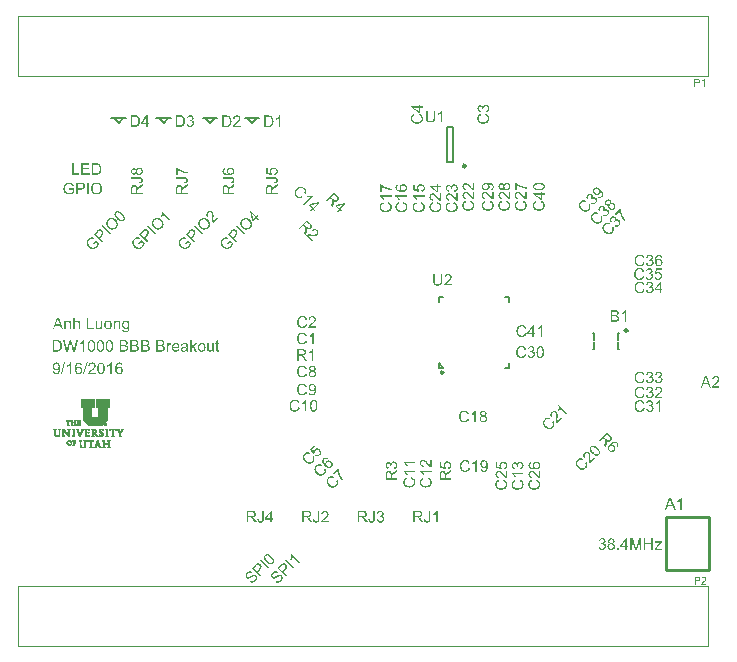
<source format=gto>
G04 Layer_Color=65535*
%FSLAX25Y25*%
%MOIN*%
G70*
G01*
G75*
%ADD29C,0.00800*%
%ADD30C,0.01000*%
%ADD49C,0.00984*%
%ADD50C,0.00100*%
%ADD51C,0.00787*%
G36*
X284989Y130355D02*
X285065Y130343D01*
X285153Y130326D01*
X285252Y130303D01*
X285352Y130267D01*
X285451Y130221D01*
X285457D01*
X285463Y130215D01*
X285498Y130197D01*
X285545Y130168D01*
X285603Y130127D01*
X285668Y130074D01*
X285738Y130010D01*
X285802Y129934D01*
X285861Y129852D01*
X285866Y129840D01*
X285884Y129811D01*
X285908Y129764D01*
X285931Y129706D01*
X285954Y129630D01*
X285978Y129548D01*
X285995Y129460D01*
X286001Y129361D01*
Y129349D01*
Y129320D01*
X285995Y129273D01*
X285983Y129214D01*
X285966Y129144D01*
X285943Y129068D01*
X285913Y128986D01*
X285866Y128910D01*
X285861Y128899D01*
X285843Y128875D01*
X285808Y128840D01*
X285767Y128793D01*
X285709Y128741D01*
X285644Y128688D01*
X285562Y128629D01*
X285469Y128583D01*
X285475D01*
X285486Y128577D01*
X285504D01*
X285527Y128565D01*
X285586Y128548D01*
X285662Y128512D01*
X285744Y128472D01*
X285831Y128413D01*
X285919Y128343D01*
X285995Y128255D01*
X286001Y128243D01*
X286024Y128208D01*
X286054Y128156D01*
X286095Y128085D01*
X286130Y127998D01*
X286159Y127892D01*
X286182Y127769D01*
X286188Y127635D01*
Y127629D01*
Y127611D01*
Y127588D01*
X286182Y127553D01*
X286177Y127506D01*
X286171Y127459D01*
X286159Y127401D01*
X286141Y127342D01*
X286101Y127208D01*
X286071Y127132D01*
X286030Y127062D01*
X285989Y126991D01*
X285943Y126921D01*
X285884Y126851D01*
X285820Y126781D01*
X285814Y126775D01*
X285802Y126763D01*
X285785Y126751D01*
X285755Y126728D01*
X285720Y126699D01*
X285673Y126670D01*
X285621Y126640D01*
X285568Y126611D01*
X285504Y126576D01*
X285434Y126547D01*
X285358Y126518D01*
X285276Y126488D01*
X285188Y126465D01*
X285094Y126453D01*
X284995Y126442D01*
X284895Y126436D01*
X284849D01*
X284813Y126442D01*
X284767Y126447D01*
X284720Y126453D01*
X284661Y126459D01*
X284603Y126471D01*
X284468Y126506D01*
X284328Y126564D01*
X284258Y126594D01*
X284193Y126635D01*
X284123Y126681D01*
X284059Y126734D01*
X284053Y126740D01*
X284047Y126746D01*
X284030Y126763D01*
X284006Y126787D01*
X283983Y126822D01*
X283954Y126857D01*
X283918Y126898D01*
X283889Y126945D01*
X283819Y127062D01*
X283760Y127196D01*
X283708Y127348D01*
X283690Y127430D01*
X283679Y127518D01*
X284153Y127582D01*
Y127576D01*
X284158Y127565D01*
Y127541D01*
X284170Y127518D01*
X284188Y127448D01*
X284217Y127360D01*
X284252Y127266D01*
X284299Y127167D01*
X284357Y127079D01*
X284422Y127003D01*
X284433Y126997D01*
X284457Y126974D01*
X284498Y126951D01*
X284556Y126915D01*
X284620Y126886D01*
X284702Y126857D01*
X284796Y126833D01*
X284895Y126828D01*
X284930D01*
X284954Y126833D01*
X285012Y126839D01*
X285088Y126857D01*
X285182Y126886D01*
X285276Y126921D01*
X285369Y126980D01*
X285457Y127056D01*
X285469Y127067D01*
X285492Y127097D01*
X285527Y127144D01*
X285574Y127214D01*
X285615Y127296D01*
X285650Y127395D01*
X285673Y127506D01*
X285685Y127629D01*
Y127635D01*
Y127641D01*
Y127658D01*
X285679Y127682D01*
X285673Y127740D01*
X285656Y127816D01*
X285632Y127898D01*
X285592Y127992D01*
X285539Y128079D01*
X285469Y128161D01*
X285457Y128173D01*
X285434Y128197D01*
X285387Y128226D01*
X285322Y128267D01*
X285246Y128308D01*
X285153Y128337D01*
X285053Y128360D01*
X284936Y128372D01*
X284884D01*
X284843Y128366D01*
X284796Y128360D01*
X284737Y128354D01*
X284673Y128343D01*
X284603Y128325D01*
X284656Y128741D01*
X284685D01*
X284708Y128735D01*
X284784D01*
X284837Y128741D01*
X284913Y128752D01*
X284995Y128770D01*
X285083Y128799D01*
X285176Y128834D01*
X285270Y128887D01*
X285281Y128893D01*
X285311Y128916D01*
X285346Y128957D01*
X285393Y129010D01*
X285439Y129074D01*
X285475Y129156D01*
X285504Y129255D01*
X285515Y129372D01*
Y129378D01*
Y129384D01*
Y129413D01*
X285504Y129460D01*
X285492Y129525D01*
X285475Y129589D01*
X285439Y129659D01*
X285399Y129735D01*
X285340Y129799D01*
X285334Y129805D01*
X285311Y129829D01*
X285270Y129858D01*
X285217Y129887D01*
X285153Y129922D01*
X285077Y129946D01*
X284989Y129969D01*
X284890Y129975D01*
X284843D01*
X284790Y129963D01*
X284732Y129952D01*
X284656Y129934D01*
X284579Y129899D01*
X284504Y129858D01*
X284427Y129799D01*
X284422Y129794D01*
X284398Y129770D01*
X284369Y129729D01*
X284334Y129671D01*
X284293Y129601D01*
X284258Y129513D01*
X284223Y129407D01*
X284199Y129285D01*
X283725Y129367D01*
Y129372D01*
X283731Y129390D01*
X283737Y129413D01*
X283743Y129443D01*
X283755Y129483D01*
X283766Y129530D01*
X283807Y129636D01*
X283854Y129753D01*
X283924Y129876D01*
X284006Y129992D01*
X284111Y130098D01*
X284117Y130104D01*
X284123Y130109D01*
X284141Y130121D01*
X284170Y130139D01*
X284199Y130156D01*
X284234Y130180D01*
X284322Y130232D01*
X284433Y130279D01*
X284568Y130320D01*
X284714Y130349D01*
X284796Y130361D01*
X284930D01*
X284989Y130355D01*
D02*
G37*
G36*
X289020Y129834D02*
X287487D01*
X287276Y128799D01*
X287282Y128805D01*
X287294Y128811D01*
X287312Y128823D01*
X287335Y128840D01*
X287370Y128858D01*
X287405Y128875D01*
X287499Y128922D01*
X287604Y128969D01*
X287727Y129004D01*
X287861Y129033D01*
X288002Y129045D01*
X288049D01*
X288084Y129039D01*
X288130Y129033D01*
X288177Y129027D01*
X288236Y129016D01*
X288294Y129004D01*
X288429Y128957D01*
X288499Y128934D01*
X288569Y128899D01*
X288645Y128858D01*
X288716Y128811D01*
X288786Y128758D01*
X288850Y128694D01*
X288856Y128688D01*
X288868Y128676D01*
X288885Y128659D01*
X288903Y128629D01*
X288932Y128594D01*
X288961Y128553D01*
X288990Y128507D01*
X289025Y128454D01*
X289061Y128390D01*
X289090Y128325D01*
X289119Y128249D01*
X289148Y128173D01*
X289166Y128085D01*
X289183Y127998D01*
X289195Y127898D01*
X289201Y127799D01*
Y127793D01*
Y127775D01*
Y127746D01*
X289195Y127711D01*
X289189Y127664D01*
X289183Y127611D01*
X289178Y127553D01*
X289166Y127489D01*
X289125Y127348D01*
X289072Y127202D01*
X289037Y127120D01*
X288996Y127044D01*
X288949Y126968D01*
X288897Y126898D01*
X288891Y126892D01*
X288879Y126880D01*
X288856Y126857D01*
X288827Y126828D01*
X288791Y126793D01*
X288745Y126751D01*
X288692Y126711D01*
X288628Y126670D01*
X288563Y126623D01*
X288487Y126582D01*
X288400Y126541D01*
X288312Y126506D01*
X288212Y126477D01*
X288113Y126453D01*
X288002Y126442D01*
X287885Y126436D01*
X287832D01*
X287797Y126442D01*
X287756Y126447D01*
X287703Y126453D01*
X287645Y126459D01*
X287581Y126471D01*
X287446Y126506D01*
X287306Y126558D01*
X287235Y126594D01*
X287165Y126635D01*
X287095Y126675D01*
X287031Y126728D01*
X287025Y126734D01*
X287019Y126740D01*
X287001Y126757D01*
X286978Y126781D01*
X286955Y126810D01*
X286925Y126845D01*
X286896Y126886D01*
X286861Y126933D01*
X286797Y127044D01*
X286732Y127179D01*
X286685Y127331D01*
X286668Y127418D01*
X286656Y127506D01*
X287154Y127541D01*
Y127535D01*
Y127524D01*
X287159Y127506D01*
X287165Y127483D01*
X287183Y127418D01*
X287206Y127337D01*
X287235Y127249D01*
X287282Y127161D01*
X287335Y127073D01*
X287405Y126997D01*
X287417Y126991D01*
X287440Y126968D01*
X287481Y126945D01*
X287540Y126909D01*
X287610Y126880D01*
X287692Y126851D01*
X287785Y126828D01*
X287885Y126822D01*
X287920D01*
X287943Y126828D01*
X288008Y126833D01*
X288089Y126851D01*
X288177Y126886D01*
X288277Y126927D01*
X288370Y126991D01*
X288417Y127026D01*
X288464Y127073D01*
Y127079D01*
X288476Y127085D01*
X288499Y127120D01*
X288540Y127179D01*
X288581Y127255D01*
X288622Y127354D01*
X288663Y127471D01*
X288686Y127606D01*
X288698Y127758D01*
Y127764D01*
Y127775D01*
Y127799D01*
X288692Y127822D01*
Y127857D01*
X288686Y127898D01*
X288669Y127992D01*
X288645Y128091D01*
X288604Y128197D01*
X288546Y128302D01*
X288470Y128395D01*
X288458Y128407D01*
X288429Y128430D01*
X288382Y128472D01*
X288312Y128512D01*
X288230Y128553D01*
X288125Y128594D01*
X288008Y128618D01*
X287879Y128629D01*
X287838D01*
X287797Y128624D01*
X287738Y128618D01*
X287674Y128600D01*
X287604Y128583D01*
X287534Y128553D01*
X287464Y128518D01*
X287458Y128512D01*
X287434Y128501D01*
X287399Y128477D01*
X287358Y128448D01*
X287317Y128407D01*
X287270Y128360D01*
X287224Y128308D01*
X287183Y128249D01*
X286738Y128314D01*
X287113Y130285D01*
X289020D01*
Y129834D01*
D02*
G37*
G36*
X288792Y123351D02*
X289313D01*
Y122918D01*
X288792D01*
Y122000D01*
X288319D01*
Y122918D01*
X286651D01*
Y123351D01*
X288406Y125838D01*
X288792D01*
Y123351D01*
D02*
G37*
G36*
X281754Y130402D02*
X281801Y130396D01*
X281859Y130390D01*
X281924Y130384D01*
X281994Y130373D01*
X282146Y130338D01*
X282310Y130285D01*
X282392Y130250D01*
X282473Y130209D01*
X282550Y130162D01*
X282626Y130109D01*
X282631Y130104D01*
X282643Y130098D01*
X282661Y130080D01*
X282690Y130057D01*
X282719Y130027D01*
X282760Y129987D01*
X282801Y129946D01*
X282842Y129899D01*
X282889Y129840D01*
X282930Y129782D01*
X282977Y129712D01*
X283023Y129636D01*
X283064Y129560D01*
X283105Y129472D01*
X283175Y129285D01*
X282672Y129168D01*
Y129174D01*
X282667Y129185D01*
X282661Y129209D01*
X282649Y129238D01*
X282631Y129273D01*
X282614Y129314D01*
X282573Y129402D01*
X282520Y129501D01*
X282450Y129606D01*
X282374Y129700D01*
X282280Y129782D01*
X282269Y129788D01*
X282234Y129811D01*
X282181Y129840D01*
X282105Y129881D01*
X282017Y129916D01*
X281906Y129946D01*
X281783Y129969D01*
X281643Y129975D01*
X281602D01*
X281573Y129969D01*
X281532D01*
X281491Y129963D01*
X281385Y129946D01*
X281268Y129922D01*
X281146Y129881D01*
X281023Y129829D01*
X280906Y129758D01*
X280900D01*
X280894Y129747D01*
X280859Y129718D01*
X280806Y129671D01*
X280742Y129606D01*
X280678Y129525D01*
X280607Y129431D01*
X280543Y129314D01*
X280490Y129185D01*
Y129179D01*
X280485Y129168D01*
X280479Y129150D01*
X280473Y129121D01*
X280461Y129092D01*
X280455Y129051D01*
X280432Y128957D01*
X280409Y128846D01*
X280391Y128723D01*
X280379Y128588D01*
X280373Y128448D01*
Y128442D01*
Y128425D01*
Y128401D01*
Y128366D01*
X280379Y128325D01*
Y128273D01*
X280385Y128220D01*
X280391Y128161D01*
X280409Y128027D01*
X280432Y127881D01*
X280467Y127734D01*
X280514Y127594D01*
Y127588D01*
X280520Y127576D01*
X280531Y127559D01*
X280543Y127535D01*
X280572Y127465D01*
X280619Y127389D01*
X280683Y127296D01*
X280760Y127208D01*
X280847Y127120D01*
X280953Y127044D01*
X280958D01*
X280964Y127038D01*
X280982Y127026D01*
X281005Y127015D01*
X281069Y126991D01*
X281151Y126956D01*
X281245Y126927D01*
X281356Y126898D01*
X281479Y126874D01*
X281608Y126869D01*
X281649D01*
X281678Y126874D01*
X281713D01*
X281760Y126880D01*
X281859Y126898D01*
X281970Y126927D01*
X282093Y126974D01*
X282210Y127032D01*
X282327Y127114D01*
X282333Y127120D01*
X282339Y127126D01*
X282374Y127161D01*
X282427Y127220D01*
X282491Y127296D01*
X282555Y127401D01*
X282626Y127524D01*
X282684Y127676D01*
X282731Y127846D01*
X283240Y127717D01*
Y127711D01*
X283234Y127688D01*
X283222Y127658D01*
X283211Y127611D01*
X283187Y127565D01*
X283164Y127500D01*
X283140Y127436D01*
X283105Y127366D01*
X283029Y127208D01*
X282924Y127050D01*
X282807Y126898D01*
X282737Y126828D01*
X282661Y126763D01*
X282655Y126757D01*
X282643Y126751D01*
X282620Y126734D01*
X282585Y126711D01*
X282544Y126687D01*
X282497Y126658D01*
X282444Y126629D01*
X282380Y126600D01*
X282310Y126570D01*
X282234Y126541D01*
X282146Y126512D01*
X282058Y126488D01*
X281865Y126447D01*
X281760Y126442D01*
X281649Y126436D01*
X281590D01*
X281543Y126442D01*
X281491D01*
X281432Y126447D01*
X281362Y126459D01*
X281292Y126465D01*
X281128Y126500D01*
X280958Y126541D01*
X280795Y126605D01*
X280713Y126640D01*
X280637Y126687D01*
X280631Y126693D01*
X280619Y126699D01*
X280602Y126716D01*
X280572Y126734D01*
X280502Y126793D01*
X280420Y126874D01*
X280321Y126974D01*
X280227Y127102D01*
X280128Y127249D01*
X280046Y127418D01*
Y127424D01*
X280040Y127442D01*
X280028Y127465D01*
X280016Y127500D01*
X279999Y127547D01*
X279981Y127600D01*
X279964Y127658D01*
X279946Y127728D01*
X279929Y127799D01*
X279911Y127881D01*
X279876Y128056D01*
X279853Y128243D01*
X279847Y128448D01*
Y128454D01*
Y128477D01*
Y128507D01*
X279853Y128548D01*
Y128600D01*
X279859Y128665D01*
X279864Y128729D01*
X279876Y128805D01*
X279905Y128969D01*
X279941Y129144D01*
X279999Y129325D01*
X280075Y129495D01*
Y129501D01*
X280087Y129513D01*
X280098Y129536D01*
X280116Y129571D01*
X280139Y129606D01*
X280169Y129647D01*
X280245Y129747D01*
X280332Y129858D01*
X280444Y129969D01*
X280578Y130080D01*
X280724Y130174D01*
X280730D01*
X280742Y130185D01*
X280765Y130197D01*
X280800Y130209D01*
X280836Y130226D01*
X280882Y130250D01*
X280941Y130267D01*
X280999Y130291D01*
X281064Y130314D01*
X281134Y130332D01*
X281292Y130373D01*
X281467Y130396D01*
X281655Y130408D01*
X281713D01*
X281754Y130402D01*
D02*
G37*
G36*
X288243Y134855D02*
X288278D01*
X288324Y134849D01*
X288430Y134832D01*
X288547Y134797D01*
X288670Y134750D01*
X288792Y134691D01*
X288851Y134650D01*
X288910Y134604D01*
X288915D01*
X288921Y134592D01*
X288956Y134557D01*
X289003Y134498D01*
X289062Y134422D01*
X289126Y134323D01*
X289179Y134206D01*
X289231Y134065D01*
X289261Y133907D01*
X288792Y133872D01*
Y133878D01*
Y133884D01*
X288781Y133919D01*
X288763Y133966D01*
X288746Y134025D01*
X288687Y134159D01*
X288652Y134218D01*
X288611Y134270D01*
X288605Y134282D01*
X288576Y134305D01*
X288535Y134335D01*
X288482Y134376D01*
X288412Y134411D01*
X288330Y134446D01*
X288237Y134469D01*
X288137Y134475D01*
X288096D01*
X288055Y134469D01*
X288003Y134457D01*
X287938Y134446D01*
X287868Y134422D01*
X287804Y134387D01*
X287734Y134346D01*
X287722Y134340D01*
X287699Y134317D01*
X287658Y134276D01*
X287611Y134223D01*
X287552Y134159D01*
X287494Y134077D01*
X287435Y133978D01*
X287383Y133867D01*
Y133861D01*
X287377Y133855D01*
X287371Y133831D01*
X287365Y133808D01*
X287353Y133779D01*
X287342Y133738D01*
X287330Y133691D01*
X287318Y133638D01*
X287307Y133580D01*
X287295Y133516D01*
X287283Y133440D01*
X287271Y133363D01*
X287266Y133276D01*
X287260Y133182D01*
X287254Y133083D01*
Y132983D01*
X287260Y132989D01*
X287283Y133018D01*
X287318Y133065D01*
X287371Y133124D01*
X287429Y133188D01*
X287500Y133252D01*
X287582Y133311D01*
X287669Y133363D01*
X287681Y133369D01*
X287710Y133381D01*
X287763Y133404D01*
X287827Y133428D01*
X287903Y133451D01*
X287991Y133475D01*
X288085Y133486D01*
X288184Y133492D01*
X288231D01*
X288266Y133486D01*
X288307Y133480D01*
X288354Y133475D01*
X288465Y133451D01*
X288588Y133404D01*
X288658Y133381D01*
X288722Y133346D01*
X288792Y133305D01*
X288863Y133258D01*
X288927Y133205D01*
X288991Y133141D01*
X288997Y133135D01*
X289003Y133124D01*
X289021Y133106D01*
X289044Y133077D01*
X289068Y133042D01*
X289097Y133001D01*
X289126Y132954D01*
X289161Y132901D01*
X289190Y132837D01*
X289220Y132773D01*
X289249Y132696D01*
X289272Y132621D01*
X289296Y132533D01*
X289313Y132445D01*
X289319Y132345D01*
X289325Y132246D01*
Y132240D01*
Y132229D01*
Y132211D01*
Y132188D01*
X289319Y132152D01*
Y132117D01*
X289307Y132024D01*
X289284Y131924D01*
X289261Y131807D01*
X289220Y131690D01*
X289167Y131573D01*
Y131568D01*
X289161Y131562D01*
X289149Y131544D01*
X289138Y131521D01*
X289103Y131468D01*
X289056Y131398D01*
X288991Y131322D01*
X288915Y131246D01*
X288833Y131170D01*
X288734Y131099D01*
X288722Y131094D01*
X288687Y131076D01*
X288629Y131047D01*
X288559Y131018D01*
X288465Y130988D01*
X288360Y130959D01*
X288243Y130941D01*
X288120Y130936D01*
X288096D01*
X288061Y130941D01*
X288020D01*
X287973Y130947D01*
X287915Y130959D01*
X287851Y130971D01*
X287780Y130988D01*
X287704Y131012D01*
X287623Y131041D01*
X287546Y131076D01*
X287465Y131117D01*
X287383Y131170D01*
X287301Y131228D01*
X287225Y131292D01*
X287155Y131369D01*
X287149Y131374D01*
X287137Y131392D01*
X287120Y131415D01*
X287096Y131450D01*
X287067Y131497D01*
X287038Y131556D01*
X287002Y131626D01*
X286973Y131708D01*
X286938Y131801D01*
X286903Y131907D01*
X286874Y132024D01*
X286844Y132152D01*
X286821Y132293D01*
X286804Y132451D01*
X286792Y132615D01*
X286786Y132796D01*
Y132802D01*
Y132808D01*
Y132825D01*
Y132843D01*
Y132901D01*
X286792Y132977D01*
X286798Y133071D01*
X286809Y133176D01*
X286821Y133293D01*
X286839Y133416D01*
X286856Y133551D01*
X286885Y133685D01*
X286921Y133820D01*
X286962Y133948D01*
X287008Y134083D01*
X287061Y134200D01*
X287125Y134317D01*
X287195Y134416D01*
X287201Y134422D01*
X287213Y134434D01*
X287231Y134457D01*
X287260Y134487D01*
X287301Y134522D01*
X287342Y134557D01*
X287394Y134598D01*
X287453Y134639D01*
X287517Y134680D01*
X287593Y134721D01*
X287669Y134756D01*
X287757Y134791D01*
X287851Y134820D01*
X287950Y134844D01*
X288055Y134855D01*
X288167Y134861D01*
X288208D01*
X288243Y134855D01*
D02*
G37*
G36*
X275469Y150018D02*
Y150010D01*
Y149993D01*
X275473Y149964D01*
Y149923D01*
X275481Y149873D01*
X275485Y149811D01*
X275494Y149736D01*
X275502Y149662D01*
X275514Y149575D01*
X275531Y149476D01*
X275543Y149372D01*
X275568Y149265D01*
X275593Y149149D01*
X275618Y149025D01*
X275655Y148897D01*
X275688Y148764D01*
Y148756D01*
X275696Y148731D01*
X275709Y148694D01*
X275725Y148644D01*
X275746Y148582D01*
X275771Y148508D01*
X275800Y148421D01*
X275833Y148330D01*
X275870Y148235D01*
X275911Y148127D01*
X275957Y148016D01*
X276007Y147900D01*
X276114Y147668D01*
X276238Y147428D01*
X276242Y147424D01*
X276251Y147407D01*
X276263Y147387D01*
X276280Y147354D01*
X276305Y147312D01*
X276333Y147267D01*
X276371Y147213D01*
X276404Y147155D01*
X276449Y147093D01*
X276495Y147023D01*
X276598Y146878D01*
X276722Y146721D01*
X276859Y146560D01*
X276515Y146216D01*
X276511Y146220D01*
X276499Y146233D01*
X276482Y146249D01*
X276462Y146278D01*
X276433Y146307D01*
X276400Y146349D01*
X276358Y146398D01*
X276317Y146448D01*
X276271Y146510D01*
X276218Y146580D01*
X276164Y146651D01*
X276110Y146729D01*
X276048Y146816D01*
X275990Y146907D01*
X275866Y147114D01*
X275862Y147118D01*
X275849Y147139D01*
X275833Y147172D01*
X275808Y147213D01*
X275779Y147267D01*
X275750Y147329D01*
X275713Y147399D01*
X275672Y147482D01*
X275634Y147569D01*
X275589Y147664D01*
X275498Y147871D01*
X275411Y148098D01*
X275332Y148334D01*
Y148342D01*
X275324Y148367D01*
X275316Y148400D01*
X275303Y148446D01*
X275287Y148504D01*
X275270Y148570D01*
X275254Y148644D01*
X275229Y148727D01*
X275192Y148913D01*
X275154Y149116D01*
X275121Y149323D01*
X275101Y149534D01*
X273769Y148202D01*
X273450Y148520D01*
X275208Y150278D01*
X275469Y150018D01*
D02*
G37*
G36*
X271014Y145521D02*
X271088Y145513D01*
X271159Y145501D01*
X271241Y145484D01*
X271328Y145463D01*
X271411Y145439D01*
X271502Y145405D01*
X271684Y145323D01*
X271411Y144884D01*
X271407Y144888D01*
X271394Y144893D01*
X271374Y144905D01*
X271345Y144917D01*
X271307Y144930D01*
X271266Y144946D01*
X271175Y144979D01*
X271068Y145012D01*
X270943Y145037D01*
X270824Y145050D01*
X270699Y145041D01*
X270687Y145037D01*
X270646Y145029D01*
X270588Y145012D01*
X270505Y144988D01*
X270418Y144950D01*
X270319Y144893D01*
X270215Y144822D01*
X270112Y144727D01*
X270108Y144723D01*
X270100Y144715D01*
X270083Y144698D01*
X270066Y144673D01*
X270038Y144644D01*
X270013Y144611D01*
X269951Y144524D01*
X269884Y144425D01*
X269827Y144309D01*
X269777Y144185D01*
X269744Y144053D01*
X269740Y144049D01*
X269744Y144036D01*
X269740Y143991D01*
X269736Y143920D01*
Y143829D01*
X269748Y143726D01*
X269764Y143610D01*
X269802Y143482D01*
X269855Y143354D01*
X269860Y143350D01*
X269864Y143337D01*
X269872Y143321D01*
X269889Y143296D01*
X269901Y143267D01*
X269926Y143234D01*
X269975Y143151D01*
X270038Y143056D01*
X270112Y142957D01*
X270199Y142853D01*
X270294Y142750D01*
X270298Y142746D01*
X270311Y142733D01*
X270327Y142717D01*
X270352Y142692D01*
X270385Y142667D01*
X270422Y142630D01*
X270464Y142597D01*
X270509Y142560D01*
X270617Y142477D01*
X270737Y142390D01*
X270865Y142311D01*
X270997Y142245D01*
X271001Y142241D01*
X271014Y142237D01*
X271035Y142233D01*
X271059Y142224D01*
X271130Y142195D01*
X271217Y142175D01*
X271328Y142154D01*
X271444Y142146D01*
X271568D01*
X271696Y142166D01*
X271701Y142171D01*
X271709D01*
X271729Y142175D01*
X271754Y142183D01*
X271816Y142212D01*
X271899Y142245D01*
X271986Y142291D01*
X272085Y142349D01*
X272189Y142419D01*
X272284Y142506D01*
X272288Y142510D01*
X272296Y142518D01*
X272313Y142535D01*
X272329Y142560D01*
X272354Y142584D01*
X272383Y142622D01*
X272441Y142704D01*
X272499Y142804D01*
X272553Y142923D01*
X272594Y143048D01*
X272619Y143188D01*
Y143196D01*
Y143205D01*
Y143254D01*
X272615Y143333D01*
X272606Y143432D01*
X272577Y143552D01*
X272540Y143689D01*
X272474Y143838D01*
X272387Y143991D01*
X272838Y144260D01*
X272842Y144255D01*
X272855Y144235D01*
X272867Y144206D01*
X272892Y144165D01*
X272908Y144115D01*
X272937Y144053D01*
X272966Y143991D01*
X272991Y143916D01*
X273049Y143751D01*
X273086Y143565D01*
X273111Y143374D01*
Y143275D01*
X273103Y143176D01*
Y143168D01*
X273099Y143155D01*
X273095Y143126D01*
X273086Y143085D01*
X273074Y143039D01*
X273061Y142986D01*
X273045Y142928D01*
X273020Y142861D01*
X272991Y142791D01*
X272958Y142717D01*
X272917Y142634D01*
X272871Y142555D01*
X272764Y142390D01*
X272693Y142311D01*
X272619Y142229D01*
X272615Y142224D01*
X272598Y142208D01*
X272577Y142187D01*
X272540Y142158D01*
X272503Y142121D01*
X272458Y142084D01*
X272399Y142042D01*
X272346Y141997D01*
X272205Y141906D01*
X272056Y141815D01*
X271895Y141745D01*
X271812Y141711D01*
X271725Y141691D01*
X271717D01*
X271705Y141687D01*
X271680D01*
X271647Y141678D01*
X271556Y141670D01*
X271299D01*
X271142Y141695D01*
X270968Y141728D01*
X270790Y141790D01*
X270786Y141794D01*
X270770Y141803D01*
X270745Y141811D01*
X270712Y141827D01*
X270666Y141848D01*
X270617Y141873D01*
X270563Y141902D01*
X270501Y141939D01*
X270439Y141976D01*
X270369Y142022D01*
X270220Y142121D01*
X270071Y142237D01*
X269922Y142377D01*
X269918Y142382D01*
X269901Y142398D01*
X269880Y142419D01*
X269855Y142452D01*
X269818Y142489D01*
X269777Y142539D01*
X269736Y142588D01*
X269690Y142650D01*
X269595Y142787D01*
X269496Y142936D01*
X269409Y143105D01*
X269343Y143279D01*
X269338Y143283D01*
Y143300D01*
X269330Y143325D01*
X269318Y143362D01*
X269309Y143403D01*
X269301Y143453D01*
X269285Y143577D01*
X269268Y143718D01*
Y143875D01*
X269285Y144049D01*
X269322Y144218D01*
X269326Y144222D01*
Y144239D01*
X269334Y144264D01*
X269351Y144297D01*
X269363Y144334D01*
X269380Y144384D01*
X269409Y144438D01*
X269434Y144495D01*
X269463Y144557D01*
X269500Y144620D01*
X269583Y144760D01*
X269690Y144901D01*
X269814Y145041D01*
X269818Y145046D01*
X269831Y145058D01*
X269855Y145083D01*
X269889Y145108D01*
X269926Y145137D01*
X269971Y145174D01*
X270021Y145215D01*
X270079Y145256D01*
X270211Y145339D01*
X270364Y145418D01*
X270447Y145451D01*
X270534Y145480D01*
X270621Y145501D01*
X270712Y145517D01*
X270720D01*
X270732Y145521D01*
X270757D01*
X270795Y145525D01*
X270952D01*
X271014Y145521D01*
D02*
G37*
G36*
X281907Y134902D02*
X281954Y134896D01*
X282012Y134890D01*
X282077Y134884D01*
X282147Y134873D01*
X282299Y134838D01*
X282463Y134785D01*
X282545Y134750D01*
X282627Y134709D01*
X282703Y134662D01*
X282779Y134609D01*
X282785Y134604D01*
X282796Y134598D01*
X282814Y134580D01*
X282843Y134557D01*
X282872Y134528D01*
X282913Y134487D01*
X282954Y134446D01*
X282995Y134399D01*
X283042Y134340D01*
X283083Y134282D01*
X283130Y134212D01*
X283176Y134136D01*
X283218Y134060D01*
X283258Y133972D01*
X283329Y133785D01*
X282826Y133668D01*
Y133674D01*
X282820Y133685D01*
X282814Y133709D01*
X282802Y133738D01*
X282785Y133773D01*
X282767Y133814D01*
X282726Y133902D01*
X282674Y134001D01*
X282603Y134106D01*
X282527Y134200D01*
X282434Y134282D01*
X282422Y134288D01*
X282387Y134311D01*
X282334Y134340D01*
X282258Y134381D01*
X282170Y134416D01*
X282059Y134446D01*
X281936Y134469D01*
X281796Y134475D01*
X281755D01*
X281726Y134469D01*
X281685D01*
X281644Y134463D01*
X281539Y134446D01*
X281421Y134422D01*
X281299Y134381D01*
X281176Y134329D01*
X281059Y134258D01*
X281053D01*
X281047Y134247D01*
X281012Y134218D01*
X280959Y134171D01*
X280895Y134106D01*
X280831Y134025D01*
X280761Y133931D01*
X280696Y133814D01*
X280644Y133685D01*
Y133679D01*
X280638Y133668D01*
X280632Y133650D01*
X280626Y133621D01*
X280614Y133592D01*
X280608Y133551D01*
X280585Y133457D01*
X280562Y133346D01*
X280544Y133223D01*
X280532Y133088D01*
X280526Y132948D01*
Y132942D01*
Y132925D01*
Y132901D01*
Y132866D01*
X280532Y132825D01*
Y132773D01*
X280538Y132720D01*
X280544Y132661D01*
X280562Y132527D01*
X280585Y132381D01*
X280620Y132234D01*
X280667Y132094D01*
Y132088D01*
X280673Y132076D01*
X280684Y132059D01*
X280696Y132035D01*
X280725Y131965D01*
X280772Y131889D01*
X280837Y131796D01*
X280913Y131708D01*
X281000Y131620D01*
X281106Y131544D01*
X281112D01*
X281117Y131538D01*
X281135Y131527D01*
X281158Y131515D01*
X281223Y131491D01*
X281305Y131456D01*
X281398Y131427D01*
X281509Y131398D01*
X281632Y131374D01*
X281761Y131369D01*
X281802D01*
X281831Y131374D01*
X281866D01*
X281913Y131380D01*
X282012Y131398D01*
X282123Y131427D01*
X282246Y131474D01*
X282363Y131532D01*
X282480Y131614D01*
X282486Y131620D01*
X282492Y131626D01*
X282527Y131661D01*
X282580Y131720D01*
X282644Y131796D01*
X282709Y131901D01*
X282779Y132024D01*
X282837Y132176D01*
X282884Y132345D01*
X283393Y132217D01*
Y132211D01*
X283387Y132188D01*
X283376Y132158D01*
X283364Y132112D01*
X283340Y132065D01*
X283317Y132000D01*
X283294Y131936D01*
X283258Y131866D01*
X283182Y131708D01*
X283077Y131550D01*
X282960Y131398D01*
X282890Y131328D01*
X282814Y131263D01*
X282808Y131257D01*
X282796Y131252D01*
X282773Y131234D01*
X282738Y131211D01*
X282697Y131187D01*
X282650Y131158D01*
X282597Y131129D01*
X282533Y131099D01*
X282463Y131070D01*
X282387Y131041D01*
X282299Y131012D01*
X282211Y130988D01*
X282018Y130947D01*
X281913Y130941D01*
X281802Y130936D01*
X281743D01*
X281697Y130941D01*
X281644D01*
X281585Y130947D01*
X281515Y130959D01*
X281445Y130965D01*
X281281Y131000D01*
X281112Y131041D01*
X280948Y131105D01*
X280866Y131140D01*
X280790Y131187D01*
X280784Y131193D01*
X280772Y131199D01*
X280755Y131217D01*
X280725Y131234D01*
X280655Y131292D01*
X280573Y131374D01*
X280474Y131474D01*
X280380Y131603D01*
X280281Y131749D01*
X280199Y131919D01*
Y131924D01*
X280193Y131942D01*
X280181Y131965D01*
X280170Y132000D01*
X280152Y132047D01*
X280135Y132100D01*
X280117Y132158D01*
X280099Y132229D01*
X280082Y132299D01*
X280064Y132381D01*
X280029Y132556D01*
X280006Y132743D01*
X280000Y132948D01*
Y132954D01*
Y132977D01*
Y133007D01*
X280006Y133047D01*
Y133100D01*
X280012Y133165D01*
X280017Y133229D01*
X280029Y133305D01*
X280059Y133469D01*
X280094Y133644D01*
X280152Y133826D01*
X280228Y133995D01*
Y134001D01*
X280240Y134013D01*
X280252Y134036D01*
X280269Y134071D01*
X280293Y134106D01*
X280322Y134147D01*
X280398Y134247D01*
X280486Y134358D01*
X280597Y134469D01*
X280731Y134580D01*
X280877Y134674D01*
X280883D01*
X280895Y134686D01*
X280918Y134697D01*
X280954Y134709D01*
X280989Y134726D01*
X281035Y134750D01*
X281094Y134767D01*
X281152Y134791D01*
X281217Y134814D01*
X281287Y134832D01*
X281445Y134873D01*
X281620Y134896D01*
X281808Y134908D01*
X281866D01*
X281907Y134902D01*
D02*
G37*
G36*
X285142Y134855D02*
X285218Y134844D01*
X285306Y134826D01*
X285405Y134802D01*
X285505Y134767D01*
X285604Y134721D01*
X285610D01*
X285616Y134715D01*
X285651Y134697D01*
X285698Y134668D01*
X285756Y134627D01*
X285821Y134574D01*
X285891Y134510D01*
X285955Y134434D01*
X286014Y134352D01*
X286020Y134340D01*
X286037Y134311D01*
X286061Y134264D01*
X286084Y134206D01*
X286107Y134130D01*
X286131Y134048D01*
X286148Y133960D01*
X286154Y133861D01*
Y133849D01*
Y133820D01*
X286148Y133773D01*
X286137Y133714D01*
X286119Y133644D01*
X286096Y133568D01*
X286066Y133486D01*
X286020Y133410D01*
X286014Y133398D01*
X285996Y133375D01*
X285961Y133340D01*
X285920Y133293D01*
X285862Y133241D01*
X285797Y133188D01*
X285716Y133129D01*
X285622Y133083D01*
X285628D01*
X285639Y133077D01*
X285657D01*
X285680Y133065D01*
X285739Y133047D01*
X285815Y133012D01*
X285897Y132972D01*
X285984Y132913D01*
X286072Y132843D01*
X286148Y132755D01*
X286154Y132743D01*
X286178Y132708D01*
X286207Y132656D01*
X286248Y132585D01*
X286283Y132498D01*
X286312Y132392D01*
X286336Y132270D01*
X286341Y132135D01*
Y132129D01*
Y132112D01*
Y132088D01*
X286336Y132053D01*
X286330Y132006D01*
X286324Y131959D01*
X286312Y131901D01*
X286295Y131842D01*
X286254Y131708D01*
X286224Y131632D01*
X286183Y131562D01*
X286142Y131491D01*
X286096Y131421D01*
X286037Y131351D01*
X285973Y131281D01*
X285967Y131275D01*
X285955Y131263D01*
X285938Y131252D01*
X285909Y131228D01*
X285873Y131199D01*
X285827Y131170D01*
X285774Y131140D01*
X285721Y131111D01*
X285657Y131076D01*
X285587Y131047D01*
X285511Y131018D01*
X285429Y130988D01*
X285341Y130965D01*
X285247Y130953D01*
X285148Y130941D01*
X285049Y130936D01*
X285002D01*
X284967Y130941D01*
X284920Y130947D01*
X284873Y130953D01*
X284815Y130959D01*
X284756Y130971D01*
X284622Y131006D01*
X284481Y131064D01*
X284411Y131094D01*
X284347Y131134D01*
X284276Y131181D01*
X284212Y131234D01*
X284206Y131240D01*
X284200Y131246D01*
X284183Y131263D01*
X284159Y131287D01*
X284136Y131322D01*
X284107Y131357D01*
X284072Y131398D01*
X284042Y131445D01*
X283972Y131562D01*
X283914Y131696D01*
X283861Y131848D01*
X283843Y131930D01*
X283832Y132018D01*
X284306Y132082D01*
Y132076D01*
X284312Y132065D01*
Y132041D01*
X284323Y132018D01*
X284341Y131948D01*
X284370Y131860D01*
X284405Y131766D01*
X284452Y131667D01*
X284510Y131579D01*
X284575Y131503D01*
X284586Y131497D01*
X284610Y131474D01*
X284651Y131450D01*
X284709Y131415D01*
X284774Y131386D01*
X284856Y131357D01*
X284949Y131333D01*
X285049Y131328D01*
X285084D01*
X285107Y131333D01*
X285166Y131339D01*
X285242Y131357D01*
X285335Y131386D01*
X285429Y131421D01*
X285522Y131480D01*
X285610Y131556D01*
X285622Y131568D01*
X285645Y131597D01*
X285680Y131643D01*
X285727Y131714D01*
X285768Y131796D01*
X285803Y131895D01*
X285827Y132006D01*
X285838Y132129D01*
Y132135D01*
Y132141D01*
Y132158D01*
X285833Y132182D01*
X285827Y132240D01*
X285809Y132316D01*
X285786Y132398D01*
X285745Y132492D01*
X285692Y132580D01*
X285622Y132661D01*
X285610Y132673D01*
X285587Y132696D01*
X285540Y132726D01*
X285476Y132767D01*
X285400Y132808D01*
X285306Y132837D01*
X285207Y132860D01*
X285089Y132872D01*
X285037D01*
X284996Y132866D01*
X284949Y132860D01*
X284891Y132854D01*
X284826Y132843D01*
X284756Y132825D01*
X284809Y133241D01*
X284838D01*
X284861Y133235D01*
X284937D01*
X284990Y133241D01*
X285066Y133252D01*
X285148Y133270D01*
X285236Y133299D01*
X285329Y133334D01*
X285423Y133387D01*
X285435Y133393D01*
X285464Y133416D01*
X285499Y133457D01*
X285546Y133510D01*
X285593Y133574D01*
X285628Y133656D01*
X285657Y133755D01*
X285669Y133872D01*
Y133878D01*
Y133884D01*
Y133913D01*
X285657Y133960D01*
X285645Y134025D01*
X285628Y134089D01*
X285593Y134159D01*
X285552Y134235D01*
X285493Y134299D01*
X285487Y134305D01*
X285464Y134329D01*
X285423Y134358D01*
X285370Y134387D01*
X285306Y134422D01*
X285230Y134446D01*
X285142Y134469D01*
X285043Y134475D01*
X284996D01*
X284943Y134463D01*
X284885Y134451D01*
X284809Y134434D01*
X284733Y134399D01*
X284657Y134358D01*
X284580Y134299D01*
X284575Y134294D01*
X284551Y134270D01*
X284522Y134229D01*
X284487Y134171D01*
X284446Y134100D01*
X284411Y134013D01*
X284376Y133907D01*
X284352Y133785D01*
X283878Y133867D01*
Y133872D01*
X283884Y133890D01*
X283890Y133913D01*
X283896Y133943D01*
X283908Y133984D01*
X283920Y134030D01*
X283960Y134136D01*
X284007Y134253D01*
X284077Y134376D01*
X284159Y134493D01*
X284265Y134598D01*
X284271Y134604D01*
X284276Y134609D01*
X284294Y134621D01*
X284323Y134639D01*
X284352Y134656D01*
X284387Y134680D01*
X284475Y134732D01*
X284586Y134779D01*
X284721Y134820D01*
X284867Y134849D01*
X284949Y134861D01*
X285084D01*
X285142Y134855D01*
D02*
G37*
G36*
Y90855D02*
X285218Y90843D01*
X285306Y90826D01*
X285405Y90803D01*
X285505Y90767D01*
X285604Y90721D01*
X285610D01*
X285616Y90715D01*
X285651Y90697D01*
X285698Y90668D01*
X285756Y90627D01*
X285821Y90574D01*
X285891Y90510D01*
X285955Y90434D01*
X286014Y90352D01*
X286020Y90340D01*
X286037Y90311D01*
X286061Y90264D01*
X286084Y90206D01*
X286107Y90130D01*
X286131Y90048D01*
X286148Y89960D01*
X286154Y89861D01*
Y89849D01*
Y89820D01*
X286148Y89773D01*
X286137Y89714D01*
X286119Y89644D01*
X286096Y89568D01*
X286066Y89486D01*
X286020Y89410D01*
X286014Y89398D01*
X285996Y89375D01*
X285961Y89340D01*
X285920Y89293D01*
X285862Y89240D01*
X285797Y89188D01*
X285716Y89129D01*
X285622Y89083D01*
X285628D01*
X285639Y89077D01*
X285657D01*
X285680Y89065D01*
X285739Y89047D01*
X285815Y89012D01*
X285897Y88972D01*
X285984Y88913D01*
X286072Y88843D01*
X286148Y88755D01*
X286154Y88743D01*
X286178Y88708D01*
X286207Y88656D01*
X286248Y88585D01*
X286283Y88498D01*
X286312Y88392D01*
X286336Y88269D01*
X286341Y88135D01*
Y88129D01*
Y88112D01*
Y88088D01*
X286336Y88053D01*
X286330Y88006D01*
X286324Y87959D01*
X286312Y87901D01*
X286295Y87842D01*
X286254Y87708D01*
X286224Y87632D01*
X286183Y87562D01*
X286142Y87491D01*
X286096Y87421D01*
X286037Y87351D01*
X285973Y87281D01*
X285967Y87275D01*
X285955Y87263D01*
X285938Y87252D01*
X285909Y87228D01*
X285873Y87199D01*
X285827Y87170D01*
X285774Y87140D01*
X285721Y87111D01*
X285657Y87076D01*
X285587Y87047D01*
X285511Y87018D01*
X285429Y86988D01*
X285341Y86965D01*
X285247Y86953D01*
X285148Y86941D01*
X285049Y86936D01*
X285002D01*
X284967Y86941D01*
X284920Y86947D01*
X284873Y86953D01*
X284815Y86959D01*
X284756Y86971D01*
X284622Y87006D01*
X284481Y87064D01*
X284411Y87094D01*
X284347Y87135D01*
X284276Y87181D01*
X284212Y87234D01*
X284206Y87240D01*
X284200Y87246D01*
X284183Y87263D01*
X284159Y87287D01*
X284136Y87322D01*
X284107Y87357D01*
X284072Y87398D01*
X284042Y87445D01*
X283972Y87562D01*
X283914Y87696D01*
X283861Y87848D01*
X283843Y87930D01*
X283832Y88018D01*
X284306Y88082D01*
Y88076D01*
X284312Y88065D01*
Y88041D01*
X284323Y88018D01*
X284341Y87948D01*
X284370Y87860D01*
X284405Y87766D01*
X284452Y87667D01*
X284510Y87579D01*
X284575Y87503D01*
X284586Y87497D01*
X284610Y87474D01*
X284651Y87450D01*
X284709Y87415D01*
X284774Y87386D01*
X284856Y87357D01*
X284949Y87334D01*
X285049Y87328D01*
X285084D01*
X285107Y87334D01*
X285166Y87339D01*
X285242Y87357D01*
X285335Y87386D01*
X285429Y87421D01*
X285522Y87480D01*
X285610Y87556D01*
X285622Y87567D01*
X285645Y87597D01*
X285680Y87643D01*
X285727Y87714D01*
X285768Y87796D01*
X285803Y87895D01*
X285827Y88006D01*
X285838Y88129D01*
Y88135D01*
Y88141D01*
Y88158D01*
X285833Y88182D01*
X285827Y88240D01*
X285809Y88316D01*
X285786Y88398D01*
X285745Y88492D01*
X285692Y88579D01*
X285622Y88661D01*
X285610Y88673D01*
X285587Y88696D01*
X285540Y88726D01*
X285476Y88767D01*
X285400Y88808D01*
X285306Y88837D01*
X285207Y88860D01*
X285089Y88872D01*
X285037D01*
X284996Y88866D01*
X284949Y88860D01*
X284891Y88854D01*
X284826Y88843D01*
X284756Y88825D01*
X284809Y89240D01*
X284838D01*
X284861Y89235D01*
X284937D01*
X284990Y89240D01*
X285066Y89252D01*
X285148Y89270D01*
X285236Y89299D01*
X285329Y89334D01*
X285423Y89387D01*
X285435Y89393D01*
X285464Y89416D01*
X285499Y89457D01*
X285546Y89510D01*
X285593Y89574D01*
X285628Y89656D01*
X285657Y89755D01*
X285669Y89872D01*
Y89878D01*
Y89884D01*
Y89913D01*
X285657Y89960D01*
X285645Y90025D01*
X285628Y90089D01*
X285593Y90159D01*
X285552Y90235D01*
X285493Y90299D01*
X285487Y90305D01*
X285464Y90329D01*
X285423Y90358D01*
X285370Y90387D01*
X285306Y90422D01*
X285230Y90446D01*
X285142Y90469D01*
X285043Y90475D01*
X284996D01*
X284943Y90463D01*
X284885Y90452D01*
X284809Y90434D01*
X284733Y90399D01*
X284657Y90358D01*
X284580Y90299D01*
X284575Y90294D01*
X284551Y90270D01*
X284522Y90229D01*
X284487Y90171D01*
X284446Y90101D01*
X284411Y90013D01*
X284376Y89907D01*
X284352Y89785D01*
X283878Y89867D01*
Y89872D01*
X283884Y89890D01*
X283890Y89913D01*
X283896Y89943D01*
X283908Y89983D01*
X283920Y90030D01*
X283960Y90136D01*
X284007Y90253D01*
X284077Y90376D01*
X284159Y90492D01*
X284265Y90598D01*
X284271Y90604D01*
X284276Y90610D01*
X284294Y90621D01*
X284323Y90639D01*
X284352Y90656D01*
X284387Y90680D01*
X284475Y90732D01*
X284586Y90779D01*
X284721Y90820D01*
X284867Y90849D01*
X284949Y90861D01*
X285084D01*
X285142Y90855D01*
D02*
G37*
G36*
X288172D02*
X288219Y90849D01*
X288272Y90843D01*
X288330Y90838D01*
X288395Y90820D01*
X288535Y90785D01*
X288681Y90732D01*
X288757Y90697D01*
X288828Y90656D01*
X288892Y90604D01*
X288956Y90551D01*
X288962Y90545D01*
X288968Y90539D01*
X288986Y90522D01*
X289009Y90498D01*
X289032Y90463D01*
X289062Y90428D01*
X289120Y90340D01*
X289179Y90229D01*
X289231Y90101D01*
X289272Y89954D01*
X289278Y89872D01*
X289284Y89790D01*
Y89779D01*
Y89749D01*
X289278Y89703D01*
X289272Y89644D01*
X289261Y89574D01*
X289243Y89498D01*
X289220Y89416D01*
X289184Y89334D01*
X289179Y89323D01*
X289167Y89293D01*
X289144Y89252D01*
X289108Y89194D01*
X289068Y89124D01*
X289015Y89042D01*
X288945Y88960D01*
X288869Y88866D01*
X288857Y88854D01*
X288828Y88819D01*
X288775Y88767D01*
X288740Y88732D01*
X288699Y88691D01*
X288652Y88644D01*
X288594Y88591D01*
X288535Y88538D01*
X288471Y88474D01*
X288401Y88410D01*
X288319Y88340D01*
X288237Y88269D01*
X288143Y88187D01*
X288137Y88182D01*
X288126Y88170D01*
X288102Y88152D01*
X288073Y88129D01*
X288003Y88071D01*
X287915Y87994D01*
X287827Y87913D01*
X287734Y87831D01*
X287658Y87761D01*
X287628Y87731D01*
X287599Y87702D01*
X287593Y87696D01*
X287582Y87679D01*
X287558Y87655D01*
X287529Y87620D01*
X287465Y87544D01*
X287400Y87450D01*
X289290D01*
Y87000D01*
X286745D01*
Y87006D01*
Y87029D01*
Y87064D01*
X286751Y87105D01*
X286757Y87152D01*
X286763Y87205D01*
X286780Y87263D01*
X286798Y87322D01*
Y87328D01*
X286804Y87334D01*
X286815Y87369D01*
X286839Y87415D01*
X286874Y87486D01*
X286915Y87562D01*
X286973Y87649D01*
X287032Y87737D01*
X287108Y87831D01*
Y87836D01*
X287120Y87842D01*
X287149Y87878D01*
X287195Y87930D01*
X287266Y88000D01*
X287353Y88082D01*
X287459Y88182D01*
X287587Y88293D01*
X287728Y88416D01*
X287734Y88422D01*
X287757Y88439D01*
X287786Y88463D01*
X287827Y88503D01*
X287880Y88544D01*
X287938Y88597D01*
X288067Y88708D01*
X288208Y88843D01*
X288348Y88977D01*
X288418Y89042D01*
X288477Y89106D01*
X288529Y89170D01*
X288576Y89229D01*
Y89235D01*
X288588Y89240D01*
X288599Y89258D01*
X288611Y89281D01*
X288646Y89340D01*
X288687Y89416D01*
X288728Y89504D01*
X288763Y89597D01*
X288787Y89703D01*
X288798Y89802D01*
Y89808D01*
Y89814D01*
X288792Y89849D01*
X288787Y89902D01*
X288775Y89966D01*
X288746Y90042D01*
X288711Y90118D01*
X288664Y90200D01*
X288594Y90276D01*
X288582Y90282D01*
X288559Y90305D01*
X288512Y90334D01*
X288453Y90376D01*
X288377Y90411D01*
X288289Y90440D01*
X288184Y90463D01*
X288067Y90469D01*
X288032D01*
X288009Y90463D01*
X287950Y90457D01*
X287874Y90446D01*
X287786Y90416D01*
X287693Y90381D01*
X287605Y90329D01*
X287523Y90259D01*
X287517Y90247D01*
X287494Y90223D01*
X287459Y90176D01*
X287424Y90112D01*
X287383Y90030D01*
X287353Y89937D01*
X287330Y89825D01*
X287318Y89697D01*
X286833Y89749D01*
Y89755D01*
Y89773D01*
X286839Y89802D01*
X286844Y89837D01*
X286856Y89884D01*
X286862Y89937D01*
X286897Y90054D01*
X286944Y90188D01*
X287008Y90323D01*
X287096Y90457D01*
X287143Y90516D01*
X287201Y90574D01*
X287207Y90580D01*
X287219Y90586D01*
X287236Y90604D01*
X287260Y90621D01*
X287295Y90639D01*
X287336Y90668D01*
X287383Y90691D01*
X287435Y90721D01*
X287494Y90744D01*
X287558Y90773D01*
X287634Y90797D01*
X287710Y90814D01*
X287886Y90849D01*
X287979Y90855D01*
X288079Y90861D01*
X288131D01*
X288172Y90855D01*
D02*
G37*
G36*
X288588Y82500D02*
X288114D01*
Y85507D01*
X288108Y85501D01*
X288085Y85478D01*
X288044Y85448D01*
X287991Y85407D01*
X287927Y85355D01*
X287851Y85302D01*
X287763Y85238D01*
X287664Y85179D01*
X287658D01*
X287652Y85173D01*
X287617Y85150D01*
X287564Y85121D01*
X287500Y85086D01*
X287424Y85045D01*
X287342Y85010D01*
X287254Y84969D01*
X287172Y84934D01*
Y85396D01*
X287178D01*
X287190Y85402D01*
X287213Y85413D01*
X287236Y85431D01*
X287271Y85448D01*
X287313Y85466D01*
X287406Y85519D01*
X287511Y85583D01*
X287628Y85659D01*
X287745Y85747D01*
X287857Y85840D01*
X287862Y85846D01*
X287868Y85852D01*
X287903Y85887D01*
X287956Y85940D01*
X288020Y86004D01*
X288090Y86086D01*
X288161Y86174D01*
X288225Y86267D01*
X288278Y86361D01*
X288588D01*
Y82500D01*
D02*
G37*
G36*
X281907Y90902D02*
X281954Y90896D01*
X282012Y90890D01*
X282077Y90884D01*
X282147Y90873D01*
X282299Y90838D01*
X282463Y90785D01*
X282545Y90750D01*
X282627Y90709D01*
X282703Y90662D01*
X282779Y90610D01*
X282785Y90604D01*
X282796Y90598D01*
X282814Y90580D01*
X282843Y90557D01*
X282872Y90527D01*
X282913Y90487D01*
X282954Y90446D01*
X282995Y90399D01*
X283042Y90340D01*
X283083Y90282D01*
X283130Y90212D01*
X283176Y90136D01*
X283218Y90060D01*
X283258Y89972D01*
X283329Y89785D01*
X282826Y89668D01*
Y89674D01*
X282820Y89685D01*
X282814Y89709D01*
X282802Y89738D01*
X282785Y89773D01*
X282767Y89814D01*
X282726Y89902D01*
X282674Y90001D01*
X282603Y90106D01*
X282527Y90200D01*
X282434Y90282D01*
X282422Y90288D01*
X282387Y90311D01*
X282334Y90340D01*
X282258Y90381D01*
X282170Y90416D01*
X282059Y90446D01*
X281936Y90469D01*
X281796Y90475D01*
X281755D01*
X281726Y90469D01*
X281685D01*
X281644Y90463D01*
X281539Y90446D01*
X281421Y90422D01*
X281299Y90381D01*
X281176Y90329D01*
X281059Y90259D01*
X281053D01*
X281047Y90247D01*
X281012Y90218D01*
X280959Y90171D01*
X280895Y90106D01*
X280831Y90025D01*
X280761Y89931D01*
X280696Y89814D01*
X280644Y89685D01*
Y89679D01*
X280638Y89668D01*
X280632Y89650D01*
X280626Y89621D01*
X280614Y89591D01*
X280608Y89551D01*
X280585Y89457D01*
X280562Y89346D01*
X280544Y89223D01*
X280532Y89088D01*
X280526Y88948D01*
Y88942D01*
Y88925D01*
Y88901D01*
Y88866D01*
X280532Y88825D01*
Y88773D01*
X280538Y88720D01*
X280544Y88661D01*
X280562Y88527D01*
X280585Y88381D01*
X280620Y88234D01*
X280667Y88094D01*
Y88088D01*
X280673Y88076D01*
X280684Y88059D01*
X280696Y88036D01*
X280725Y87965D01*
X280772Y87889D01*
X280837Y87796D01*
X280913Y87708D01*
X281000Y87620D01*
X281106Y87544D01*
X281112D01*
X281117Y87538D01*
X281135Y87527D01*
X281158Y87515D01*
X281223Y87491D01*
X281305Y87456D01*
X281398Y87427D01*
X281509Y87398D01*
X281632Y87374D01*
X281761Y87369D01*
X281802D01*
X281831Y87374D01*
X281866D01*
X281913Y87380D01*
X282012Y87398D01*
X282123Y87427D01*
X282246Y87474D01*
X282363Y87532D01*
X282480Y87614D01*
X282486Y87620D01*
X282492Y87626D01*
X282527Y87661D01*
X282580Y87720D01*
X282644Y87796D01*
X282709Y87901D01*
X282779Y88024D01*
X282837Y88176D01*
X282884Y88345D01*
X283393Y88217D01*
Y88211D01*
X283387Y88187D01*
X283376Y88158D01*
X283364Y88112D01*
X283340Y88065D01*
X283317Y88000D01*
X283294Y87936D01*
X283258Y87866D01*
X283182Y87708D01*
X283077Y87550D01*
X282960Y87398D01*
X282890Y87328D01*
X282814Y87263D01*
X282808Y87257D01*
X282796Y87252D01*
X282773Y87234D01*
X282738Y87211D01*
X282697Y87187D01*
X282650Y87158D01*
X282597Y87129D01*
X282533Y87099D01*
X282463Y87070D01*
X282387Y87041D01*
X282299Y87012D01*
X282211Y86988D01*
X282018Y86947D01*
X281913Y86941D01*
X281802Y86936D01*
X281743D01*
X281697Y86941D01*
X281644D01*
X281585Y86947D01*
X281515Y86959D01*
X281445Y86965D01*
X281281Y87000D01*
X281112Y87041D01*
X280948Y87105D01*
X280866Y87140D01*
X280790Y87187D01*
X280784Y87193D01*
X280772Y87199D01*
X280755Y87216D01*
X280725Y87234D01*
X280655Y87292D01*
X280573Y87374D01*
X280474Y87474D01*
X280380Y87603D01*
X280281Y87749D01*
X280199Y87918D01*
Y87924D01*
X280193Y87942D01*
X280181Y87965D01*
X280170Y88000D01*
X280152Y88047D01*
X280135Y88100D01*
X280117Y88158D01*
X280099Y88228D01*
X280082Y88299D01*
X280064Y88381D01*
X280029Y88556D01*
X280006Y88743D01*
X280000Y88948D01*
Y88954D01*
Y88977D01*
Y89007D01*
X280006Y89047D01*
Y89100D01*
X280012Y89165D01*
X280017Y89229D01*
X280029Y89305D01*
X280059Y89469D01*
X280094Y89644D01*
X280152Y89825D01*
X280228Y89995D01*
Y90001D01*
X280240Y90013D01*
X280252Y90036D01*
X280269Y90071D01*
X280293Y90106D01*
X280322Y90147D01*
X280398Y90247D01*
X280486Y90358D01*
X280597Y90469D01*
X280731Y90580D01*
X280877Y90674D01*
X280883D01*
X280895Y90685D01*
X280918Y90697D01*
X280954Y90709D01*
X280989Y90726D01*
X281035Y90750D01*
X281094Y90767D01*
X281152Y90791D01*
X281217Y90814D01*
X281287Y90832D01*
X281445Y90873D01*
X281620Y90896D01*
X281808Y90908D01*
X281866D01*
X281907Y90902D01*
D02*
G37*
G36*
Y95902D02*
X281954Y95896D01*
X282012Y95890D01*
X282077Y95884D01*
X282147Y95873D01*
X282299Y95838D01*
X282463Y95785D01*
X282545Y95750D01*
X282627Y95709D01*
X282703Y95662D01*
X282779Y95609D01*
X282785Y95604D01*
X282796Y95598D01*
X282814Y95580D01*
X282843Y95557D01*
X282872Y95527D01*
X282913Y95487D01*
X282954Y95446D01*
X282995Y95399D01*
X283042Y95340D01*
X283083Y95282D01*
X283130Y95212D01*
X283176Y95136D01*
X283218Y95060D01*
X283258Y94972D01*
X283329Y94785D01*
X282826Y94668D01*
Y94674D01*
X282820Y94685D01*
X282814Y94709D01*
X282802Y94738D01*
X282785Y94773D01*
X282767Y94814D01*
X282726Y94902D01*
X282674Y95001D01*
X282603Y95106D01*
X282527Y95200D01*
X282434Y95282D01*
X282422Y95288D01*
X282387Y95311D01*
X282334Y95340D01*
X282258Y95381D01*
X282170Y95416D01*
X282059Y95446D01*
X281936Y95469D01*
X281796Y95475D01*
X281755D01*
X281726Y95469D01*
X281685D01*
X281644Y95463D01*
X281539Y95446D01*
X281421Y95422D01*
X281299Y95381D01*
X281176Y95329D01*
X281059Y95258D01*
X281053D01*
X281047Y95247D01*
X281012Y95218D01*
X280959Y95171D01*
X280895Y95106D01*
X280831Y95025D01*
X280761Y94931D01*
X280696Y94814D01*
X280644Y94685D01*
Y94679D01*
X280638Y94668D01*
X280632Y94650D01*
X280626Y94621D01*
X280614Y94591D01*
X280608Y94551D01*
X280585Y94457D01*
X280562Y94346D01*
X280544Y94223D01*
X280532Y94089D01*
X280526Y93948D01*
Y93942D01*
Y93925D01*
Y93901D01*
Y93866D01*
X280532Y93825D01*
Y93773D01*
X280538Y93720D01*
X280544Y93661D01*
X280562Y93527D01*
X280585Y93381D01*
X280620Y93234D01*
X280667Y93094D01*
Y93088D01*
X280673Y93076D01*
X280684Y93059D01*
X280696Y93036D01*
X280725Y92965D01*
X280772Y92889D01*
X280837Y92796D01*
X280913Y92708D01*
X281000Y92620D01*
X281106Y92544D01*
X281112D01*
X281117Y92538D01*
X281135Y92527D01*
X281158Y92515D01*
X281223Y92491D01*
X281305Y92456D01*
X281398Y92427D01*
X281509Y92398D01*
X281632Y92374D01*
X281761Y92369D01*
X281802D01*
X281831Y92374D01*
X281866D01*
X281913Y92380D01*
X282012Y92398D01*
X282123Y92427D01*
X282246Y92474D01*
X282363Y92532D01*
X282480Y92614D01*
X282486Y92620D01*
X282492Y92626D01*
X282527Y92661D01*
X282580Y92720D01*
X282644Y92796D01*
X282709Y92901D01*
X282779Y93024D01*
X282837Y93176D01*
X282884Y93345D01*
X283393Y93217D01*
Y93211D01*
X283387Y93187D01*
X283376Y93158D01*
X283364Y93111D01*
X283340Y93065D01*
X283317Y93000D01*
X283294Y92936D01*
X283258Y92866D01*
X283182Y92708D01*
X283077Y92550D01*
X282960Y92398D01*
X282890Y92328D01*
X282814Y92263D01*
X282808Y92257D01*
X282796Y92251D01*
X282773Y92234D01*
X282738Y92211D01*
X282697Y92187D01*
X282650Y92158D01*
X282597Y92129D01*
X282533Y92099D01*
X282463Y92070D01*
X282387Y92041D01*
X282299Y92012D01*
X282211Y91988D01*
X282018Y91947D01*
X281913Y91941D01*
X281802Y91936D01*
X281743D01*
X281697Y91941D01*
X281644D01*
X281585Y91947D01*
X281515Y91959D01*
X281445Y91965D01*
X281281Y92000D01*
X281112Y92041D01*
X280948Y92105D01*
X280866Y92140D01*
X280790Y92187D01*
X280784Y92193D01*
X280772Y92199D01*
X280755Y92216D01*
X280725Y92234D01*
X280655Y92292D01*
X280573Y92374D01*
X280474Y92474D01*
X280380Y92602D01*
X280281Y92749D01*
X280199Y92918D01*
Y92924D01*
X280193Y92942D01*
X280181Y92965D01*
X280170Y93000D01*
X280152Y93047D01*
X280135Y93100D01*
X280117Y93158D01*
X280099Y93229D01*
X280082Y93299D01*
X280064Y93381D01*
X280029Y93556D01*
X280006Y93743D01*
X280000Y93948D01*
Y93954D01*
Y93977D01*
Y94007D01*
X280006Y94047D01*
Y94100D01*
X280012Y94165D01*
X280017Y94229D01*
X280029Y94305D01*
X280059Y94469D01*
X280094Y94644D01*
X280152Y94826D01*
X280228Y94995D01*
Y95001D01*
X280240Y95013D01*
X280252Y95036D01*
X280269Y95071D01*
X280293Y95106D01*
X280322Y95147D01*
X280398Y95247D01*
X280486Y95358D01*
X280597Y95469D01*
X280731Y95580D01*
X280877Y95674D01*
X280883D01*
X280895Y95685D01*
X280918Y95697D01*
X280954Y95709D01*
X280989Y95726D01*
X281035Y95750D01*
X281094Y95767D01*
X281152Y95791D01*
X281217Y95814D01*
X281287Y95832D01*
X281445Y95873D01*
X281620Y95896D01*
X281808Y95908D01*
X281866D01*
X281907Y95902D01*
D02*
G37*
G36*
Y125902D02*
X281954Y125896D01*
X282012Y125890D01*
X282077Y125884D01*
X282147Y125873D01*
X282299Y125838D01*
X282463Y125785D01*
X282545Y125750D01*
X282627Y125709D01*
X282703Y125662D01*
X282779Y125609D01*
X282785Y125604D01*
X282796Y125598D01*
X282814Y125580D01*
X282843Y125557D01*
X282872Y125528D01*
X282913Y125487D01*
X282954Y125446D01*
X282995Y125399D01*
X283042Y125340D01*
X283083Y125282D01*
X283130Y125212D01*
X283176Y125136D01*
X283218Y125059D01*
X283258Y124972D01*
X283329Y124785D01*
X282826Y124668D01*
Y124673D01*
X282820Y124685D01*
X282814Y124708D01*
X282802Y124738D01*
X282785Y124773D01*
X282767Y124814D01*
X282726Y124902D01*
X282674Y125001D01*
X282603Y125106D01*
X282527Y125200D01*
X282434Y125282D01*
X282422Y125288D01*
X282387Y125311D01*
X282334Y125340D01*
X282258Y125381D01*
X282170Y125416D01*
X282059Y125446D01*
X281936Y125469D01*
X281796Y125475D01*
X281755D01*
X281726Y125469D01*
X281685D01*
X281644Y125463D01*
X281539Y125446D01*
X281421Y125422D01*
X281299Y125381D01*
X281176Y125329D01*
X281059Y125258D01*
X281053D01*
X281047Y125247D01*
X281012Y125217D01*
X280959Y125171D01*
X280895Y125106D01*
X280831Y125024D01*
X280761Y124931D01*
X280696Y124814D01*
X280644Y124685D01*
Y124679D01*
X280638Y124668D01*
X280632Y124650D01*
X280626Y124621D01*
X280614Y124592D01*
X280608Y124551D01*
X280585Y124457D01*
X280562Y124346D01*
X280544Y124223D01*
X280532Y124088D01*
X280526Y123948D01*
Y123942D01*
Y123925D01*
Y123901D01*
Y123866D01*
X280532Y123825D01*
Y123773D01*
X280538Y123720D01*
X280544Y123661D01*
X280562Y123527D01*
X280585Y123381D01*
X280620Y123234D01*
X280667Y123094D01*
Y123088D01*
X280673Y123076D01*
X280684Y123059D01*
X280696Y123035D01*
X280725Y122965D01*
X280772Y122889D01*
X280837Y122796D01*
X280913Y122708D01*
X281000Y122620D01*
X281106Y122544D01*
X281112D01*
X281117Y122538D01*
X281135Y122527D01*
X281158Y122515D01*
X281223Y122491D01*
X281305Y122456D01*
X281398Y122427D01*
X281509Y122398D01*
X281632Y122374D01*
X281761Y122369D01*
X281802D01*
X281831Y122374D01*
X281866D01*
X281913Y122380D01*
X282012Y122398D01*
X282123Y122427D01*
X282246Y122474D01*
X282363Y122532D01*
X282480Y122614D01*
X282486Y122620D01*
X282492Y122626D01*
X282527Y122661D01*
X282580Y122720D01*
X282644Y122796D01*
X282709Y122901D01*
X282779Y123024D01*
X282837Y123176D01*
X282884Y123345D01*
X283393Y123217D01*
Y123211D01*
X283387Y123188D01*
X283376Y123158D01*
X283364Y123111D01*
X283340Y123065D01*
X283317Y123000D01*
X283294Y122936D01*
X283258Y122866D01*
X283182Y122708D01*
X283077Y122550D01*
X282960Y122398D01*
X282890Y122328D01*
X282814Y122263D01*
X282808Y122257D01*
X282796Y122251D01*
X282773Y122234D01*
X282738Y122211D01*
X282697Y122187D01*
X282650Y122158D01*
X282597Y122129D01*
X282533Y122099D01*
X282463Y122070D01*
X282387Y122041D01*
X282299Y122012D01*
X282211Y121988D01*
X282018Y121947D01*
X281913Y121941D01*
X281802Y121936D01*
X281743D01*
X281697Y121941D01*
X281644D01*
X281585Y121947D01*
X281515Y121959D01*
X281445Y121965D01*
X281281Y122000D01*
X281112Y122041D01*
X280948Y122105D01*
X280866Y122140D01*
X280790Y122187D01*
X280784Y122193D01*
X280772Y122199D01*
X280755Y122216D01*
X280725Y122234D01*
X280655Y122292D01*
X280573Y122374D01*
X280474Y122474D01*
X280380Y122602D01*
X280281Y122749D01*
X280199Y122918D01*
Y122924D01*
X280193Y122942D01*
X280181Y122965D01*
X280170Y123000D01*
X280152Y123047D01*
X280135Y123100D01*
X280117Y123158D01*
X280099Y123229D01*
X280082Y123299D01*
X280064Y123381D01*
X280029Y123556D01*
X280006Y123743D01*
X280000Y123948D01*
Y123954D01*
Y123977D01*
Y124006D01*
X280006Y124048D01*
Y124100D01*
X280012Y124164D01*
X280017Y124229D01*
X280029Y124305D01*
X280059Y124469D01*
X280094Y124644D01*
X280152Y124826D01*
X280228Y124995D01*
Y125001D01*
X280240Y125013D01*
X280252Y125036D01*
X280269Y125071D01*
X280293Y125106D01*
X280322Y125147D01*
X280398Y125247D01*
X280486Y125358D01*
X280597Y125469D01*
X280731Y125580D01*
X280877Y125674D01*
X280883D01*
X280895Y125686D01*
X280918Y125697D01*
X280954Y125709D01*
X280989Y125726D01*
X281035Y125750D01*
X281094Y125767D01*
X281152Y125791D01*
X281217Y125814D01*
X281287Y125832D01*
X281445Y125873D01*
X281620Y125896D01*
X281808Y125908D01*
X281866D01*
X281907Y125902D01*
D02*
G37*
G36*
X285142Y125855D02*
X285218Y125844D01*
X285306Y125826D01*
X285405Y125803D01*
X285505Y125767D01*
X285604Y125721D01*
X285610D01*
X285616Y125715D01*
X285651Y125697D01*
X285698Y125668D01*
X285756Y125627D01*
X285821Y125574D01*
X285891Y125510D01*
X285955Y125434D01*
X286014Y125352D01*
X286020Y125340D01*
X286037Y125311D01*
X286061Y125264D01*
X286084Y125206D01*
X286107Y125130D01*
X286131Y125048D01*
X286148Y124960D01*
X286154Y124861D01*
Y124849D01*
Y124820D01*
X286148Y124773D01*
X286137Y124714D01*
X286119Y124644D01*
X286096Y124568D01*
X286066Y124486D01*
X286020Y124410D01*
X286014Y124399D01*
X285996Y124375D01*
X285961Y124340D01*
X285920Y124293D01*
X285862Y124241D01*
X285797Y124188D01*
X285716Y124129D01*
X285622Y124083D01*
X285628D01*
X285639Y124077D01*
X285657D01*
X285680Y124065D01*
X285739Y124048D01*
X285815Y124012D01*
X285897Y123971D01*
X285984Y123913D01*
X286072Y123843D01*
X286148Y123755D01*
X286154Y123743D01*
X286178Y123708D01*
X286207Y123655D01*
X286248Y123585D01*
X286283Y123498D01*
X286312Y123392D01*
X286336Y123269D01*
X286341Y123135D01*
Y123129D01*
Y123111D01*
Y123088D01*
X286336Y123053D01*
X286330Y123006D01*
X286324Y122959D01*
X286312Y122901D01*
X286295Y122842D01*
X286254Y122708D01*
X286224Y122632D01*
X286183Y122562D01*
X286142Y122491D01*
X286096Y122421D01*
X286037Y122351D01*
X285973Y122281D01*
X285967Y122275D01*
X285955Y122263D01*
X285938Y122251D01*
X285909Y122228D01*
X285873Y122199D01*
X285827Y122170D01*
X285774Y122140D01*
X285721Y122111D01*
X285657Y122076D01*
X285587Y122047D01*
X285511Y122018D01*
X285429Y121988D01*
X285341Y121965D01*
X285247Y121953D01*
X285148Y121941D01*
X285049Y121936D01*
X285002D01*
X284967Y121941D01*
X284920Y121947D01*
X284873Y121953D01*
X284815Y121959D01*
X284756Y121971D01*
X284622Y122006D01*
X284481Y122064D01*
X284411Y122094D01*
X284347Y122134D01*
X284276Y122181D01*
X284212Y122234D01*
X284206Y122240D01*
X284200Y122246D01*
X284183Y122263D01*
X284159Y122287D01*
X284136Y122322D01*
X284107Y122357D01*
X284072Y122398D01*
X284042Y122445D01*
X283972Y122562D01*
X283914Y122696D01*
X283861Y122848D01*
X283843Y122930D01*
X283832Y123018D01*
X284306Y123082D01*
Y123076D01*
X284312Y123065D01*
Y123041D01*
X284323Y123018D01*
X284341Y122948D01*
X284370Y122860D01*
X284405Y122766D01*
X284452Y122667D01*
X284510Y122579D01*
X284575Y122503D01*
X284586Y122497D01*
X284610Y122474D01*
X284651Y122450D01*
X284709Y122415D01*
X284774Y122386D01*
X284856Y122357D01*
X284949Y122333D01*
X285049Y122328D01*
X285084D01*
X285107Y122333D01*
X285166Y122339D01*
X285242Y122357D01*
X285335Y122386D01*
X285429Y122421D01*
X285522Y122480D01*
X285610Y122556D01*
X285622Y122567D01*
X285645Y122597D01*
X285680Y122643D01*
X285727Y122714D01*
X285768Y122796D01*
X285803Y122895D01*
X285827Y123006D01*
X285838Y123129D01*
Y123135D01*
Y123141D01*
Y123158D01*
X285833Y123182D01*
X285827Y123240D01*
X285809Y123316D01*
X285786Y123398D01*
X285745Y123492D01*
X285692Y123580D01*
X285622Y123661D01*
X285610Y123673D01*
X285587Y123696D01*
X285540Y123726D01*
X285476Y123767D01*
X285400Y123808D01*
X285306Y123837D01*
X285207Y123860D01*
X285089Y123872D01*
X285037D01*
X284996Y123866D01*
X284949Y123860D01*
X284891Y123854D01*
X284826Y123843D01*
X284756Y123825D01*
X284809Y124241D01*
X284838D01*
X284861Y124235D01*
X284937D01*
X284990Y124241D01*
X285066Y124252D01*
X285148Y124270D01*
X285236Y124299D01*
X285329Y124334D01*
X285423Y124387D01*
X285435Y124393D01*
X285464Y124416D01*
X285499Y124457D01*
X285546Y124510D01*
X285593Y124574D01*
X285628Y124656D01*
X285657Y124755D01*
X285669Y124872D01*
Y124878D01*
Y124884D01*
Y124913D01*
X285657Y124960D01*
X285645Y125024D01*
X285628Y125089D01*
X285593Y125159D01*
X285552Y125235D01*
X285493Y125299D01*
X285487Y125305D01*
X285464Y125329D01*
X285423Y125358D01*
X285370Y125387D01*
X285306Y125422D01*
X285230Y125446D01*
X285142Y125469D01*
X285043Y125475D01*
X284996D01*
X284943Y125463D01*
X284885Y125452D01*
X284809Y125434D01*
X284733Y125399D01*
X284657Y125358D01*
X284580Y125299D01*
X284575Y125294D01*
X284551Y125270D01*
X284522Y125229D01*
X284487Y125171D01*
X284446Y125101D01*
X284411Y125013D01*
X284376Y124907D01*
X284352Y124785D01*
X283878Y124866D01*
Y124872D01*
X283884Y124890D01*
X283890Y124913D01*
X283896Y124943D01*
X283908Y124984D01*
X283920Y125030D01*
X283960Y125136D01*
X284007Y125253D01*
X284077Y125375D01*
X284159Y125493D01*
X284265Y125598D01*
X284271Y125604D01*
X284276Y125609D01*
X284294Y125621D01*
X284323Y125639D01*
X284352Y125656D01*
X284387Y125680D01*
X284475Y125732D01*
X284586Y125779D01*
X284721Y125820D01*
X284867Y125849D01*
X284949Y125861D01*
X285084D01*
X285142Y125855D01*
D02*
G37*
G36*
X288126Y95855D02*
X288202Y95843D01*
X288289Y95826D01*
X288389Y95802D01*
X288488Y95767D01*
X288588Y95721D01*
X288594D01*
X288599Y95715D01*
X288635Y95697D01*
X288681Y95668D01*
X288740Y95627D01*
X288804Y95574D01*
X288874Y95510D01*
X288939Y95434D01*
X288997Y95352D01*
X289003Y95340D01*
X289021Y95311D01*
X289044Y95264D01*
X289068Y95206D01*
X289091Y95130D01*
X289114Y95048D01*
X289132Y94960D01*
X289138Y94861D01*
Y94849D01*
Y94820D01*
X289132Y94773D01*
X289120Y94714D01*
X289103Y94644D01*
X289079Y94568D01*
X289050Y94486D01*
X289003Y94410D01*
X288997Y94398D01*
X288980Y94375D01*
X288945Y94340D01*
X288904Y94293D01*
X288845Y94240D01*
X288781Y94188D01*
X288699Y94129D01*
X288605Y94083D01*
X288611D01*
X288623Y94077D01*
X288640D01*
X288664Y94065D01*
X288722Y94047D01*
X288798Y94012D01*
X288880Y93972D01*
X288968Y93913D01*
X289056Y93843D01*
X289132Y93755D01*
X289138Y93743D01*
X289161Y93708D01*
X289190Y93656D01*
X289231Y93585D01*
X289266Y93498D01*
X289296Y93392D01*
X289319Y93269D01*
X289325Y93135D01*
Y93129D01*
Y93111D01*
Y93088D01*
X289319Y93053D01*
X289313Y93006D01*
X289307Y92959D01*
X289296Y92901D01*
X289278Y92842D01*
X289237Y92708D01*
X289208Y92632D01*
X289167Y92562D01*
X289126Y92491D01*
X289079Y92421D01*
X289021Y92351D01*
X288956Y92281D01*
X288950Y92275D01*
X288939Y92263D01*
X288921Y92251D01*
X288892Y92228D01*
X288857Y92199D01*
X288810Y92170D01*
X288757Y92140D01*
X288705Y92111D01*
X288640Y92076D01*
X288570Y92047D01*
X288494Y92018D01*
X288412Y91988D01*
X288324Y91965D01*
X288231Y91953D01*
X288131Y91941D01*
X288032Y91936D01*
X287985D01*
X287950Y91941D01*
X287903Y91947D01*
X287857Y91953D01*
X287798Y91959D01*
X287740Y91971D01*
X287605Y92006D01*
X287465Y92064D01*
X287394Y92094D01*
X287330Y92135D01*
X287260Y92181D01*
X287195Y92234D01*
X287190Y92240D01*
X287184Y92246D01*
X287166Y92263D01*
X287143Y92287D01*
X287120Y92322D01*
X287090Y92357D01*
X287055Y92398D01*
X287026Y92445D01*
X286956Y92562D01*
X286897Y92696D01*
X286844Y92848D01*
X286827Y92930D01*
X286815Y93018D01*
X287289Y93082D01*
Y93076D01*
X287295Y93065D01*
Y93041D01*
X287307Y93018D01*
X287324Y92948D01*
X287353Y92860D01*
X287388Y92766D01*
X287435Y92667D01*
X287494Y92579D01*
X287558Y92503D01*
X287570Y92497D01*
X287593Y92474D01*
X287634Y92450D01*
X287693Y92415D01*
X287757Y92386D01*
X287839Y92357D01*
X287933Y92334D01*
X288032Y92328D01*
X288067D01*
X288090Y92334D01*
X288149Y92339D01*
X288225Y92357D01*
X288319Y92386D01*
X288412Y92421D01*
X288506Y92480D01*
X288594Y92556D01*
X288605Y92567D01*
X288629Y92597D01*
X288664Y92643D01*
X288711Y92714D01*
X288752Y92796D01*
X288787Y92895D01*
X288810Y93006D01*
X288822Y93129D01*
Y93135D01*
Y93141D01*
Y93158D01*
X288816Y93182D01*
X288810Y93240D01*
X288792Y93316D01*
X288769Y93398D01*
X288728Y93492D01*
X288676Y93580D01*
X288605Y93661D01*
X288594Y93673D01*
X288570Y93696D01*
X288524Y93726D01*
X288459Y93767D01*
X288383Y93808D01*
X288289Y93837D01*
X288190Y93860D01*
X288073Y93872D01*
X288020D01*
X287979Y93866D01*
X287933Y93860D01*
X287874Y93854D01*
X287810Y93843D01*
X287740Y93825D01*
X287792Y94240D01*
X287822D01*
X287845Y94235D01*
X287921D01*
X287973Y94240D01*
X288050Y94252D01*
X288131Y94270D01*
X288219Y94299D01*
X288313Y94334D01*
X288406Y94387D01*
X288418Y94393D01*
X288447Y94416D01*
X288482Y94457D01*
X288529Y94510D01*
X288576Y94574D01*
X288611Y94656D01*
X288640Y94755D01*
X288652Y94872D01*
Y94878D01*
Y94884D01*
Y94913D01*
X288640Y94960D01*
X288629Y95025D01*
X288611Y95089D01*
X288576Y95159D01*
X288535Y95235D01*
X288477Y95299D01*
X288471Y95305D01*
X288447Y95329D01*
X288406Y95358D01*
X288354Y95387D01*
X288289Y95422D01*
X288213Y95446D01*
X288126Y95469D01*
X288026Y95475D01*
X287979D01*
X287927Y95463D01*
X287868Y95451D01*
X287792Y95434D01*
X287716Y95399D01*
X287640Y95358D01*
X287564Y95299D01*
X287558Y95294D01*
X287535Y95270D01*
X287506Y95229D01*
X287470Y95171D01*
X287429Y95100D01*
X287394Y95013D01*
X287359Y94907D01*
X287336Y94785D01*
X286862Y94867D01*
Y94872D01*
X286868Y94890D01*
X286874Y94913D01*
X286880Y94943D01*
X286891Y94984D01*
X286903Y95030D01*
X286944Y95136D01*
X286991Y95253D01*
X287061Y95376D01*
X287143Y95492D01*
X287248Y95598D01*
X287254Y95604D01*
X287260Y95609D01*
X287277Y95621D01*
X287307Y95639D01*
X287336Y95656D01*
X287371Y95680D01*
X287459Y95732D01*
X287570Y95779D01*
X287704Y95820D01*
X287851Y95849D01*
X287933Y95861D01*
X288067D01*
X288126Y95855D01*
D02*
G37*
G36*
X285142D02*
X285218Y95843D01*
X285306Y95826D01*
X285405Y95802D01*
X285505Y95767D01*
X285604Y95721D01*
X285610D01*
X285616Y95715D01*
X285651Y95697D01*
X285698Y95668D01*
X285756Y95627D01*
X285821Y95574D01*
X285891Y95510D01*
X285955Y95434D01*
X286014Y95352D01*
X286020Y95340D01*
X286037Y95311D01*
X286061Y95264D01*
X286084Y95206D01*
X286107Y95130D01*
X286131Y95048D01*
X286148Y94960D01*
X286154Y94861D01*
Y94849D01*
Y94820D01*
X286148Y94773D01*
X286137Y94714D01*
X286119Y94644D01*
X286096Y94568D01*
X286066Y94486D01*
X286020Y94410D01*
X286014Y94398D01*
X285996Y94375D01*
X285961Y94340D01*
X285920Y94293D01*
X285862Y94240D01*
X285797Y94188D01*
X285716Y94129D01*
X285622Y94083D01*
X285628D01*
X285639Y94077D01*
X285657D01*
X285680Y94065D01*
X285739Y94047D01*
X285815Y94012D01*
X285897Y93972D01*
X285984Y93913D01*
X286072Y93843D01*
X286148Y93755D01*
X286154Y93743D01*
X286178Y93708D01*
X286207Y93656D01*
X286248Y93585D01*
X286283Y93498D01*
X286312Y93392D01*
X286336Y93269D01*
X286341Y93135D01*
Y93129D01*
Y93111D01*
Y93088D01*
X286336Y93053D01*
X286330Y93006D01*
X286324Y92959D01*
X286312Y92901D01*
X286295Y92842D01*
X286254Y92708D01*
X286224Y92632D01*
X286183Y92562D01*
X286142Y92491D01*
X286096Y92421D01*
X286037Y92351D01*
X285973Y92281D01*
X285967Y92275D01*
X285955Y92263D01*
X285938Y92251D01*
X285909Y92228D01*
X285873Y92199D01*
X285827Y92170D01*
X285774Y92140D01*
X285721Y92111D01*
X285657Y92076D01*
X285587Y92047D01*
X285511Y92018D01*
X285429Y91988D01*
X285341Y91965D01*
X285247Y91953D01*
X285148Y91941D01*
X285049Y91936D01*
X285002D01*
X284967Y91941D01*
X284920Y91947D01*
X284873Y91953D01*
X284815Y91959D01*
X284756Y91971D01*
X284622Y92006D01*
X284481Y92064D01*
X284411Y92094D01*
X284347Y92135D01*
X284276Y92181D01*
X284212Y92234D01*
X284206Y92240D01*
X284200Y92246D01*
X284183Y92263D01*
X284159Y92287D01*
X284136Y92322D01*
X284107Y92357D01*
X284072Y92398D01*
X284042Y92445D01*
X283972Y92562D01*
X283914Y92696D01*
X283861Y92848D01*
X283843Y92930D01*
X283832Y93018D01*
X284306Y93082D01*
Y93076D01*
X284312Y93065D01*
Y93041D01*
X284323Y93018D01*
X284341Y92948D01*
X284370Y92860D01*
X284405Y92766D01*
X284452Y92667D01*
X284510Y92579D01*
X284575Y92503D01*
X284586Y92497D01*
X284610Y92474D01*
X284651Y92450D01*
X284709Y92415D01*
X284774Y92386D01*
X284856Y92357D01*
X284949Y92334D01*
X285049Y92328D01*
X285084D01*
X285107Y92334D01*
X285166Y92339D01*
X285242Y92357D01*
X285335Y92386D01*
X285429Y92421D01*
X285522Y92480D01*
X285610Y92556D01*
X285622Y92567D01*
X285645Y92597D01*
X285680Y92643D01*
X285727Y92714D01*
X285768Y92796D01*
X285803Y92895D01*
X285827Y93006D01*
X285838Y93129D01*
Y93135D01*
Y93141D01*
Y93158D01*
X285833Y93182D01*
X285827Y93240D01*
X285809Y93316D01*
X285786Y93398D01*
X285745Y93492D01*
X285692Y93580D01*
X285622Y93661D01*
X285610Y93673D01*
X285587Y93696D01*
X285540Y93726D01*
X285476Y93767D01*
X285400Y93808D01*
X285306Y93837D01*
X285207Y93860D01*
X285089Y93872D01*
X285037D01*
X284996Y93866D01*
X284949Y93860D01*
X284891Y93854D01*
X284826Y93843D01*
X284756Y93825D01*
X284809Y94240D01*
X284838D01*
X284861Y94235D01*
X284937D01*
X284990Y94240D01*
X285066Y94252D01*
X285148Y94270D01*
X285236Y94299D01*
X285329Y94334D01*
X285423Y94387D01*
X285435Y94393D01*
X285464Y94416D01*
X285499Y94457D01*
X285546Y94510D01*
X285593Y94574D01*
X285628Y94656D01*
X285657Y94755D01*
X285669Y94872D01*
Y94878D01*
Y94884D01*
Y94913D01*
X285657Y94960D01*
X285645Y95025D01*
X285628Y95089D01*
X285593Y95159D01*
X285552Y95235D01*
X285493Y95299D01*
X285487Y95305D01*
X285464Y95329D01*
X285423Y95358D01*
X285370Y95387D01*
X285306Y95422D01*
X285230Y95446D01*
X285142Y95469D01*
X285043Y95475D01*
X284996D01*
X284943Y95463D01*
X284885Y95451D01*
X284809Y95434D01*
X284733Y95399D01*
X284657Y95358D01*
X284580Y95299D01*
X284575Y95294D01*
X284551Y95270D01*
X284522Y95229D01*
X284487Y95171D01*
X284446Y95100D01*
X284411Y95013D01*
X284376Y94907D01*
X284352Y94785D01*
X283878Y94867D01*
Y94872D01*
X283884Y94890D01*
X283890Y94913D01*
X283896Y94943D01*
X283908Y94984D01*
X283920Y95030D01*
X283960Y95136D01*
X284007Y95253D01*
X284077Y95376D01*
X284159Y95492D01*
X284265Y95598D01*
X284271Y95604D01*
X284276Y95609D01*
X284294Y95621D01*
X284323Y95639D01*
X284352Y95656D01*
X284387Y95680D01*
X284475Y95732D01*
X284586Y95779D01*
X284721Y95820D01*
X284867Y95849D01*
X284949Y95861D01*
X285084D01*
X285142Y95855D01*
D02*
G37*
G36*
X249217Y107500D02*
X248743D01*
Y110507D01*
X248738Y110501D01*
X248714Y110478D01*
X248673Y110448D01*
X248621Y110407D01*
X248556Y110355D01*
X248480Y110302D01*
X248393Y110238D01*
X248293Y110179D01*
X248287D01*
X248281Y110173D01*
X248246Y110150D01*
X248194Y110121D01*
X248129Y110086D01*
X248053Y110045D01*
X247971Y110010D01*
X247884Y109969D01*
X247802Y109934D01*
Y110396D01*
X247808D01*
X247819Y110402D01*
X247843Y110413D01*
X247866Y110431D01*
X247901Y110448D01*
X247942Y110466D01*
X248036Y110519D01*
X248141Y110583D01*
X248258Y110659D01*
X248375Y110747D01*
X248486Y110840D01*
X248492Y110846D01*
X248498Y110852D01*
X248533Y110887D01*
X248586Y110940D01*
X248650Y111004D01*
X248720Y111086D01*
X248790Y111174D01*
X248855Y111267D01*
X248907Y111361D01*
X249217D01*
Y107500D01*
D02*
G37*
G36*
X246439Y108851D02*
X246959D01*
Y108419D01*
X246439D01*
Y107500D01*
X245965D01*
Y108419D01*
X244297D01*
Y108851D01*
X246052Y111338D01*
X246439D01*
Y108851D01*
D02*
G37*
G36*
X248812Y152887D02*
X248842Y152875D01*
X248888Y152864D01*
X248935Y152840D01*
X249000Y152817D01*
X249064Y152794D01*
X249134Y152758D01*
X249292Y152682D01*
X249450Y152577D01*
X249602Y152460D01*
X249672Y152390D01*
X249737Y152314D01*
X249743Y152308D01*
X249748Y152296D01*
X249766Y152273D01*
X249789Y152238D01*
X249813Y152197D01*
X249842Y152150D01*
X249871Y152097D01*
X249901Y152033D01*
X249930Y151963D01*
X249959Y151887D01*
X249988Y151799D01*
X250012Y151711D01*
X250053Y151518D01*
X250059Y151413D01*
X250064Y151302D01*
Y151296D01*
Y151273D01*
Y151243D01*
X250059Y151197D01*
Y151144D01*
X250053Y151085D01*
X250041Y151015D01*
X250035Y150945D01*
X250000Y150781D01*
X249959Y150611D01*
X249895Y150448D01*
X249860Y150366D01*
X249813Y150290D01*
X249807Y150284D01*
X249801Y150272D01*
X249784Y150255D01*
X249766Y150225D01*
X249708Y150155D01*
X249626Y150073D01*
X249526Y149974D01*
X249397Y149880D01*
X249251Y149781D01*
X249082Y149699D01*
X249076D01*
X249058Y149693D01*
X249035Y149681D01*
X249000Y149670D01*
X248953Y149652D01*
X248900Y149635D01*
X248842Y149617D01*
X248772Y149600D01*
X248701Y149582D01*
X248619Y149564D01*
X248444Y149529D01*
X248257Y149506D01*
X248052Y149500D01*
X247993D01*
X247953Y149506D01*
X247900D01*
X247835Y149512D01*
X247771Y149518D01*
X247695Y149529D01*
X247531Y149558D01*
X247356Y149594D01*
X247174Y149652D01*
X247005Y149728D01*
X246999D01*
X246987Y149740D01*
X246964Y149751D01*
X246929Y149769D01*
X246894Y149793D01*
X246853Y149822D01*
X246753Y149898D01*
X246642Y149986D01*
X246531Y150097D01*
X246420Y150231D01*
X246326Y150378D01*
Y150383D01*
X246315Y150395D01*
X246303Y150418D01*
X246291Y150453D01*
X246273Y150489D01*
X246250Y150535D01*
X246233Y150594D01*
X246209Y150652D01*
X246186Y150717D01*
X246168Y150787D01*
X246127Y150945D01*
X246104Y151120D01*
X246092Y151308D01*
Y151313D01*
Y151331D01*
Y151366D01*
X246098Y151407D01*
X246104Y151454D01*
X246110Y151512D01*
X246116Y151577D01*
X246127Y151647D01*
X246162Y151799D01*
X246215Y151963D01*
X246250Y152045D01*
X246291Y152127D01*
X246338Y152203D01*
X246391Y152279D01*
X246396Y152285D01*
X246402Y152296D01*
X246420Y152314D01*
X246443Y152343D01*
X246472Y152372D01*
X246513Y152413D01*
X246554Y152454D01*
X246601Y152495D01*
X246660Y152542D01*
X246718Y152583D01*
X246788Y152630D01*
X246864Y152676D01*
X246940Y152717D01*
X247028Y152758D01*
X247215Y152829D01*
X247332Y152325D01*
X247326D01*
X247315Y152320D01*
X247291Y152314D01*
X247262Y152302D01*
X247227Y152285D01*
X247186Y152267D01*
X247098Y152226D01*
X246999Y152173D01*
X246894Y152103D01*
X246800Y152027D01*
X246718Y151934D01*
X246712Y151922D01*
X246689Y151887D01*
X246660Y151834D01*
X246619Y151758D01*
X246584Y151670D01*
X246554Y151559D01*
X246531Y151436D01*
X246525Y151296D01*
Y151290D01*
Y151278D01*
Y151255D01*
X246531Y151226D01*
Y151185D01*
X246537Y151144D01*
X246554Y151039D01*
X246578Y150922D01*
X246619Y150799D01*
X246671Y150676D01*
X246742Y150559D01*
Y150553D01*
X246753Y150547D01*
X246782Y150512D01*
X246829Y150459D01*
X246894Y150395D01*
X246976Y150331D01*
X247069Y150260D01*
X247186Y150196D01*
X247315Y150144D01*
X247321D01*
X247332Y150138D01*
X247350Y150132D01*
X247379Y150126D01*
X247408Y150114D01*
X247449Y150108D01*
X247543Y150085D01*
X247654Y150062D01*
X247777Y150044D01*
X247912Y150032D01*
X248052Y150027D01*
X248134D01*
X248175Y150032D01*
X248227D01*
X248280Y150038D01*
X248339Y150044D01*
X248473Y150062D01*
X248619Y150085D01*
X248766Y150120D01*
X248906Y150167D01*
X248912D01*
X248924Y150173D01*
X248941Y150184D01*
X248965Y150196D01*
X249035Y150225D01*
X249111Y150272D01*
X249204Y150337D01*
X249292Y150413D01*
X249380Y150500D01*
X249456Y150606D01*
Y150611D01*
X249462Y150617D01*
X249474Y150635D01*
X249485Y150658D01*
X249509Y150723D01*
X249544Y150804D01*
X249573Y150898D01*
X249602Y151009D01*
X249626Y151132D01*
X249631Y151261D01*
Y151267D01*
Y151278D01*
Y151302D01*
X249626Y151331D01*
Y151366D01*
X249620Y151413D01*
X249602Y151512D01*
X249573Y151624D01*
X249526Y151746D01*
X249468Y151863D01*
X249386Y151980D01*
X249380Y151986D01*
X249374Y151992D01*
X249339Y152027D01*
X249281Y152080D01*
X249204Y152144D01*
X249099Y152208D01*
X248976Y152279D01*
X248824Y152337D01*
X248655Y152384D01*
X248783Y152893D01*
X248789D01*
X248812Y152887D01*
D02*
G37*
G36*
X242537Y111402D02*
X242583Y111396D01*
X242642Y111390D01*
X242706Y111384D01*
X242776Y111373D01*
X242929Y111338D01*
X243092Y111285D01*
X243174Y111250D01*
X243256Y111209D01*
X243332Y111162D01*
X243408Y111109D01*
X243414Y111104D01*
X243426Y111098D01*
X243443Y111080D01*
X243473Y111057D01*
X243502Y111028D01*
X243543Y110987D01*
X243584Y110946D01*
X243625Y110899D01*
X243671Y110840D01*
X243712Y110782D01*
X243759Y110712D01*
X243806Y110636D01*
X243847Y110559D01*
X243888Y110472D01*
X243958Y110285D01*
X243455Y110168D01*
Y110173D01*
X243449Y110185D01*
X243443Y110208D01*
X243432Y110238D01*
X243414Y110273D01*
X243396Y110314D01*
X243356Y110402D01*
X243303Y110501D01*
X243233Y110606D01*
X243157Y110700D01*
X243063Y110782D01*
X243051Y110788D01*
X243016Y110811D01*
X242964Y110840D01*
X242888Y110881D01*
X242800Y110916D01*
X242689Y110946D01*
X242566Y110969D01*
X242425Y110975D01*
X242385D01*
X242355Y110969D01*
X242314D01*
X242273Y110963D01*
X242168Y110946D01*
X242051Y110922D01*
X241928Y110881D01*
X241805Y110829D01*
X241688Y110758D01*
X241683D01*
X241677Y110747D01*
X241642Y110717D01*
X241589Y110671D01*
X241525Y110606D01*
X241460Y110524D01*
X241390Y110431D01*
X241326Y110314D01*
X241273Y110185D01*
Y110179D01*
X241267Y110168D01*
X241261Y110150D01*
X241255Y110121D01*
X241244Y110092D01*
X241238Y110051D01*
X241214Y109957D01*
X241191Y109846D01*
X241174Y109723D01*
X241162Y109588D01*
X241156Y109448D01*
Y109442D01*
Y109425D01*
Y109401D01*
Y109366D01*
X241162Y109325D01*
Y109273D01*
X241168Y109220D01*
X241174Y109161D01*
X241191Y109027D01*
X241214Y108881D01*
X241250Y108734D01*
X241296Y108594D01*
Y108588D01*
X241302Y108576D01*
X241314Y108559D01*
X241326Y108535D01*
X241355Y108465D01*
X241402Y108389D01*
X241466Y108296D01*
X241542Y108208D01*
X241630Y108120D01*
X241735Y108044D01*
X241741D01*
X241747Y108038D01*
X241764Y108027D01*
X241788Y108015D01*
X241852Y107991D01*
X241934Y107956D01*
X242028Y107927D01*
X242139Y107898D01*
X242262Y107874D01*
X242390Y107869D01*
X242431D01*
X242461Y107874D01*
X242496D01*
X242543Y107880D01*
X242642Y107898D01*
X242753Y107927D01*
X242876Y107974D01*
X242993Y108032D01*
X243110Y108114D01*
X243116Y108120D01*
X243122Y108126D01*
X243157Y108161D01*
X243209Y108220D01*
X243274Y108296D01*
X243338Y108401D01*
X243408Y108524D01*
X243467Y108676D01*
X243513Y108845D01*
X244022Y108717D01*
Y108711D01*
X244017Y108688D01*
X244005Y108658D01*
X243993Y108612D01*
X243970Y108565D01*
X243947Y108500D01*
X243923Y108436D01*
X243888Y108366D01*
X243812Y108208D01*
X243707Y108050D01*
X243590Y107898D01*
X243519Y107828D01*
X243443Y107763D01*
X243438Y107757D01*
X243426Y107752D01*
X243402Y107734D01*
X243367Y107711D01*
X243326Y107687D01*
X243280Y107658D01*
X243227Y107629D01*
X243163Y107599D01*
X243092Y107570D01*
X243016Y107541D01*
X242929Y107512D01*
X242841Y107488D01*
X242648Y107447D01*
X242543Y107441D01*
X242431Y107436D01*
X242373D01*
X242326Y107441D01*
X242273D01*
X242215Y107447D01*
X242145Y107459D01*
X242074Y107465D01*
X241911Y107500D01*
X241741Y107541D01*
X241577Y107605D01*
X241495Y107640D01*
X241419Y107687D01*
X241413Y107693D01*
X241402Y107699D01*
X241384Y107717D01*
X241355Y107734D01*
X241285Y107792D01*
X241203Y107874D01*
X241103Y107974D01*
X241010Y108103D01*
X240910Y108249D01*
X240828Y108419D01*
Y108424D01*
X240823Y108442D01*
X240811Y108465D01*
X240799Y108500D01*
X240782Y108547D01*
X240764Y108600D01*
X240746Y108658D01*
X240729Y108729D01*
X240711Y108799D01*
X240694Y108881D01*
X240659Y109056D01*
X240635Y109243D01*
X240630Y109448D01*
Y109454D01*
Y109477D01*
Y109506D01*
X240635Y109547D01*
Y109600D01*
X240641Y109664D01*
X240647Y109729D01*
X240659Y109805D01*
X240688Y109969D01*
X240723Y110144D01*
X240782Y110326D01*
X240858Y110495D01*
Y110501D01*
X240869Y110513D01*
X240881Y110536D01*
X240899Y110571D01*
X240922Y110606D01*
X240951Y110647D01*
X241027Y110747D01*
X241115Y110858D01*
X241226Y110969D01*
X241361Y111080D01*
X241507Y111174D01*
X241513D01*
X241525Y111186D01*
X241548Y111197D01*
X241583Y111209D01*
X241618Y111226D01*
X241665Y111250D01*
X241723Y111267D01*
X241782Y111291D01*
X241846Y111314D01*
X241916Y111332D01*
X242074Y111373D01*
X242250Y111396D01*
X242437Y111408D01*
X242496D01*
X242537Y111402D01*
D02*
G37*
G36*
X215918Y126220D02*
Y126214D01*
Y126196D01*
Y126167D01*
Y126126D01*
X215912Y126073D01*
Y126021D01*
X215906Y125956D01*
X215900Y125886D01*
X215883Y125740D01*
X215859Y125588D01*
X215830Y125436D01*
X215783Y125301D01*
Y125295D01*
X215777Y125284D01*
X215772Y125266D01*
X215760Y125243D01*
X215725Y125184D01*
X215678Y125102D01*
X215614Y125015D01*
X215532Y124921D01*
X215426Y124833D01*
X215309Y124746D01*
X215304D01*
X215292Y124734D01*
X215274Y124728D01*
X215245Y124710D01*
X215216Y124699D01*
X215175Y124681D01*
X215122Y124658D01*
X215070Y124640D01*
X215011Y124623D01*
X214941Y124599D01*
X214871Y124582D01*
X214789Y124570D01*
X214613Y124547D01*
X214414Y124535D01*
X214362D01*
X214327Y124541D01*
X214280D01*
X214227Y124547D01*
X214169Y124552D01*
X214104Y124558D01*
X213964Y124582D01*
X213818Y124611D01*
X213666Y124658D01*
X213531Y124716D01*
X213525D01*
X213513Y124728D01*
X213502Y124734D01*
X213478Y124751D01*
X213414Y124792D01*
X213344Y124857D01*
X213262Y124933D01*
X213186Y125020D01*
X213110Y125132D01*
X213046Y125254D01*
Y125260D01*
X213040Y125272D01*
X213034Y125289D01*
X213022Y125319D01*
X213010Y125354D01*
X212999Y125401D01*
X212987Y125453D01*
X212975Y125512D01*
X212958Y125576D01*
X212946Y125646D01*
X212934Y125728D01*
X212923Y125810D01*
X212911Y125904D01*
X212905Y126003D01*
X212899Y126109D01*
Y126220D01*
Y128443D01*
X213408D01*
Y126220D01*
Y126214D01*
Y126196D01*
Y126173D01*
Y126138D01*
Y126097D01*
X213414Y126050D01*
X213420Y125939D01*
X213432Y125822D01*
X213443Y125699D01*
X213467Y125582D01*
X213478Y125529D01*
X213496Y125483D01*
X213502Y125471D01*
X213513Y125442D01*
X213537Y125401D01*
X213572Y125348D01*
X213613Y125289D01*
X213671Y125225D01*
X213736Y125167D01*
X213818Y125114D01*
X213829Y125108D01*
X213859Y125096D01*
X213905Y125073D01*
X213970Y125056D01*
X214052Y125032D01*
X214145Y125009D01*
X214251Y124997D01*
X214368Y124991D01*
X214420D01*
X214461Y124997D01*
X214508D01*
X214561Y125003D01*
X214678Y125020D01*
X214812Y125056D01*
X214941Y125096D01*
X215064Y125161D01*
X215122Y125196D01*
X215169Y125243D01*
Y125249D01*
X215181Y125254D01*
X215192Y125272D01*
X215204Y125295D01*
X215228Y125325D01*
X215245Y125360D01*
X215268Y125407D01*
X215292Y125459D01*
X215309Y125523D01*
X215333Y125594D01*
X215356Y125670D01*
X215374Y125763D01*
X215386Y125863D01*
X215397Y125968D01*
X215409Y126091D01*
Y126220D01*
Y128443D01*
X215918D01*
Y126220D01*
D02*
G37*
G36*
X91341Y112906D02*
X91400Y112900D01*
X91470Y112889D01*
X91552Y112871D01*
X91628Y112848D01*
X91710Y112818D01*
X91721Y112812D01*
X91745Y112801D01*
X91780Y112783D01*
X91827Y112754D01*
X91879Y112719D01*
X91932Y112678D01*
X91985Y112631D01*
X92026Y112578D01*
X92031Y112573D01*
X92043Y112555D01*
X92061Y112520D01*
X92084Y112479D01*
X92107Y112432D01*
X92131Y112374D01*
X92154Y112303D01*
X92172Y112233D01*
Y112227D01*
X92178Y112210D01*
X92184Y112175D01*
X92189Y112128D01*
Y112064D01*
X92195Y111982D01*
X92201Y111888D01*
Y111771D01*
Y110063D01*
X91727D01*
Y111754D01*
Y111759D01*
Y111765D01*
Y111800D01*
Y111853D01*
X91721Y111917D01*
X91715Y111982D01*
X91704Y112058D01*
X91686Y112122D01*
X91669Y112181D01*
Y112187D01*
X91657Y112204D01*
X91645Y112233D01*
X91628Y112263D01*
X91598Y112303D01*
X91563Y112339D01*
X91522Y112380D01*
X91476Y112415D01*
X91470Y112420D01*
X91452Y112426D01*
X91423Y112444D01*
X91382Y112461D01*
X91335Y112473D01*
X91277Y112491D01*
X91218Y112497D01*
X91148Y112502D01*
X91095D01*
X91043Y112491D01*
X90967Y112479D01*
X90885Y112456D01*
X90803Y112420D01*
X90709Y112374D01*
X90627Y112309D01*
X90616Y112298D01*
X90592Y112268D01*
X90557Y112222D01*
X90540Y112187D01*
X90522Y112146D01*
X90499Y112099D01*
X90481Y112046D01*
X90464Y111988D01*
X90446Y111923D01*
X90428Y111847D01*
X90423Y111765D01*
X90411Y111678D01*
Y111584D01*
Y110063D01*
X89937D01*
Y112848D01*
X90364D01*
Y112450D01*
X90370Y112456D01*
X90376Y112467D01*
X90393Y112491D01*
X90423Y112520D01*
X90452Y112555D01*
X90493Y112596D01*
X90534Y112637D01*
X90586Y112684D01*
X90651Y112725D01*
X90715Y112766D01*
X90785Y112807D01*
X90867Y112842D01*
X90949Y112871D01*
X91043Y112894D01*
X91142Y112906D01*
X91247Y112912D01*
X91288D01*
X91341Y112906D01*
D02*
G37*
G36*
X102626Y110063D02*
X102205D01*
Y110467D01*
X102199Y110461D01*
X102187Y110449D01*
X102169Y110426D01*
X102146Y110396D01*
X102111Y110355D01*
X102070Y110320D01*
X102023Y110274D01*
X101971Y110233D01*
X101912Y110192D01*
X101848Y110145D01*
X101772Y110110D01*
X101696Y110075D01*
X101608Y110040D01*
X101520Y110016D01*
X101421Y110004D01*
X101321Y109999D01*
X101280D01*
X101233Y110004D01*
X101169Y110010D01*
X101099Y110022D01*
X101023Y110040D01*
X100941Y110063D01*
X100859Y110092D01*
X100847Y110098D01*
X100824Y110110D01*
X100789Y110127D01*
X100742Y110157D01*
X100689Y110192D01*
X100637Y110233D01*
X100590Y110274D01*
X100543Y110326D01*
X100537Y110332D01*
X100525Y110350D01*
X100508Y110385D01*
X100490Y110426D01*
X100461Y110478D01*
X100438Y110537D01*
X100414Y110601D01*
X100397Y110677D01*
Y110683D01*
X100391Y110706D01*
Y110736D01*
X100385Y110783D01*
X100379Y110847D01*
Y110923D01*
X100373Y111011D01*
Y111116D01*
Y112848D01*
X100847D01*
Y111297D01*
Y111292D01*
Y111280D01*
Y111262D01*
Y111239D01*
Y111174D01*
X100853Y111098D01*
Y111016D01*
X100859Y110935D01*
X100865Y110859D01*
X100871Y110800D01*
Y110794D01*
X100882Y110771D01*
X100894Y110736D01*
X100912Y110695D01*
X100935Y110648D01*
X100970Y110595D01*
X101011Y110548D01*
X101058Y110508D01*
X101064Y110502D01*
X101087Y110490D01*
X101116Y110473D01*
X101157Y110455D01*
X101210Y110437D01*
X101268Y110420D01*
X101339Y110408D01*
X101415Y110402D01*
X101450D01*
X101491Y110408D01*
X101543Y110414D01*
X101602Y110426D01*
X101666Y110449D01*
X101736Y110473D01*
X101807Y110508D01*
X101813Y110513D01*
X101836Y110531D01*
X101871Y110554D01*
X101912Y110590D01*
X101953Y110630D01*
X102000Y110683D01*
X102035Y110742D01*
X102070Y110806D01*
X102076Y110818D01*
X102082Y110841D01*
X102093Y110882D01*
X102111Y110946D01*
X102128Y111022D01*
X102140Y111116D01*
X102146Y111227D01*
X102152Y111350D01*
Y112848D01*
X102626D01*
Y110063D01*
D02*
G37*
G36*
X217936Y128454D02*
X217983Y128448D01*
X218036Y128443D01*
X218094Y128437D01*
X218158Y128419D01*
X218299Y128384D01*
X218445Y128331D01*
X218521Y128296D01*
X218591Y128255D01*
X218656Y128203D01*
X218720Y128150D01*
X218726Y128144D01*
X218732Y128138D01*
X218749Y128121D01*
X218773Y128097D01*
X218796Y128062D01*
X218825Y128027D01*
X218884Y127940D01*
X218942Y127828D01*
X218995Y127700D01*
X219036Y127553D01*
X219042Y127472D01*
X219048Y127390D01*
Y127378D01*
Y127349D01*
X219042Y127302D01*
X219036Y127243D01*
X219024Y127173D01*
X219007Y127097D01*
X218983Y127015D01*
X218948Y126933D01*
X218942Y126922D01*
X218931Y126892D01*
X218907Y126851D01*
X218872Y126793D01*
X218831Y126723D01*
X218778Y126641D01*
X218708Y126559D01*
X218632Y126465D01*
X218620Y126454D01*
X218591Y126419D01*
X218539Y126366D01*
X218503Y126331D01*
X218463Y126290D01*
X218416Y126243D01*
X218357Y126190D01*
X218299Y126138D01*
X218234Y126073D01*
X218164Y126009D01*
X218082Y125939D01*
X218000Y125869D01*
X217907Y125787D01*
X217901Y125781D01*
X217889Y125769D01*
X217866Y125752D01*
X217837Y125728D01*
X217766Y125670D01*
X217679Y125594D01*
X217591Y125512D01*
X217497Y125430D01*
X217421Y125360D01*
X217392Y125330D01*
X217363Y125301D01*
X217357Y125295D01*
X217345Y125278D01*
X217322Y125254D01*
X217293Y125219D01*
X217228Y125143D01*
X217164Y125050D01*
X219053D01*
Y124599D01*
X216509D01*
Y124605D01*
Y124628D01*
Y124664D01*
X216514Y124705D01*
X216520Y124751D01*
X216526Y124804D01*
X216544Y124863D01*
X216561Y124921D01*
Y124927D01*
X216567Y124933D01*
X216579Y124968D01*
X216602Y125015D01*
X216637Y125085D01*
X216678Y125161D01*
X216737Y125249D01*
X216795Y125336D01*
X216871Y125430D01*
Y125436D01*
X216883Y125442D01*
X216912Y125477D01*
X216959Y125529D01*
X217029Y125600D01*
X217117Y125681D01*
X217222Y125781D01*
X217351Y125892D01*
X217492Y126015D01*
X217497Y126021D01*
X217521Y126038D01*
X217550Y126062D01*
X217591Y126103D01*
X217644Y126144D01*
X217702Y126196D01*
X217831Y126307D01*
X217971Y126442D01*
X218112Y126576D01*
X218182Y126641D01*
X218240Y126705D01*
X218293Y126770D01*
X218340Y126828D01*
Y126834D01*
X218351Y126840D01*
X218363Y126857D01*
X218375Y126881D01*
X218410Y126939D01*
X218451Y127015D01*
X218492Y127103D01*
X218527Y127197D01*
X218550Y127302D01*
X218562Y127401D01*
Y127407D01*
Y127413D01*
X218556Y127448D01*
X218550Y127501D01*
X218539Y127565D01*
X218509Y127641D01*
X218474Y127717D01*
X218427Y127799D01*
X218357Y127875D01*
X218346Y127881D01*
X218322Y127904D01*
X218275Y127934D01*
X218217Y127975D01*
X218141Y128010D01*
X218053Y128039D01*
X217948Y128062D01*
X217831Y128068D01*
X217796D01*
X217772Y128062D01*
X217714Y128057D01*
X217638Y128045D01*
X217550Y128016D01*
X217456Y127980D01*
X217369Y127928D01*
X217287Y127858D01*
X217281Y127846D01*
X217257Y127823D01*
X217222Y127776D01*
X217187Y127711D01*
X217146Y127629D01*
X217117Y127536D01*
X217094Y127425D01*
X217082Y127296D01*
X216596Y127349D01*
Y127355D01*
Y127372D01*
X216602Y127401D01*
X216608Y127436D01*
X216620Y127483D01*
X216626Y127536D01*
X216661Y127653D01*
X216708Y127787D01*
X216772Y127922D01*
X216860Y128057D01*
X216906Y128115D01*
X216965Y128174D01*
X216971Y128179D01*
X216983Y128185D01*
X217000Y128203D01*
X217023Y128220D01*
X217059Y128238D01*
X217099Y128267D01*
X217146Y128291D01*
X217199Y128320D01*
X217257Y128343D01*
X217322Y128373D01*
X217398Y128396D01*
X217474Y128413D01*
X217649Y128448D01*
X217743Y128454D01*
X217843Y128460D01*
X217895D01*
X217936Y128454D01*
D02*
G37*
G36*
X107750Y112906D02*
X107809Y112900D01*
X107879Y112889D01*
X107961Y112871D01*
X108037Y112848D01*
X108119Y112818D01*
X108131Y112812D01*
X108154Y112801D01*
X108189Y112783D01*
X108236Y112754D01*
X108289Y112719D01*
X108341Y112678D01*
X108394Y112631D01*
X108435Y112578D01*
X108441Y112573D01*
X108452Y112555D01*
X108470Y112520D01*
X108493Y112479D01*
X108517Y112432D01*
X108540Y112374D01*
X108563Y112303D01*
X108581Y112233D01*
Y112227D01*
X108587Y112210D01*
X108593Y112175D01*
X108599Y112128D01*
Y112064D01*
X108604Y111982D01*
X108610Y111888D01*
Y111771D01*
Y110063D01*
X108136D01*
Y111754D01*
Y111759D01*
Y111765D01*
Y111800D01*
Y111853D01*
X108131Y111917D01*
X108125Y111982D01*
X108113Y112058D01*
X108096Y112122D01*
X108078Y112181D01*
Y112187D01*
X108066Y112204D01*
X108054Y112233D01*
X108037Y112263D01*
X108008Y112303D01*
X107973Y112339D01*
X107932Y112380D01*
X107885Y112415D01*
X107879Y112420D01*
X107861Y112426D01*
X107832Y112444D01*
X107791Y112461D01*
X107745Y112473D01*
X107686Y112491D01*
X107627Y112497D01*
X107557Y112502D01*
X107505D01*
X107452Y112491D01*
X107376Y112479D01*
X107294Y112456D01*
X107212Y112420D01*
X107118Y112374D01*
X107037Y112309D01*
X107025Y112298D01*
X107001Y112268D01*
X106966Y112222D01*
X106949Y112187D01*
X106931Y112146D01*
X106908Y112099D01*
X106890Y112046D01*
X106873Y111988D01*
X106855Y111923D01*
X106838Y111847D01*
X106832Y111765D01*
X106820Y111678D01*
Y111584D01*
Y110063D01*
X106346D01*
Y112848D01*
X106773D01*
Y112450D01*
X106779Y112456D01*
X106785Y112467D01*
X106803Y112491D01*
X106832Y112520D01*
X106861Y112555D01*
X106902Y112596D01*
X106943Y112637D01*
X106996Y112684D01*
X107060Y112725D01*
X107124Y112766D01*
X107195Y112807D01*
X107276Y112842D01*
X107358Y112871D01*
X107452Y112894D01*
X107551Y112906D01*
X107657Y112912D01*
X107698D01*
X107750Y112906D01*
D02*
G37*
G36*
X267215Y149021D02*
X267289Y149013D01*
X267359Y149001D01*
X267442Y148984D01*
X267529Y148963D01*
X267612Y148939D01*
X267703Y148905D01*
X267885Y148823D01*
X267612Y148384D01*
X267607Y148388D01*
X267595Y148392D01*
X267575Y148405D01*
X267546Y148417D01*
X267508Y148430D01*
X267467Y148446D01*
X267376Y148479D01*
X267268Y148512D01*
X267144Y148537D01*
X267024Y148550D01*
X266900Y148541D01*
X266888Y148537D01*
X266846Y148529D01*
X266789Y148512D01*
X266706Y148488D01*
X266619Y148450D01*
X266520Y148392D01*
X266416Y148322D01*
X266313Y148227D01*
X266309Y148223D01*
X266300Y148215D01*
X266284Y148198D01*
X266267Y148173D01*
X266238Y148144D01*
X266213Y148111D01*
X266151Y148024D01*
X266085Y147925D01*
X266027Y147809D01*
X265978Y147685D01*
X265945Y147553D01*
X265940Y147549D01*
X265945Y147536D01*
X265940Y147491D01*
X265936Y147420D01*
Y147329D01*
X265949Y147226D01*
X265965Y147110D01*
X266003Y146982D01*
X266056Y146854D01*
X266060Y146850D01*
X266065Y146837D01*
X266073Y146821D01*
X266089Y146796D01*
X266102Y146767D01*
X266127Y146734D01*
X266176Y146651D01*
X266238Y146556D01*
X266313Y146457D01*
X266400Y146353D01*
X266495Y146250D01*
X266499Y146246D01*
X266511Y146233D01*
X266528Y146217D01*
X266553Y146192D01*
X266586Y146167D01*
X266623Y146130D01*
X266664Y146097D01*
X266710Y146060D01*
X266817Y145977D01*
X266937Y145890D01*
X267066Y145811D01*
X267198Y145745D01*
X267202Y145741D01*
X267215Y145737D01*
X267235Y145733D01*
X267260Y145724D01*
X267330Y145695D01*
X267417Y145675D01*
X267529Y145654D01*
X267645Y145646D01*
X267769D01*
X267897Y145667D01*
X267901Y145671D01*
X267910D01*
X267930Y145675D01*
X267955Y145683D01*
X268017Y145712D01*
X268100Y145745D01*
X268187Y145791D01*
X268286Y145849D01*
X268389Y145919D01*
X268484Y146006D01*
X268489Y146010D01*
X268497Y146018D01*
X268513Y146035D01*
X268530Y146060D01*
X268555Y146084D01*
X268584Y146122D01*
X268642Y146204D01*
X268700Y146303D01*
X268753Y146423D01*
X268795Y146548D01*
X268820Y146688D01*
Y146696D01*
Y146705D01*
Y146754D01*
X268815Y146833D01*
X268807Y146932D01*
X268778Y147052D01*
X268741Y147189D01*
X268675Y147338D01*
X268588Y147491D01*
X269039Y147760D01*
X269043Y147756D01*
X269055Y147735D01*
X269068Y147706D01*
X269093Y147664D01*
X269109Y147615D01*
X269138Y147553D01*
X269167Y147491D01*
X269192Y147416D01*
X269250Y147251D01*
X269287Y147065D01*
X269312Y146874D01*
Y146775D01*
X269303Y146676D01*
Y146668D01*
X269299Y146655D01*
X269295Y146626D01*
X269287Y146585D01*
X269275Y146539D01*
X269262Y146486D01*
X269246Y146428D01*
X269221Y146361D01*
X269192Y146291D01*
X269159Y146217D01*
X269117Y146134D01*
X269072Y146055D01*
X268964Y145890D01*
X268894Y145811D01*
X268820Y145729D01*
X268815Y145724D01*
X268799Y145708D01*
X268778Y145687D01*
X268741Y145658D01*
X268704Y145621D01*
X268658Y145584D01*
X268600Y145542D01*
X268547Y145497D01*
X268406Y145406D01*
X268257Y145315D01*
X268096Y145245D01*
X268013Y145212D01*
X267926Y145191D01*
X267918D01*
X267905Y145187D01*
X267881D01*
X267847Y145178D01*
X267757Y145170D01*
X267500D01*
X267343Y145195D01*
X267169Y145228D01*
X266991Y145290D01*
X266987Y145294D01*
X266970Y145302D01*
X266946Y145311D01*
X266913Y145327D01*
X266867Y145348D01*
X266817Y145373D01*
X266764Y145402D01*
X266702Y145439D01*
X266640Y145476D01*
X266569Y145522D01*
X266420Y145621D01*
X266271Y145737D01*
X266123Y145878D01*
X266118Y145882D01*
X266102Y145898D01*
X266081Y145919D01*
X266056Y145952D01*
X266019Y145989D01*
X265978Y146039D01*
X265936Y146088D01*
X265891Y146151D01*
X265796Y146287D01*
X265697Y146436D01*
X265610Y146606D01*
X265543Y146779D01*
X265539Y146783D01*
Y146800D01*
X265531Y146825D01*
X265519Y146862D01*
X265510Y146903D01*
X265502Y146953D01*
X265486Y147077D01*
X265469Y147218D01*
Y147375D01*
X265486Y147549D01*
X265523Y147718D01*
X265527Y147722D01*
Y147739D01*
X265535Y147764D01*
X265552Y147797D01*
X265564Y147834D01*
X265581Y147884D01*
X265610Y147938D01*
X265634Y147995D01*
X265663Y148057D01*
X265701Y148119D01*
X265783Y148260D01*
X265891Y148401D01*
X266015Y148541D01*
X266019Y148546D01*
X266032Y148558D01*
X266056Y148583D01*
X266089Y148608D01*
X266127Y148637D01*
X266172Y148674D01*
X266222Y148715D01*
X266280Y148757D01*
X266412Y148839D01*
X266565Y148918D01*
X266648Y148951D01*
X266735Y148980D01*
X266822Y149001D01*
X266913Y149017D01*
X266921D01*
X266933Y149021D01*
X266958D01*
X266995Y149025D01*
X267153D01*
X267215Y149021D01*
D02*
G37*
G36*
X269283Y151139D02*
X269382Y151123D01*
X269394Y151119D01*
X269428Y151110D01*
X269477Y151094D01*
X269535Y151069D01*
X269605Y151032D01*
X269680Y150990D01*
X269754Y150941D01*
X269829Y150874D01*
X269837Y150866D01*
X269858Y150846D01*
X269887Y150808D01*
X269920Y150759D01*
X269957Y150697D01*
X269994Y150626D01*
X270032Y150548D01*
X270052Y150461D01*
X270056Y150448D01*
X270060Y150419D01*
Y150370D01*
X270065Y150308D01*
X270060Y150229D01*
X270052Y150146D01*
X270036Y150047D01*
X270003Y149948D01*
X270007Y149952D01*
X270019Y149956D01*
X270032Y149969D01*
X270056Y149977D01*
X270110Y150006D01*
X270189Y150035D01*
X270276Y150064D01*
X270379Y150084D01*
X270491Y150097D01*
X270607Y150089D01*
X270619Y150084D01*
X270660Y150076D01*
X270718Y150060D01*
X270797Y150039D01*
X270884Y150002D01*
X270979Y149948D01*
X271082Y149878D01*
X271182Y149786D01*
X271186Y149782D01*
X271198Y149770D01*
X271215Y149753D01*
X271235Y149724D01*
X271264Y149687D01*
X271293Y149650D01*
X271326Y149600D01*
X271355Y149547D01*
X271422Y149423D01*
X271455Y149348D01*
X271475Y149269D01*
X271496Y149191D01*
X271513Y149108D01*
X271521Y149017D01*
X271525Y148922D01*
Y148914D01*
Y148897D01*
X271521Y148877D01*
X271517Y148839D01*
X271513Y148794D01*
X271500Y148740D01*
X271483Y148682D01*
X271467Y148624D01*
X271446Y148554D01*
X271417Y148484D01*
X271384Y148409D01*
X271347Y148330D01*
X271302Y148252D01*
X271244Y148177D01*
X271182Y148099D01*
X271115Y148024D01*
X271111Y148020D01*
X271099Y148008D01*
X271082Y147991D01*
X271053Y147971D01*
X271016Y147942D01*
X270979Y147913D01*
X270933Y147875D01*
X270884Y147842D01*
X270764Y147772D01*
X270623Y147714D01*
X270553Y147685D01*
X270478Y147669D01*
X270396Y147652D01*
X270313Y147644D01*
X270238D01*
X270197Y147652D01*
X270151Y147656D01*
X270098Y147660D01*
X270044Y147673D01*
X269912Y147706D01*
X269775Y147760D01*
X269630Y147830D01*
X269560Y147875D01*
X269490Y147929D01*
X269779Y148310D01*
X269783Y148306D01*
X269796Y148301D01*
X269812Y148285D01*
X269837Y148277D01*
X269899Y148240D01*
X269982Y148198D01*
X270073Y148157D01*
X270176Y148119D01*
X270280Y148099D01*
X270379Y148091D01*
X270392Y148095D01*
X270425D01*
X270470Y148107D01*
X270536Y148124D01*
X270602Y148149D01*
X270681Y148186D01*
X270764Y148235D01*
X270838Y148301D01*
X270842Y148306D01*
X270851Y148314D01*
X270863Y148326D01*
X270875Y148347D01*
X270913Y148392D01*
X270954Y148459D01*
X271000Y148546D01*
X271041Y148637D01*
X271066Y148744D01*
X271074Y148860D01*
Y148877D01*
X271070Y148914D01*
X271062Y148972D01*
X271045Y149054D01*
X271016Y149141D01*
X270971Y149236D01*
X270908Y149331D01*
X270830Y149427D01*
X270826Y149431D01*
X270822Y149435D01*
X270809Y149447D01*
X270789Y149460D01*
X270743Y149497D01*
X270677Y149538D01*
X270602Y149580D01*
X270507Y149617D01*
X270408Y149642D01*
X270301Y149650D01*
X270251D01*
X270197Y149638D01*
X270123Y149621D01*
X270040Y149596D01*
X269953Y149551D01*
X269866Y149497D01*
X269775Y149423D01*
X269771Y149418D01*
X269759Y149406D01*
X269738Y149385D01*
X269713Y149352D01*
X269684Y149315D01*
X269647Y149269D01*
X269610Y149216D01*
X269572Y149154D01*
X269316Y149485D01*
X269320Y149489D01*
X269337Y149505D01*
X269357Y149518D01*
X269374Y149534D01*
X269378Y149538D01*
X269382Y149542D01*
X269394Y149555D01*
X269411Y149571D01*
X269444Y149613D01*
X269490Y149675D01*
X269535Y149745D01*
X269577Y149828D01*
X269618Y149919D01*
X269647Y150022D01*
X269651Y150035D01*
X269655Y150072D01*
X269651Y150126D01*
X269647Y150196D01*
X269635Y150275D01*
X269601Y150357D01*
X269552Y150448D01*
X269477Y150539D01*
X269473Y150543D01*
X269469Y150548D01*
X269448Y150568D01*
X269407Y150593D01*
X269353Y150630D01*
X269295Y150663D01*
X269221Y150688D01*
X269138Y150713D01*
X269051Y150717D01*
X269010D01*
X268960Y150709D01*
X268902Y150692D01*
X268832Y150672D01*
X268762Y150635D01*
X268683Y150589D01*
X268609Y150523D01*
X268604Y150519D01*
X268600Y150515D01*
X268576Y150490D01*
X268547Y150444D01*
X268513Y150395D01*
X268472Y150328D01*
X268443Y150250D01*
X268418Y150167D01*
X268406Y150072D01*
Y150064D01*
Y150031D01*
X268414Y149981D01*
X268431Y149915D01*
X268451Y149836D01*
X268489Y149749D01*
X268538Y149650D01*
X268609Y149547D01*
X268216Y149269D01*
X268212Y149274D01*
X268203Y149290D01*
X268191Y149311D01*
X268174Y149336D01*
X268154Y149373D01*
X268129Y149414D01*
X268083Y149518D01*
X268034Y149634D01*
X267996Y149770D01*
X267972Y149911D01*
Y150060D01*
Y150068D01*
Y150076D01*
X267976Y150097D01*
X267984Y150130D01*
X267992Y150163D01*
X268001Y150204D01*
X268025Y150304D01*
X268071Y150415D01*
X268137Y150539D01*
X268220Y150663D01*
X268269Y150730D01*
X268327Y150788D01*
X268331Y150792D01*
X268336Y150796D01*
X268348Y150808D01*
X268365Y150825D01*
X268410Y150862D01*
X268472Y150908D01*
X268547Y150957D01*
X268633Y151011D01*
X268729Y151057D01*
X268832Y151094D01*
X268836Y151098D01*
X268844D01*
X268882Y151110D01*
X268935Y151123D01*
X269006Y151135D01*
X269088Y151143D01*
X269184Y151147D01*
X269283Y151139D01*
D02*
G37*
G36*
X273082Y147639D02*
X273181Y147623D01*
X273194Y147618D01*
X273227Y147610D01*
X273276Y147594D01*
X273334Y147569D01*
X273405Y147532D01*
X273479Y147490D01*
X273554Y147441D01*
X273628Y147374D01*
X273636Y147366D01*
X273657Y147345D01*
X273686Y147308D01*
X273719Y147259D01*
X273756Y147197D01*
X273794Y147126D01*
X273831Y147048D01*
X273851Y146961D01*
X273856Y146948D01*
X273860Y146919D01*
Y146870D01*
X273864Y146808D01*
X273860Y146729D01*
X273851Y146646D01*
X273835Y146547D01*
X273802Y146448D01*
X273806Y146452D01*
X273818Y146456D01*
X273831Y146469D01*
X273856Y146477D01*
X273909Y146506D01*
X273988Y146535D01*
X274075Y146564D01*
X274178Y146584D01*
X274290Y146597D01*
X274406Y146589D01*
X274418Y146584D01*
X274460Y146576D01*
X274517Y146560D01*
X274596Y146539D01*
X274683Y146502D01*
X274778Y146448D01*
X274882Y146378D01*
X274981Y146286D01*
X274985Y146282D01*
X274997Y146270D01*
X275014Y146253D01*
X275034Y146224D01*
X275063Y146187D01*
X275093Y146150D01*
X275126Y146100D01*
X275154Y146047D01*
X275221Y145923D01*
X275254Y145848D01*
X275274Y145770D01*
X275295Y145691D01*
X275312Y145608D01*
X275320Y145517D01*
X275324Y145422D01*
Y145414D01*
Y145397D01*
X275320Y145377D01*
X275316Y145339D01*
X275312Y145294D01*
X275299Y145240D01*
X275283Y145182D01*
X275266Y145124D01*
X275245Y145054D01*
X275217Y144983D01*
X275183Y144909D01*
X275146Y144831D01*
X275101Y144752D01*
X275043Y144677D01*
X274981Y144599D01*
X274915Y144524D01*
X274910Y144520D01*
X274898Y144508D01*
X274882Y144491D01*
X274852Y144471D01*
X274815Y144442D01*
X274778Y144413D01*
X274733Y144375D01*
X274683Y144342D01*
X274563Y144272D01*
X274422Y144214D01*
X274352Y144185D01*
X274277Y144169D01*
X274195Y144152D01*
X274112Y144144D01*
X274038D01*
X273996Y144152D01*
X273951Y144156D01*
X273897Y144160D01*
X273843Y144173D01*
X273711Y144206D01*
X273574Y144260D01*
X273430Y144330D01*
X273359Y144375D01*
X273289Y144429D01*
X273579Y144810D01*
X273583Y144806D01*
X273595Y144801D01*
X273612Y144785D01*
X273636Y144777D01*
X273698Y144739D01*
X273781Y144698D01*
X273872Y144657D01*
X273976Y144620D01*
X274079Y144599D01*
X274178Y144591D01*
X274191Y144595D01*
X274224D01*
X274269Y144607D01*
X274336Y144624D01*
X274402Y144649D01*
X274480Y144686D01*
X274563Y144735D01*
X274637Y144801D01*
X274642Y144806D01*
X274650Y144814D01*
X274662Y144826D01*
X274675Y144847D01*
X274712Y144893D01*
X274753Y144959D01*
X274799Y145046D01*
X274840Y145137D01*
X274865Y145244D01*
X274873Y145360D01*
Y145377D01*
X274869Y145414D01*
X274861Y145472D01*
X274844Y145554D01*
X274815Y145641D01*
X274770Y145736D01*
X274708Y145832D01*
X274629Y145927D01*
X274625Y145931D01*
X274621Y145935D01*
X274608Y145947D01*
X274588Y145960D01*
X274542Y145997D01*
X274476Y146038D01*
X274402Y146080D01*
X274307Y146117D01*
X274207Y146142D01*
X274100Y146150D01*
X274050D01*
X273996Y146138D01*
X273922Y146121D01*
X273839Y146096D01*
X273752Y146051D01*
X273665Y145997D01*
X273574Y145923D01*
X273570Y145918D01*
X273558Y145906D01*
X273537Y145885D01*
X273512Y145852D01*
X273483Y145815D01*
X273446Y145770D01*
X273409Y145716D01*
X273372Y145654D01*
X273115Y145985D01*
X273119Y145989D01*
X273136Y146005D01*
X273156Y146018D01*
X273173Y146034D01*
X273177Y146038D01*
X273181Y146043D01*
X273194Y146055D01*
X273210Y146071D01*
X273243Y146113D01*
X273289Y146175D01*
X273334Y146245D01*
X273376Y146328D01*
X273417Y146419D01*
X273446Y146522D01*
X273450Y146535D01*
X273454Y146572D01*
X273450Y146626D01*
X273446Y146696D01*
X273434Y146775D01*
X273401Y146857D01*
X273351Y146948D01*
X273276Y147039D01*
X273272Y147044D01*
X273268Y147048D01*
X273248Y147068D01*
X273206Y147093D01*
X273152Y147130D01*
X273095Y147163D01*
X273020Y147188D01*
X272937Y147213D01*
X272850Y147217D01*
X272809D01*
X272759Y147209D01*
X272702Y147193D01*
X272631Y147172D01*
X272561Y147134D01*
X272482Y147089D01*
X272408Y147023D01*
X272404Y147019D01*
X272399Y147015D01*
X272375Y146990D01*
X272346Y146944D01*
X272313Y146895D01*
X272271Y146828D01*
X272242Y146750D01*
X272217Y146667D01*
X272205Y146572D01*
Y146564D01*
Y146531D01*
X272213Y146481D01*
X272230Y146415D01*
X272251Y146336D01*
X272288Y146249D01*
X272338Y146150D01*
X272408Y146047D01*
X272015Y145770D01*
X272011Y145774D01*
X272002Y145790D01*
X271990Y145811D01*
X271973Y145836D01*
X271953Y145873D01*
X271928Y145914D01*
X271883Y146018D01*
X271833Y146133D01*
X271796Y146270D01*
X271771Y146411D01*
Y146560D01*
Y146568D01*
Y146576D01*
X271775Y146597D01*
X271783Y146630D01*
X271792Y146663D01*
X271800Y146704D01*
X271825Y146804D01*
X271870Y146915D01*
X271936Y147039D01*
X272019Y147163D01*
X272069Y147230D01*
X272127Y147288D01*
X272131Y147292D01*
X272135Y147296D01*
X272147Y147308D01*
X272164Y147325D01*
X272209Y147362D01*
X272271Y147407D01*
X272346Y147457D01*
X272433Y147511D01*
X272528Y147556D01*
X272631Y147594D01*
X272635Y147598D01*
X272644D01*
X272681Y147610D01*
X272735Y147623D01*
X272805Y147635D01*
X272888Y147643D01*
X272983Y147648D01*
X273082Y147639D01*
D02*
G37*
G36*
X271318Y153290D02*
X271355Y153286D01*
X271401Y153282D01*
X271500Y153265D01*
X271612Y153228D01*
X271736Y153179D01*
X271856Y153108D01*
X271914Y153059D01*
X271972Y153009D01*
X271980Y153001D01*
X272005Y152976D01*
X272034Y152939D01*
X272071Y152885D01*
X272112Y152819D01*
X272149Y152748D01*
X272183Y152666D01*
X272203Y152579D01*
Y152570D01*
X272207Y152541D01*
Y152492D01*
Y152426D01*
X272199Y152351D01*
X272179Y152264D01*
X272154Y152165D01*
X272112Y152066D01*
X272116Y152070D01*
X272129Y152074D01*
X272145Y152082D01*
X272170Y152091D01*
X272236Y152115D01*
X272315Y152144D01*
X272414Y152169D01*
X272522Y152186D01*
X272642Y152190D01*
X272758Y152182D01*
X272770Y152178D01*
X272811Y152169D01*
X272869Y152153D01*
X272948Y152124D01*
X273035Y152086D01*
X273130Y152033D01*
X273229Y151967D01*
X273324Y151880D01*
X273328Y151875D01*
X273341Y151863D01*
X273357Y151847D01*
X273378Y151818D01*
X273403Y151785D01*
X273436Y151743D01*
X273502Y151644D01*
X273560Y151520D01*
X273593Y151454D01*
X273618Y151379D01*
X273639Y151301D01*
X273655Y151218D01*
X273663Y151135D01*
Y151044D01*
Y151036D01*
X273659Y151023D01*
Y150999D01*
X273655Y150961D01*
X273647Y150920D01*
X273639Y150870D01*
X273626Y150817D01*
X273606Y150754D01*
X273585Y150684D01*
X273556Y150614D01*
X273523Y150539D01*
X273481Y150465D01*
X273440Y150391D01*
X273386Y150312D01*
X273320Y150237D01*
X273250Y150159D01*
X273246Y150155D01*
X273233Y150142D01*
X273213Y150122D01*
X273180Y150097D01*
X273142Y150068D01*
X273097Y150031D01*
X273047Y149997D01*
X272989Y149956D01*
X272857Y149882D01*
X272782Y149849D01*
X272708Y149815D01*
X272625Y149791D01*
X272543Y149766D01*
X272456Y149753D01*
X272365Y149745D01*
X272340D01*
X272319Y149749D01*
X272286D01*
X272240Y149753D01*
X272191Y149762D01*
X272137Y149774D01*
X272079Y149791D01*
X272013Y149807D01*
X271947Y149832D01*
X271806Y149890D01*
X271732Y149931D01*
X271666Y149981D01*
X271595Y150035D01*
X271525Y150097D01*
X271521Y150101D01*
X271513Y150109D01*
X271500Y150122D01*
X271483Y150146D01*
X271463Y150167D01*
X271438Y150200D01*
X271388Y150266D01*
X271335Y150353D01*
X271285Y150452D01*
X271239Y150556D01*
X271215Y150672D01*
X271211Y150676D01*
X271215Y150688D01*
X271211Y150725D01*
Y150792D01*
X271215Y150870D01*
X271227Y150965D01*
X271252Y151073D01*
X271293Y151189D01*
X271351Y151305D01*
X271347Y151301D01*
X271339D01*
X271306Y151284D01*
X271248Y151267D01*
X271182Y151243D01*
X271095Y151222D01*
X271008Y151209D01*
X270917Y151201D01*
X270826Y151209D01*
X270813Y151214D01*
X270784Y151218D01*
X270739Y151230D01*
X270681Y151255D01*
X270615Y151288D01*
X270540Y151330D01*
X270466Y151379D01*
X270392Y151445D01*
X270387Y151450D01*
X270379Y151458D01*
X270362Y151474D01*
X270346Y151499D01*
X270325Y151528D01*
X270301Y151561D01*
X270243Y151644D01*
X270189Y151747D01*
X270147Y151871D01*
X270123Y151938D01*
X270110Y152008D01*
X270102Y152082D01*
Y152157D01*
Y152165D01*
Y152173D01*
Y152198D01*
X270106Y152227D01*
X270118Y152264D01*
X270123Y152310D01*
X270135Y152355D01*
X270151Y152413D01*
X270193Y152529D01*
X270263Y152657D01*
X270350Y152794D01*
X270404Y152856D01*
X270466Y152926D01*
X270470Y152930D01*
X270482Y152943D01*
X270499Y152959D01*
X270528Y152980D01*
X270561Y153013D01*
X270602Y153038D01*
X270698Y153108D01*
X270813Y153174D01*
X270946Y153232D01*
X271020Y153257D01*
X271091Y153278D01*
X271169Y153290D01*
X271248Y153294D01*
X271289D01*
X271318Y153290D01*
D02*
G37*
G36*
X267409Y157249D02*
X267533Y157241D01*
X267670Y157212D01*
X267810Y157162D01*
X267814Y157158D01*
X267827Y157154D01*
X267852Y157145D01*
X267877Y157129D01*
X267914Y157116D01*
X267955Y157092D01*
X268005Y157059D01*
X268063Y157026D01*
X268125Y156988D01*
X268191Y156939D01*
X268265Y156889D01*
X268340Y156831D01*
X268418Y156761D01*
X268505Y156690D01*
X268596Y156608D01*
X268687Y156517D01*
X268691Y156513D01*
X268712Y156492D01*
X268737Y156467D01*
X268774Y156430D01*
X268811Y156384D01*
X268865Y156331D01*
X268915Y156273D01*
X268973Y156206D01*
X269089Y156058D01*
X269209Y155896D01*
X269316Y155731D01*
X269361Y155652D01*
X269403Y155569D01*
X269407Y155565D01*
X269411Y155553D01*
X269419Y155528D01*
X269432Y155499D01*
X269448Y155458D01*
X269465Y155416D01*
X269494Y155313D01*
X269523Y155185D01*
X269544Y155048D01*
X269552Y154908D01*
X269539Y154763D01*
X269535Y154759D01*
X269539Y154746D01*
X269531Y154730D01*
X269523Y154697D01*
X269515Y154664D01*
X269502Y154626D01*
X269469Y154535D01*
X269419Y154428D01*
X269357Y154316D01*
X269270Y154196D01*
X269171Y154080D01*
X269167Y154076D01*
X269159Y154068D01*
X269142Y154051D01*
X269113Y154031D01*
X269089Y154006D01*
X269051Y153977D01*
X268964Y153915D01*
X268861Y153853D01*
X268741Y153799D01*
X268617Y153758D01*
X268476Y153733D01*
X268410D01*
X268336Y153741D01*
X268240Y153753D01*
X268129Y153782D01*
X268005Y153832D01*
X267872Y153898D01*
X267736Y153993D01*
X268030Y154337D01*
X268034Y154333D01*
X268038Y154328D01*
X268054Y154320D01*
X268075Y154308D01*
X268125Y154275D01*
X268187Y154246D01*
X268261Y154213D01*
X268340Y154184D01*
X268427Y154163D01*
X268518D01*
X268547Y154167D01*
X268588Y154175D01*
X268642Y154196D01*
X268700Y154221D01*
X268766Y154254D01*
X268836Y154299D01*
X268906Y154361D01*
X268915Y154370D01*
X268931Y154386D01*
X268956Y154419D01*
X268989Y154461D01*
X269022Y154510D01*
X269055Y154568D01*
X269084Y154630D01*
X269105Y154701D01*
Y154709D01*
X269113Y154734D01*
X269117Y154771D01*
X269122Y154817D01*
X269130Y154875D01*
X269126Y154937D01*
X269122Y155007D01*
X269109Y155077D01*
Y155085D01*
X269101Y155110D01*
X269084Y155152D01*
X269068Y155210D01*
X269039Y155272D01*
X269006Y155346D01*
X268964Y155429D01*
X268915Y155520D01*
X268911Y155524D01*
Y155532D01*
X268898Y155545D01*
X268890Y155561D01*
X268857Y155611D01*
X268811Y155673D01*
X268758Y155743D01*
X268700Y155818D01*
X268634Y155900D01*
X268555Y155979D01*
X268551Y155983D01*
X268538Y155996D01*
X268518Y156016D01*
X268489Y156045D01*
X268493Y156033D01*
Y156000D01*
X268505Y155946D01*
Y155880D01*
X268509Y155801D01*
X268505Y155706D01*
X268493Y155611D01*
X268472Y155507D01*
X268468Y155495D01*
X268460Y155462D01*
X268435Y155412D01*
X268406Y155350D01*
X268373Y155276D01*
X268323Y155201D01*
X268265Y155119D01*
X268195Y155040D01*
X268191Y155036D01*
X268179Y155023D01*
X268162Y155007D01*
X268133Y154986D01*
X268100Y154961D01*
X268063Y154932D01*
X267968Y154870D01*
X267847Y154808D01*
X267781Y154783D01*
X267707Y154759D01*
X267632Y154742D01*
X267550Y154726D01*
X267467Y154717D01*
X267380Y154713D01*
X267372D01*
X267359Y154717D01*
X267335D01*
X267297Y154721D01*
X267256Y154730D01*
X267206Y154738D01*
X267153Y154750D01*
X267091Y154771D01*
X267028Y154792D01*
X266958Y154821D01*
X266884Y154854D01*
X266809Y154895D01*
X266731Y154941D01*
X266656Y154990D01*
X266582Y155057D01*
X266503Y155127D01*
X266499Y155131D01*
X266487Y155143D01*
X266462Y155168D01*
X266437Y155201D01*
X266408Y155238D01*
X266371Y155284D01*
X266334Y155338D01*
X266292Y155396D01*
X266218Y155528D01*
X266180Y155607D01*
X266151Y155685D01*
X266118Y155768D01*
X266098Y155855D01*
X266085Y155942D01*
X266077Y156033D01*
Y156041D01*
Y156058D01*
Y156082D01*
X266081Y156120D01*
X266085Y156157D01*
X266094Y156206D01*
X266102Y156264D01*
X266118Y156331D01*
X266139Y156393D01*
X266160Y156463D01*
X266222Y156608D01*
X266267Y156678D01*
X266317Y156753D01*
X266375Y156827D01*
X266437Y156897D01*
X266441Y156901D01*
X266449Y156910D01*
X266462Y156922D01*
X266487Y156939D01*
X266507Y156959D01*
X266540Y156984D01*
X266615Y157042D01*
X266710Y157096D01*
X266813Y157150D01*
X266933Y157203D01*
X267066Y157236D01*
X267070Y157241D01*
X267082Y157236D01*
X267103Y157241D01*
X267128Y157249D01*
X267198Y157253D01*
X267293Y157257D01*
X267409Y157249D01*
D02*
G37*
G36*
X248274Y158807D02*
X248339D01*
X248415Y158801D01*
X248497Y158796D01*
X248672Y158778D01*
X248853Y158755D01*
X249035Y158720D01*
X249117Y158696D01*
X249199Y158673D01*
X249204D01*
X249216Y158667D01*
X249239Y158661D01*
X249269Y158649D01*
X249304Y158632D01*
X249339Y158614D01*
X249432Y158568D01*
X249538Y158509D01*
X249643Y158439D01*
X249748Y158357D01*
X249842Y158257D01*
Y158252D01*
X249854Y158246D01*
X249860Y158228D01*
X249877Y158211D01*
X249912Y158146D01*
X249953Y158070D01*
X249994Y157965D01*
X250029Y157848D01*
X250053Y157713D01*
X250064Y157561D01*
Y157555D01*
Y157538D01*
Y157509D01*
X250059Y157468D01*
X250053Y157421D01*
X250041Y157368D01*
X250029Y157310D01*
X250017Y157245D01*
X249971Y157105D01*
X249936Y157029D01*
X249901Y156959D01*
X249854Y156883D01*
X249801Y156813D01*
X249743Y156748D01*
X249672Y156684D01*
X249667Y156678D01*
X249649Y156666D01*
X249620Y156649D01*
X249579Y156625D01*
X249526Y156596D01*
X249462Y156567D01*
X249386Y156532D01*
X249292Y156497D01*
X249193Y156462D01*
X249076Y156426D01*
X248947Y156397D01*
X248807Y156368D01*
X248649Y156344D01*
X248485Y156327D01*
X248298Y156315D01*
X248105Y156309D01*
X247993D01*
X247935Y156315D01*
X247871D01*
X247795Y156321D01*
X247713Y156327D01*
X247537Y156344D01*
X247356Y156368D01*
X247174Y156397D01*
X247093Y156421D01*
X247011Y156444D01*
X247005D01*
X246993Y156450D01*
X246970Y156462D01*
X246940Y156473D01*
X246905Y156485D01*
X246864Y156502D01*
X246771Y156549D01*
X246666Y156608D01*
X246560Y156678D01*
X246461Y156760D01*
X246367Y156859D01*
Y156865D01*
X246356Y156871D01*
X246344Y156889D01*
X246332Y156912D01*
X246297Y156971D01*
X246250Y157052D01*
X246209Y157152D01*
X246174Y157275D01*
X246151Y157409D01*
X246139Y157561D01*
Y157567D01*
Y157573D01*
Y157591D01*
Y157614D01*
X246145Y157673D01*
X246157Y157743D01*
X246168Y157825D01*
X246192Y157918D01*
X246227Y158012D01*
X246268Y158099D01*
X246273Y158111D01*
X246291Y158141D01*
X246320Y158181D01*
X246356Y158240D01*
X246408Y158298D01*
X246472Y158363D01*
X246543Y158427D01*
X246624Y158486D01*
X246636Y158492D01*
X246666Y158509D01*
X246718Y158538D01*
X246782Y158573D01*
X246864Y158608D01*
X246964Y158649D01*
X247075Y158690D01*
X247198Y158726D01*
X247204D01*
X247215Y158731D01*
X247233D01*
X247262Y158737D01*
X247291Y158749D01*
X247332Y158755D01*
X247385Y158760D01*
X247438Y158772D01*
X247502Y158778D01*
X247566Y158784D01*
X247642Y158796D01*
X247724Y158801D01*
X247812Y158807D01*
X247900D01*
X248105Y158813D01*
X248216D01*
X248274Y158807D01*
D02*
G37*
G36*
X249082Y155309D02*
X250000D01*
Y154835D01*
X249082D01*
Y153168D01*
X248649D01*
X246162Y154923D01*
Y155309D01*
X248649D01*
Y155830D01*
X249082D01*
Y155309D01*
D02*
G37*
G36*
X263215Y153021D02*
X263289Y153013D01*
X263359Y153001D01*
X263442Y152984D01*
X263529Y152963D01*
X263612Y152938D01*
X263703Y152905D01*
X263885Y152823D01*
X263612Y152384D01*
X263608Y152388D01*
X263595Y152392D01*
X263575Y152405D01*
X263545Y152417D01*
X263508Y152430D01*
X263467Y152446D01*
X263376Y152479D01*
X263268Y152513D01*
X263144Y152537D01*
X263024Y152550D01*
X262900Y152541D01*
X262888Y152537D01*
X262846Y152529D01*
X262789Y152513D01*
X262706Y152488D01*
X262619Y152450D01*
X262520Y152392D01*
X262416Y152322D01*
X262313Y152227D01*
X262309Y152223D01*
X262300Y152215D01*
X262284Y152198D01*
X262267Y152173D01*
X262238Y152144D01*
X262213Y152111D01*
X262152Y152024D01*
X262085Y151925D01*
X262027Y151809D01*
X261978Y151685D01*
X261945Y151553D01*
X261941Y151549D01*
X261945Y151536D01*
X261941Y151491D01*
X261936Y151420D01*
Y151329D01*
X261949Y151226D01*
X261965Y151110D01*
X262003Y150982D01*
X262056Y150854D01*
X262060Y150850D01*
X262065Y150837D01*
X262073Y150821D01*
X262089Y150796D01*
X262102Y150767D01*
X262127Y150734D01*
X262176Y150651D01*
X262238Y150556D01*
X262313Y150457D01*
X262400Y150353D01*
X262495Y150250D01*
X262499Y150246D01*
X262511Y150233D01*
X262528Y150217D01*
X262553Y150192D01*
X262586Y150167D01*
X262623Y150130D01*
X262664Y150097D01*
X262710Y150059D01*
X262818Y149977D01*
X262937Y149890D01*
X263066Y149811D01*
X263198Y149745D01*
X263202Y149741D01*
X263215Y149737D01*
X263235Y149733D01*
X263260Y149724D01*
X263330Y149696D01*
X263417Y149675D01*
X263529Y149654D01*
X263645Y149646D01*
X263769D01*
X263897Y149667D01*
X263901Y149671D01*
X263910D01*
X263930Y149675D01*
X263955Y149683D01*
X264017Y149712D01*
X264100Y149745D01*
X264187Y149791D01*
X264286Y149848D01*
X264389Y149919D01*
X264485Y150006D01*
X264489Y150010D01*
X264497Y150018D01*
X264513Y150035D01*
X264530Y150059D01*
X264555Y150084D01*
X264584Y150121D01*
X264642Y150204D01*
X264700Y150303D01*
X264753Y150424D01*
X264795Y150548D01*
X264820Y150688D01*
Y150697D01*
Y150705D01*
Y150754D01*
X264815Y150833D01*
X264807Y150932D01*
X264778Y151052D01*
X264741Y151189D01*
X264675Y151338D01*
X264588Y151491D01*
X265039Y151760D01*
X265043Y151755D01*
X265055Y151735D01*
X265068Y151706D01*
X265093Y151664D01*
X265109Y151615D01*
X265138Y151553D01*
X265167Y151491D01*
X265192Y151416D01*
X265250Y151251D01*
X265287Y151065D01*
X265312Y150874D01*
Y150775D01*
X265303Y150676D01*
Y150668D01*
X265299Y150655D01*
X265295Y150626D01*
X265287Y150585D01*
X265275Y150539D01*
X265262Y150486D01*
X265246Y150428D01*
X265221Y150362D01*
X265192Y150291D01*
X265159Y150217D01*
X265117Y150134D01*
X265072Y150055D01*
X264964Y149890D01*
X264894Y149811D01*
X264820Y149729D01*
X264815Y149724D01*
X264799Y149708D01*
X264778Y149687D01*
X264741Y149658D01*
X264704Y149621D01*
X264658Y149584D01*
X264600Y149542D01*
X264546Y149497D01*
X264406Y149406D01*
X264257Y149315D01*
X264096Y149245D01*
X264013Y149212D01*
X263926Y149191D01*
X263918D01*
X263905Y149187D01*
X263881D01*
X263847Y149178D01*
X263756Y149170D01*
X263500D01*
X263343Y149195D01*
X263169Y149228D01*
X262991Y149290D01*
X262987Y149294D01*
X262970Y149302D01*
X262946Y149311D01*
X262913Y149327D01*
X262867Y149348D01*
X262818Y149373D01*
X262764Y149402D01*
X262702Y149439D01*
X262640Y149476D01*
X262569Y149522D01*
X262420Y149621D01*
X262271Y149737D01*
X262123Y149878D01*
X262118Y149882D01*
X262102Y149898D01*
X262081Y149919D01*
X262056Y149952D01*
X262019Y149989D01*
X261978Y150039D01*
X261936Y150088D01*
X261891Y150151D01*
X261796Y150287D01*
X261697Y150436D01*
X261610Y150605D01*
X261543Y150779D01*
X261539Y150783D01*
Y150800D01*
X261531Y150825D01*
X261519Y150862D01*
X261510Y150903D01*
X261502Y150953D01*
X261486Y151077D01*
X261469Y151218D01*
Y151375D01*
X261486Y151549D01*
X261523Y151718D01*
X261527Y151722D01*
Y151739D01*
X261535Y151764D01*
X261552Y151797D01*
X261564Y151834D01*
X261581Y151884D01*
X261610Y151937D01*
X261634Y151995D01*
X261663Y152057D01*
X261701Y152120D01*
X261783Y152260D01*
X261891Y152401D01*
X262015Y152541D01*
X262019Y152546D01*
X262032Y152558D01*
X262056Y152583D01*
X262089Y152608D01*
X262127Y152637D01*
X262172Y152674D01*
X262222Y152715D01*
X262280Y152757D01*
X262412Y152839D01*
X262565Y152918D01*
X262648Y152951D01*
X262735Y152980D01*
X262822Y153001D01*
X262913Y153017D01*
X262921D01*
X262933Y153021D01*
X262958D01*
X262995Y153025D01*
X263153D01*
X263215Y153021D01*
D02*
G37*
G36*
X265283Y155139D02*
X265382Y155123D01*
X265394Y155119D01*
X265428Y155110D01*
X265477Y155094D01*
X265535Y155069D01*
X265605Y155032D01*
X265680Y154990D01*
X265754Y154941D01*
X265829Y154875D01*
X265837Y154866D01*
X265858Y154845D01*
X265887Y154808D01*
X265920Y154759D01*
X265957Y154697D01*
X265994Y154626D01*
X266032Y154548D01*
X266052Y154461D01*
X266056Y154448D01*
X266060Y154419D01*
Y154370D01*
X266065Y154308D01*
X266060Y154229D01*
X266052Y154146D01*
X266036Y154047D01*
X266003Y153948D01*
X266007Y153952D01*
X266019Y153956D01*
X266032Y153969D01*
X266056Y153977D01*
X266110Y154006D01*
X266189Y154035D01*
X266276Y154064D01*
X266379Y154084D01*
X266491Y154097D01*
X266607Y154088D01*
X266619Y154084D01*
X266660Y154076D01*
X266718Y154060D01*
X266797Y154039D01*
X266884Y154002D01*
X266979Y153948D01*
X267082Y153877D01*
X267182Y153787D01*
X267186Y153782D01*
X267198Y153770D01*
X267215Y153753D01*
X267235Y153725D01*
X267264Y153687D01*
X267293Y153650D01*
X267326Y153600D01*
X267355Y153547D01*
X267422Y153422D01*
X267455Y153348D01*
X267475Y153270D01*
X267496Y153191D01*
X267512Y153108D01*
X267521Y153017D01*
X267525Y152922D01*
Y152914D01*
Y152897D01*
X267521Y152876D01*
X267517Y152839D01*
X267512Y152794D01*
X267500Y152740D01*
X267483Y152682D01*
X267467Y152624D01*
X267446Y152554D01*
X267417Y152483D01*
X267384Y152409D01*
X267347Y152331D01*
X267302Y152252D01*
X267244Y152177D01*
X267182Y152099D01*
X267115Y152024D01*
X267111Y152020D01*
X267099Y152008D01*
X267082Y151991D01*
X267053Y151971D01*
X267016Y151942D01*
X266979Y151913D01*
X266933Y151875D01*
X266884Y151842D01*
X266764Y151772D01*
X266623Y151714D01*
X266553Y151685D01*
X266478Y151669D01*
X266396Y151652D01*
X266313Y151644D01*
X266238D01*
X266197Y151652D01*
X266151Y151656D01*
X266098Y151660D01*
X266044Y151673D01*
X265912Y151706D01*
X265775Y151760D01*
X265630Y151830D01*
X265560Y151875D01*
X265490Y151929D01*
X265779Y152310D01*
X265783Y152306D01*
X265796Y152302D01*
X265812Y152285D01*
X265837Y152277D01*
X265899Y152240D01*
X265982Y152198D01*
X266073Y152157D01*
X266176Y152120D01*
X266280Y152099D01*
X266379Y152091D01*
X266391Y152095D01*
X266425D01*
X266470Y152107D01*
X266536Y152124D01*
X266602Y152148D01*
X266681Y152186D01*
X266764Y152235D01*
X266838Y152302D01*
X266842Y152306D01*
X266851Y152314D01*
X266863Y152326D01*
X266875Y152347D01*
X266913Y152392D01*
X266954Y152459D01*
X267000Y152546D01*
X267041Y152637D01*
X267066Y152744D01*
X267074Y152860D01*
Y152876D01*
X267070Y152914D01*
X267062Y152972D01*
X267045Y153054D01*
X267016Y153141D01*
X266971Y153236D01*
X266909Y153331D01*
X266830Y153427D01*
X266826Y153431D01*
X266822Y153435D01*
X266809Y153447D01*
X266789Y153460D01*
X266743Y153497D01*
X266677Y153538D01*
X266602Y153580D01*
X266507Y153617D01*
X266408Y153642D01*
X266301Y153650D01*
X266251D01*
X266197Y153638D01*
X266123Y153621D01*
X266040Y153596D01*
X265953Y153551D01*
X265866Y153497D01*
X265775Y153422D01*
X265771Y153418D01*
X265759Y153406D01*
X265738Y153385D01*
X265713Y153352D01*
X265684Y153315D01*
X265647Y153270D01*
X265610Y153216D01*
X265572Y153154D01*
X265316Y153485D01*
X265320Y153489D01*
X265337Y153505D01*
X265357Y153518D01*
X265374Y153534D01*
X265378Y153538D01*
X265382Y153542D01*
X265394Y153555D01*
X265411Y153571D01*
X265444Y153613D01*
X265490Y153675D01*
X265535Y153745D01*
X265577Y153828D01*
X265618Y153919D01*
X265647Y154022D01*
X265651Y154035D01*
X265655Y154072D01*
X265651Y154126D01*
X265647Y154196D01*
X265634Y154275D01*
X265601Y154357D01*
X265552Y154448D01*
X265477Y154539D01*
X265473Y154543D01*
X265469Y154548D01*
X265448Y154568D01*
X265407Y154593D01*
X265353Y154630D01*
X265295Y154664D01*
X265221Y154688D01*
X265138Y154713D01*
X265051Y154717D01*
X265010D01*
X264960Y154709D01*
X264902Y154692D01*
X264832Y154672D01*
X264762Y154634D01*
X264683Y154589D01*
X264609Y154523D01*
X264604Y154519D01*
X264600Y154515D01*
X264576Y154490D01*
X264546Y154444D01*
X264513Y154395D01*
X264472Y154328D01*
X264443Y154250D01*
X264418Y154167D01*
X264406Y154072D01*
Y154064D01*
Y154031D01*
X264414Y153981D01*
X264431Y153915D01*
X264451Y153836D01*
X264489Y153749D01*
X264538Y153650D01*
X264609Y153547D01*
X264216Y153270D01*
X264212Y153274D01*
X264203Y153290D01*
X264191Y153311D01*
X264174Y153336D01*
X264154Y153373D01*
X264129Y153414D01*
X264083Y153518D01*
X264034Y153633D01*
X263996Y153770D01*
X263972Y153911D01*
Y154060D01*
Y154068D01*
Y154076D01*
X263976Y154097D01*
X263984Y154130D01*
X263992Y154163D01*
X264001Y154204D01*
X264025Y154304D01*
X264071Y154415D01*
X264137Y154539D01*
X264220Y154664D01*
X264269Y154730D01*
X264327Y154788D01*
X264331Y154792D01*
X264336Y154796D01*
X264348Y154808D01*
X264365Y154825D01*
X264410Y154862D01*
X264472Y154908D01*
X264546Y154957D01*
X264633Y155011D01*
X264729Y155057D01*
X264832Y155094D01*
X264836Y155098D01*
X264844D01*
X264882Y155110D01*
X264935Y155123D01*
X265006Y155135D01*
X265088Y155143D01*
X265184Y155148D01*
X265283Y155139D01*
D02*
G37*
G36*
X220988Y152762D02*
X220924D01*
X220883Y152767D01*
X220836Y152773D01*
X220783Y152779D01*
X220725Y152797D01*
X220666Y152814D01*
X220661D01*
X220655Y152820D01*
X220620Y152832D01*
X220573Y152855D01*
X220503Y152890D01*
X220427Y152931D01*
X220339Y152990D01*
X220251Y153048D01*
X220158Y153124D01*
X220152D01*
X220146Y153136D01*
X220111Y153165D01*
X220058Y153212D01*
X219988Y153282D01*
X219906Y153370D01*
X219807Y153475D01*
X219695Y153604D01*
X219572Y153744D01*
X219567Y153750D01*
X219549Y153774D01*
X219526Y153803D01*
X219485Y153844D01*
X219444Y153896D01*
X219391Y153955D01*
X219280Y154084D01*
X219145Y154224D01*
X219011Y154365D01*
X218947Y154435D01*
X218882Y154493D01*
X218818Y154546D01*
X218759Y154593D01*
X218754D01*
X218748Y154604D01*
X218730Y154616D01*
X218707Y154628D01*
X218648Y154663D01*
X218572Y154704D01*
X218484Y154745D01*
X218391Y154780D01*
X218285Y154803D01*
X218186Y154815D01*
X218174D01*
X218139Y154809D01*
X218087Y154803D01*
X218022Y154791D01*
X217946Y154762D01*
X217870Y154727D01*
X217788Y154680D01*
X217712Y154610D01*
X217706Y154598D01*
X217683Y154575D01*
X217654Y154528D01*
X217613Y154470D01*
X217578Y154394D01*
X217548Y154306D01*
X217525Y154201D01*
X217519Y154084D01*
Y154078D01*
Y154066D01*
Y154049D01*
X217525Y154025D01*
X217531Y153967D01*
X217543Y153891D01*
X217572Y153803D01*
X217607Y153709D01*
X217659Y153621D01*
X217730Y153540D01*
X217741Y153534D01*
X217765Y153510D01*
X217812Y153475D01*
X217876Y153440D01*
X217958Y153399D01*
X218052Y153370D01*
X218163Y153347D01*
X218291Y153335D01*
X218239Y152849D01*
X218215D01*
X218186Y152855D01*
X218151Y152861D01*
X218104Y152873D01*
X218052Y152878D01*
X217934Y152914D01*
X217800Y152960D01*
X217665Y153025D01*
X217531Y153113D01*
X217472Y153159D01*
X217414Y153218D01*
X217408Y153224D01*
X217402Y153235D01*
X217385Y153253D01*
X217367Y153276D01*
X217350Y153311D01*
X217320Y153352D01*
X217297Y153399D01*
X217268Y153452D01*
X217244Y153510D01*
X217215Y153575D01*
X217192Y153651D01*
X217174Y153727D01*
X217139Y153902D01*
X217133Y153996D01*
X217127Y154095D01*
Y154101D01*
Y154119D01*
Y154148D01*
X217133Y154189D01*
X217139Y154236D01*
X217145Y154288D01*
X217151Y154347D01*
X217168Y154411D01*
X217203Y154552D01*
X217256Y154698D01*
X217291Y154774D01*
X217332Y154844D01*
X217385Y154909D01*
X217437Y154973D01*
X217443Y154979D01*
X217449Y154984D01*
X217466Y155002D01*
X217490Y155025D01*
X217525Y155049D01*
X217560Y155078D01*
X217648Y155137D01*
X217759Y155195D01*
X217888Y155248D01*
X218034Y155289D01*
X218116Y155295D01*
X218198Y155300D01*
X218239D01*
X218285Y155295D01*
X218344Y155289D01*
X218414Y155277D01*
X218490Y155260D01*
X218572Y155236D01*
X218654Y155201D01*
X218666Y155195D01*
X218695Y155183D01*
X218736Y155160D01*
X218794Y155125D01*
X218865Y155084D01*
X218947Y155031D01*
X219028Y154961D01*
X219122Y154885D01*
X219134Y154873D01*
X219169Y154844D01*
X219221Y154791D01*
X219257Y154756D01*
X219298Y154716D01*
X219344Y154669D01*
X219397Y154610D01*
X219450Y154552D01*
X219514Y154487D01*
X219578Y154417D01*
X219649Y154335D01*
X219719Y154253D01*
X219801Y154160D01*
X219807Y154154D01*
X219818Y154142D01*
X219836Y154119D01*
X219859Y154089D01*
X219918Y154019D01*
X219994Y153931D01*
X220076Y153844D01*
X220158Y153750D01*
X220228Y153674D01*
X220257Y153645D01*
X220286Y153616D01*
X220292Y153610D01*
X220310Y153598D01*
X220333Y153575D01*
X220368Y153545D01*
X220444Y153481D01*
X220538Y153417D01*
Y155306D01*
X220988D01*
Y152762D01*
D02*
G37*
G36*
X219801Y152387D02*
X219830Y152375D01*
X219877Y152364D01*
X219923Y152340D01*
X219988Y152317D01*
X220052Y152294D01*
X220122Y152258D01*
X220280Y152182D01*
X220438Y152077D01*
X220590Y151960D01*
X220661Y151890D01*
X220725Y151814D01*
X220731Y151808D01*
X220737Y151796D01*
X220754Y151773D01*
X220778Y151738D01*
X220801Y151697D01*
X220830Y151650D01*
X220860Y151597D01*
X220889Y151533D01*
X220918Y151463D01*
X220947Y151387D01*
X220976Y151299D01*
X221000Y151211D01*
X221041Y151018D01*
X221047Y150913D01*
X221053Y150802D01*
Y150796D01*
Y150773D01*
Y150743D01*
X221047Y150697D01*
Y150644D01*
X221041Y150585D01*
X221029Y150515D01*
X221023Y150445D01*
X220988Y150281D01*
X220947Y150111D01*
X220883Y149948D01*
X220848Y149866D01*
X220801Y149790D01*
X220795Y149784D01*
X220789Y149772D01*
X220772Y149755D01*
X220754Y149725D01*
X220696Y149655D01*
X220614Y149573D01*
X220514Y149474D01*
X220386Y149380D01*
X220239Y149281D01*
X220070Y149199D01*
X220064D01*
X220046Y149193D01*
X220023Y149181D01*
X219988Y149170D01*
X219941Y149152D01*
X219888Y149135D01*
X219830Y149117D01*
X219760Y149100D01*
X219689Y149082D01*
X219608Y149064D01*
X219432Y149029D01*
X219245Y149006D01*
X219040Y149000D01*
X218982D01*
X218941Y149006D01*
X218888D01*
X218824Y149012D01*
X218759Y149018D01*
X218683Y149029D01*
X218519Y149058D01*
X218344Y149094D01*
X218163Y149152D01*
X217993Y149228D01*
X217987D01*
X217975Y149240D01*
X217952Y149251D01*
X217917Y149269D01*
X217882Y149293D01*
X217841Y149322D01*
X217741Y149398D01*
X217630Y149486D01*
X217519Y149597D01*
X217408Y149731D01*
X217314Y149878D01*
Y149883D01*
X217303Y149895D01*
X217291Y149918D01*
X217279Y149953D01*
X217262Y149989D01*
X217238Y150035D01*
X217221Y150094D01*
X217197Y150152D01*
X217174Y150217D01*
X217156Y150287D01*
X217115Y150445D01*
X217092Y150620D01*
X217080Y150808D01*
Y150813D01*
Y150831D01*
Y150866D01*
X217086Y150907D01*
X217092Y150954D01*
X217098Y151012D01*
X217104Y151077D01*
X217115Y151147D01*
X217151Y151299D01*
X217203Y151463D01*
X217238Y151545D01*
X217279Y151627D01*
X217326Y151703D01*
X217379Y151779D01*
X217385Y151785D01*
X217390Y151796D01*
X217408Y151814D01*
X217431Y151843D01*
X217461Y151872D01*
X217502Y151913D01*
X217543Y151954D01*
X217589Y151995D01*
X217648Y152042D01*
X217706Y152083D01*
X217776Y152130D01*
X217853Y152176D01*
X217929Y152217D01*
X218016Y152258D01*
X218204Y152329D01*
X218321Y151825D01*
X218315D01*
X218303Y151820D01*
X218280Y151814D01*
X218250Y151802D01*
X218215Y151785D01*
X218174Y151767D01*
X218087Y151726D01*
X217987Y151673D01*
X217882Y151603D01*
X217788Y151527D01*
X217706Y151434D01*
X217701Y151422D01*
X217677Y151387D01*
X217648Y151334D01*
X217607Y151258D01*
X217572Y151170D01*
X217543Y151059D01*
X217519Y150936D01*
X217513Y150796D01*
Y150790D01*
Y150778D01*
Y150755D01*
X217519Y150726D01*
Y150685D01*
X217525Y150644D01*
X217543Y150539D01*
X217566Y150422D01*
X217607Y150299D01*
X217659Y150176D01*
X217730Y150059D01*
Y150053D01*
X217741Y150047D01*
X217771Y150012D01*
X217817Y149959D01*
X217882Y149895D01*
X217964Y149831D01*
X218057Y149760D01*
X218174Y149696D01*
X218303Y149644D01*
X218309D01*
X218321Y149638D01*
X218338Y149632D01*
X218367Y149626D01*
X218397Y149614D01*
X218438Y149608D01*
X218531Y149585D01*
X218642Y149562D01*
X218765Y149544D01*
X218900Y149532D01*
X219040Y149527D01*
X219122D01*
X219163Y149532D01*
X219216D01*
X219268Y149538D01*
X219327Y149544D01*
X219461Y149562D01*
X219608Y149585D01*
X219754Y149620D01*
X219894Y149667D01*
X219900D01*
X219912Y149673D01*
X219929Y149684D01*
X219953Y149696D01*
X220023Y149725D01*
X220099Y149772D01*
X220193Y149837D01*
X220280Y149913D01*
X220368Y150000D01*
X220444Y150106D01*
Y150111D01*
X220450Y150117D01*
X220462Y150135D01*
X220473Y150158D01*
X220497Y150223D01*
X220532Y150304D01*
X220561Y150398D01*
X220590Y150509D01*
X220614Y150632D01*
X220620Y150761D01*
Y150767D01*
Y150778D01*
Y150802D01*
X220614Y150831D01*
Y150866D01*
X220608Y150913D01*
X220590Y151012D01*
X220561Y151124D01*
X220514Y151246D01*
X220456Y151363D01*
X220374Y151480D01*
X220368Y151486D01*
X220362Y151492D01*
X220327Y151527D01*
X220269Y151580D01*
X220193Y151644D01*
X220087Y151708D01*
X219964Y151779D01*
X219812Y151837D01*
X219643Y151884D01*
X219771Y152393D01*
X219777D01*
X219801Y152387D01*
D02*
G37*
G36*
X225312Y152887D02*
X225342Y152875D01*
X225389Y152864D01*
X225435Y152840D01*
X225500Y152817D01*
X225564Y152794D01*
X225634Y152758D01*
X225792Y152682D01*
X225950Y152577D01*
X226102Y152460D01*
X226172Y152390D01*
X226237Y152314D01*
X226243Y152308D01*
X226249Y152296D01*
X226266Y152273D01*
X226289Y152238D01*
X226313Y152197D01*
X226342Y152150D01*
X226371Y152097D01*
X226401Y152033D01*
X226430Y151963D01*
X226459Y151887D01*
X226488Y151799D01*
X226512Y151711D01*
X226553Y151518D01*
X226558Y151413D01*
X226564Y151302D01*
Y151296D01*
Y151273D01*
Y151243D01*
X226558Y151197D01*
Y151144D01*
X226553Y151085D01*
X226541Y151015D01*
X226535Y150945D01*
X226500Y150781D01*
X226459Y150611D01*
X226395Y150448D01*
X226360Y150366D01*
X226313Y150290D01*
X226307Y150284D01*
X226301Y150272D01*
X226284Y150255D01*
X226266Y150225D01*
X226207Y150155D01*
X226126Y150073D01*
X226026Y149974D01*
X225897Y149880D01*
X225751Y149781D01*
X225582Y149699D01*
X225576D01*
X225558Y149693D01*
X225535Y149681D01*
X225500Y149670D01*
X225453Y149652D01*
X225400Y149635D01*
X225342Y149617D01*
X225272Y149600D01*
X225201Y149582D01*
X225119Y149564D01*
X224944Y149529D01*
X224757Y149506D01*
X224552Y149500D01*
X224493D01*
X224452Y149506D01*
X224400D01*
X224336Y149512D01*
X224271Y149518D01*
X224195Y149529D01*
X224031Y149558D01*
X223856Y149594D01*
X223674Y149652D01*
X223505Y149728D01*
X223499D01*
X223487Y149740D01*
X223464Y149751D01*
X223429Y149769D01*
X223394Y149793D01*
X223353Y149822D01*
X223253Y149898D01*
X223142Y149986D01*
X223031Y150097D01*
X222920Y150231D01*
X222826Y150378D01*
Y150383D01*
X222814Y150395D01*
X222803Y150418D01*
X222791Y150453D01*
X222774Y150489D01*
X222750Y150535D01*
X222733Y150594D01*
X222709Y150652D01*
X222686Y150717D01*
X222668Y150787D01*
X222627Y150945D01*
X222604Y151120D01*
X222592Y151308D01*
Y151313D01*
Y151331D01*
Y151366D01*
X222598Y151407D01*
X222604Y151454D01*
X222610Y151512D01*
X222616Y151577D01*
X222627Y151647D01*
X222662Y151799D01*
X222715Y151963D01*
X222750Y152045D01*
X222791Y152127D01*
X222838Y152203D01*
X222890Y152279D01*
X222896Y152285D01*
X222902Y152296D01*
X222920Y152314D01*
X222943Y152343D01*
X222972Y152372D01*
X223013Y152413D01*
X223054Y152454D01*
X223101Y152495D01*
X223160Y152542D01*
X223218Y152583D01*
X223288Y152630D01*
X223364Y152676D01*
X223441Y152717D01*
X223528Y152758D01*
X223715Y152829D01*
X223832Y152325D01*
X223827D01*
X223815Y152320D01*
X223791Y152314D01*
X223762Y152302D01*
X223727Y152285D01*
X223686Y152267D01*
X223598Y152226D01*
X223499Y152173D01*
X223394Y152103D01*
X223300Y152027D01*
X223218Y151934D01*
X223212Y151922D01*
X223189Y151887D01*
X223160Y151834D01*
X223119Y151758D01*
X223084Y151670D01*
X223054Y151559D01*
X223031Y151436D01*
X223025Y151296D01*
Y151290D01*
Y151278D01*
Y151255D01*
X223031Y151226D01*
Y151185D01*
X223037Y151144D01*
X223054Y151039D01*
X223078Y150922D01*
X223119Y150799D01*
X223171Y150676D01*
X223242Y150559D01*
Y150553D01*
X223253Y150547D01*
X223283Y150512D01*
X223329Y150459D01*
X223394Y150395D01*
X223476Y150331D01*
X223569Y150260D01*
X223686Y150196D01*
X223815Y150144D01*
X223821D01*
X223832Y150138D01*
X223850Y150132D01*
X223879Y150126D01*
X223908Y150114D01*
X223949Y150108D01*
X224043Y150085D01*
X224154Y150062D01*
X224277Y150044D01*
X224412Y150032D01*
X224552Y150027D01*
X224634D01*
X224675Y150032D01*
X224727D01*
X224780Y150038D01*
X224839Y150044D01*
X224973Y150062D01*
X225119Y150085D01*
X225266Y150120D01*
X225406Y150167D01*
X225412D01*
X225424Y150173D01*
X225441Y150184D01*
X225465Y150196D01*
X225535Y150225D01*
X225611Y150272D01*
X225704Y150337D01*
X225792Y150413D01*
X225880Y150500D01*
X225956Y150606D01*
Y150611D01*
X225962Y150617D01*
X225974Y150635D01*
X225985Y150658D01*
X226009Y150723D01*
X226044Y150804D01*
X226073Y150898D01*
X226102Y151009D01*
X226126Y151132D01*
X226131Y151261D01*
Y151267D01*
Y151278D01*
Y151302D01*
X226126Y151331D01*
Y151366D01*
X226120Y151413D01*
X226102Y151512D01*
X226073Y151624D01*
X226026Y151746D01*
X225968Y151863D01*
X225886Y151980D01*
X225880Y151986D01*
X225874Y151992D01*
X225839Y152027D01*
X225781Y152080D01*
X225704Y152144D01*
X225599Y152208D01*
X225476Y152279D01*
X225324Y152337D01*
X225154Y152384D01*
X225283Y152893D01*
X225289D01*
X225312Y152887D01*
D02*
G37*
G36*
X219935Y158319D02*
X219982Y158313D01*
X220029Y158307D01*
X220087Y158296D01*
X220146Y158278D01*
X220280Y158237D01*
X220356Y158208D01*
X220427Y158167D01*
X220497Y158126D01*
X220567Y158079D01*
X220637Y158021D01*
X220707Y157956D01*
X220713Y157950D01*
X220725Y157939D01*
X220737Y157921D01*
X220760Y157892D01*
X220789Y157857D01*
X220818Y157810D01*
X220848Y157757D01*
X220877Y157705D01*
X220912Y157641D01*
X220941Y157570D01*
X220971Y157494D01*
X221000Y157412D01*
X221023Y157325D01*
X221035Y157231D01*
X221047Y157132D01*
X221053Y157032D01*
Y157026D01*
Y157009D01*
Y156985D01*
X221047Y156950D01*
X221041Y156903D01*
X221035Y156857D01*
X221029Y156798D01*
X221017Y156740D01*
X220982Y156605D01*
X220924Y156465D01*
X220895Y156394D01*
X220854Y156330D01*
X220807Y156260D01*
X220754Y156195D01*
X220748Y156190D01*
X220743Y156184D01*
X220725Y156166D01*
X220702Y156143D01*
X220666Y156120D01*
X220631Y156090D01*
X220590Y156055D01*
X220544Y156026D01*
X220427Y155956D01*
X220292Y155897D01*
X220140Y155844D01*
X220058Y155827D01*
X219970Y155815D01*
X219906Y156289D01*
X219912D01*
X219923Y156295D01*
X219947D01*
X219970Y156307D01*
X220040Y156324D01*
X220128Y156353D01*
X220222Y156389D01*
X220321Y156435D01*
X220409Y156494D01*
X220485Y156558D01*
X220491Y156570D01*
X220514Y156593D01*
X220538Y156634D01*
X220573Y156693D01*
X220602Y156757D01*
X220631Y156839D01*
X220655Y156933D01*
X220661Y157032D01*
Y157038D01*
Y157050D01*
Y157067D01*
X220655Y157091D01*
X220649Y157149D01*
X220631Y157225D01*
X220602Y157319D01*
X220567Y157412D01*
X220509Y157506D01*
X220432Y157594D01*
X220421Y157605D01*
X220392Y157629D01*
X220345Y157664D01*
X220274Y157711D01*
X220193Y157752D01*
X220093Y157787D01*
X219982Y157810D01*
X219859Y157822D01*
X219830D01*
X219807Y157816D01*
X219748Y157810D01*
X219672Y157793D01*
X219590Y157769D01*
X219496Y157728D01*
X219409Y157676D01*
X219327Y157605D01*
X219315Y157594D01*
X219292Y157570D01*
X219262Y157524D01*
X219221Y157459D01*
X219180Y157383D01*
X219151Y157290D01*
X219128Y157190D01*
X219116Y157073D01*
Y157067D01*
Y157050D01*
Y157020D01*
X219122Y156979D01*
X219128Y156933D01*
X219134Y156874D01*
X219145Y156810D01*
X219163Y156740D01*
X218748Y156792D01*
Y156798D01*
Y156822D01*
X218754Y156845D01*
Y156868D01*
Y156874D01*
Y156880D01*
Y156897D01*
Y156921D01*
X218748Y156974D01*
X218736Y157050D01*
X218718Y157132D01*
X218689Y157219D01*
X218654Y157313D01*
X218601Y157406D01*
X218596Y157418D01*
X218572Y157447D01*
X218531Y157483D01*
X218478Y157529D01*
X218414Y157576D01*
X218332Y157611D01*
X218233Y157641D01*
X218116Y157652D01*
X218075D01*
X218028Y157641D01*
X217964Y157629D01*
X217899Y157611D01*
X217829Y157576D01*
X217753Y157535D01*
X217689Y157477D01*
X217683Y157471D01*
X217659Y157447D01*
X217630Y157406D01*
X217601Y157354D01*
X217566Y157290D01*
X217543Y157213D01*
X217519Y157126D01*
X217513Y157026D01*
Y157020D01*
Y157015D01*
Y156979D01*
X217525Y156927D01*
X217537Y156868D01*
X217554Y156792D01*
X217589Y156716D01*
X217630Y156640D01*
X217689Y156564D01*
X217695Y156558D01*
X217718Y156535D01*
X217759Y156506D01*
X217817Y156471D01*
X217888Y156430D01*
X217975Y156394D01*
X218081Y156359D01*
X218204Y156336D01*
X218122Y155862D01*
X218116D01*
X218098Y155868D01*
X218075Y155874D01*
X218046Y155880D01*
X218005Y155891D01*
X217958Y155903D01*
X217853Y155944D01*
X217736Y155991D01*
X217613Y156061D01*
X217496Y156143D01*
X217390Y156248D01*
X217385Y156254D01*
X217379Y156260D01*
X217367Y156277D01*
X217350Y156307D01*
X217332Y156336D01*
X217308Y156371D01*
X217256Y156459D01*
X217209Y156570D01*
X217168Y156704D01*
X217139Y156851D01*
X217127Y156933D01*
Y157015D01*
Y157020D01*
Y157026D01*
Y157044D01*
Y157067D01*
X217133Y157126D01*
X217145Y157202D01*
X217162Y157290D01*
X217186Y157389D01*
X217221Y157488D01*
X217268Y157588D01*
Y157594D01*
X217273Y157599D01*
X217291Y157635D01*
X217320Y157681D01*
X217361Y157740D01*
X217414Y157804D01*
X217478Y157875D01*
X217554Y157939D01*
X217636Y157997D01*
X217648Y158003D01*
X217677Y158021D01*
X217724Y158044D01*
X217782Y158068D01*
X217858Y158091D01*
X217940Y158114D01*
X218028Y158132D01*
X218127Y158138D01*
X218168D01*
X218215Y158132D01*
X218274Y158120D01*
X218344Y158103D01*
X218420Y158079D01*
X218502Y158050D01*
X218578Y158003D01*
X218590Y157997D01*
X218613Y157980D01*
X218648Y157945D01*
X218695Y157904D01*
X218748Y157845D01*
X218800Y157781D01*
X218859Y157699D01*
X218906Y157605D01*
Y157611D01*
X218911Y157623D01*
Y157641D01*
X218923Y157664D01*
X218941Y157722D01*
X218976Y157798D01*
X219017Y157880D01*
X219075Y157968D01*
X219145Y158056D01*
X219233Y158132D01*
X219245Y158138D01*
X219280Y158161D01*
X219333Y158190D01*
X219403Y158231D01*
X219491Y158266D01*
X219596Y158296D01*
X219719Y158319D01*
X219853Y158325D01*
X219900D01*
X219935Y158319D01*
D02*
G37*
G36*
X214582Y157793D02*
X215500D01*
Y157319D01*
X214582D01*
Y155651D01*
X214149D01*
X211662Y157406D01*
Y157793D01*
X214149D01*
Y158313D01*
X214582D01*
Y157793D01*
D02*
G37*
G36*
X236289Y65848D02*
X236336Y65842D01*
X236388Y65837D01*
X236447Y65831D01*
X236511Y65819D01*
X236652Y65778D01*
X236798Y65725D01*
X236880Y65690D01*
X236956Y65649D01*
X237032Y65603D01*
X237102Y65550D01*
X237108Y65544D01*
X237120Y65532D01*
X237143Y65509D01*
X237172Y65480D01*
X237208Y65445D01*
X237248Y65398D01*
X237289Y65345D01*
X237330Y65281D01*
X237377Y65216D01*
X237418Y65140D01*
X237459Y65053D01*
X237494Y64965D01*
X237523Y64865D01*
X237547Y64766D01*
X237559Y64655D01*
X237564Y64538D01*
Y64532D01*
Y64514D01*
Y64485D01*
X237559Y64450D01*
X237553Y64409D01*
X237547Y64357D01*
X237541Y64298D01*
X237529Y64234D01*
X237494Y64099D01*
X237441Y63959D01*
X237406Y63889D01*
X237366Y63818D01*
X237325Y63748D01*
X237272Y63684D01*
X237266Y63678D01*
X237260Y63672D01*
X237243Y63655D01*
X237219Y63631D01*
X237190Y63608D01*
X237155Y63578D01*
X237114Y63549D01*
X237067Y63514D01*
X236956Y63450D01*
X236821Y63385D01*
X236669Y63339D01*
X236582Y63321D01*
X236494Y63309D01*
X236459Y63807D01*
X236476D01*
X236494Y63813D01*
X236517Y63818D01*
X236582Y63836D01*
X236664Y63859D01*
X236751Y63889D01*
X236839Y63935D01*
X236927Y63988D01*
X237003Y64058D01*
X237009Y64070D01*
X237032Y64093D01*
X237055Y64134D01*
X237090Y64193D01*
X237120Y64263D01*
X237149Y64345D01*
X237172Y64438D01*
X237178Y64538D01*
Y64544D01*
Y64555D01*
Y64573D01*
X237172Y64596D01*
X237167Y64661D01*
X237149Y64743D01*
X237114Y64830D01*
X237073Y64930D01*
X237009Y65023D01*
X236974Y65070D01*
X236927Y65117D01*
X236921D01*
X236915Y65129D01*
X236880Y65152D01*
X236821Y65193D01*
X236745Y65234D01*
X236646Y65275D01*
X236529Y65316D01*
X236394Y65339D01*
X236242Y65351D01*
X236201D01*
X236178Y65345D01*
X236143D01*
X236102Y65339D01*
X236008Y65322D01*
X235909Y65298D01*
X235804Y65257D01*
X235698Y65199D01*
X235605Y65123D01*
X235593Y65111D01*
X235570Y65082D01*
X235528Y65035D01*
X235488Y64965D01*
X235447Y64883D01*
X235406Y64778D01*
X235382Y64661D01*
X235371Y64532D01*
Y64520D01*
Y64491D01*
X235377Y64450D01*
X235382Y64392D01*
X235400Y64327D01*
X235417Y64257D01*
X235447Y64187D01*
X235482Y64117D01*
X235488Y64111D01*
X235499Y64087D01*
X235523Y64052D01*
X235552Y64011D01*
X235593Y63971D01*
X235640Y63924D01*
X235692Y63877D01*
X235751Y63836D01*
X235686Y63391D01*
X233715Y63766D01*
Y65673D01*
X234166D01*
Y64140D01*
X235201Y63929D01*
X235195Y63935D01*
X235189Y63947D01*
X235178Y63965D01*
X235160Y63988D01*
X235142Y64023D01*
X235125Y64058D01*
X235078Y64152D01*
X235031Y64257D01*
X234996Y64380D01*
X234967Y64514D01*
X234955Y64655D01*
Y64661D01*
Y64678D01*
Y64702D01*
X234961Y64737D01*
X234967Y64784D01*
X234973Y64830D01*
X234984Y64889D01*
X234996Y64947D01*
X235043Y65082D01*
X235066Y65152D01*
X235102Y65222D01*
X235142Y65298D01*
X235189Y65369D01*
X235242Y65439D01*
X235306Y65503D01*
X235312Y65509D01*
X235324Y65521D01*
X235341Y65538D01*
X235371Y65556D01*
X235406Y65585D01*
X235447Y65614D01*
X235493Y65644D01*
X235546Y65679D01*
X235610Y65714D01*
X235675Y65743D01*
X235751Y65772D01*
X235827Y65802D01*
X235915Y65819D01*
X236002Y65837D01*
X236102Y65848D01*
X236201Y65854D01*
X236254D01*
X236289Y65848D01*
D02*
G37*
G36*
X237500Y60261D02*
X237436D01*
X237395Y60267D01*
X237348Y60273D01*
X237295Y60279D01*
X237237Y60297D01*
X237178Y60314D01*
X237172D01*
X237167Y60320D01*
X237131Y60332D01*
X237085Y60355D01*
X237014Y60390D01*
X236938Y60431D01*
X236851Y60490D01*
X236763Y60548D01*
X236669Y60624D01*
X236664D01*
X236658Y60636D01*
X236623Y60665D01*
X236570Y60712D01*
X236500Y60782D01*
X236418Y60870D01*
X236318Y60975D01*
X236207Y61104D01*
X236084Y61244D01*
X236079Y61250D01*
X236061Y61274D01*
X236037Y61303D01*
X235997Y61344D01*
X235956Y61396D01*
X235903Y61455D01*
X235792Y61584D01*
X235657Y61724D01*
X235523Y61864D01*
X235458Y61935D01*
X235394Y61993D01*
X235330Y62046D01*
X235271Y62093D01*
X235265D01*
X235260Y62104D01*
X235242Y62116D01*
X235219Y62128D01*
X235160Y62163D01*
X235084Y62204D01*
X234996Y62245D01*
X234903Y62280D01*
X234797Y62303D01*
X234698Y62315D01*
X234686D01*
X234651Y62309D01*
X234598Y62303D01*
X234534Y62292D01*
X234458Y62262D01*
X234382Y62227D01*
X234300Y62180D01*
X234224Y62110D01*
X234218Y62098D01*
X234195Y62075D01*
X234166Y62028D01*
X234124Y61970D01*
X234089Y61894D01*
X234060Y61806D01*
X234037Y61701D01*
X234031Y61584D01*
Y61578D01*
Y61566D01*
Y61549D01*
X234037Y61525D01*
X234043Y61467D01*
X234054Y61391D01*
X234084Y61303D01*
X234119Y61209D01*
X234171Y61121D01*
X234242Y61040D01*
X234253Y61034D01*
X234277Y61010D01*
X234324Y60975D01*
X234388Y60940D01*
X234470Y60899D01*
X234563Y60870D01*
X234674Y60847D01*
X234803Y60835D01*
X234751Y60349D01*
X234727D01*
X234698Y60355D01*
X234663Y60361D01*
X234616Y60373D01*
X234563Y60378D01*
X234446Y60414D01*
X234312Y60461D01*
X234177Y60525D01*
X234043Y60612D01*
X233984Y60659D01*
X233926Y60718D01*
X233920Y60724D01*
X233914Y60735D01*
X233896Y60753D01*
X233879Y60776D01*
X233861Y60812D01*
X233832Y60852D01*
X233809Y60899D01*
X233779Y60952D01*
X233756Y61010D01*
X233727Y61075D01*
X233703Y61151D01*
X233686Y61227D01*
X233651Y61402D01*
X233645Y61496D01*
X233639Y61595D01*
Y61601D01*
Y61619D01*
Y61648D01*
X233645Y61689D01*
X233651Y61736D01*
X233657Y61788D01*
X233662Y61847D01*
X233680Y61911D01*
X233715Y62052D01*
X233768Y62198D01*
X233803Y62274D01*
X233844Y62344D01*
X233896Y62409D01*
X233949Y62473D01*
X233955Y62479D01*
X233961Y62485D01*
X233978Y62502D01*
X234002Y62525D01*
X234037Y62549D01*
X234072Y62578D01*
X234160Y62637D01*
X234271Y62695D01*
X234400Y62748D01*
X234546Y62789D01*
X234628Y62795D01*
X234710Y62801D01*
X234751D01*
X234797Y62795D01*
X234856Y62789D01*
X234926Y62777D01*
X235002Y62760D01*
X235084Y62736D01*
X235166Y62701D01*
X235178Y62695D01*
X235207Y62683D01*
X235248Y62660D01*
X235306Y62625D01*
X235377Y62584D01*
X235458Y62531D01*
X235540Y62461D01*
X235634Y62385D01*
X235646Y62373D01*
X235681Y62344D01*
X235733Y62292D01*
X235768Y62256D01*
X235809Y62215D01*
X235856Y62169D01*
X235909Y62110D01*
X235962Y62052D01*
X236026Y61987D01*
X236090Y61917D01*
X236160Y61835D01*
X236230Y61753D01*
X236312Y61660D01*
X236318Y61654D01*
X236330Y61642D01*
X236348Y61619D01*
X236371Y61589D01*
X236429Y61519D01*
X236506Y61432D01*
X236587Y61344D01*
X236669Y61250D01*
X236739Y61174D01*
X236769Y61145D01*
X236798Y61116D01*
X236804Y61110D01*
X236821Y61098D01*
X236845Y61075D01*
X236880Y61045D01*
X236956Y60981D01*
X237050Y60917D01*
Y62806D01*
X237500D01*
Y60261D01*
D02*
G37*
G36*
X215500Y152762D02*
X215436D01*
X215395Y152767D01*
X215348Y152773D01*
X215295Y152779D01*
X215237Y152797D01*
X215178Y152814D01*
X215172D01*
X215167Y152820D01*
X215131Y152832D01*
X215085Y152855D01*
X215014Y152890D01*
X214938Y152931D01*
X214851Y152990D01*
X214763Y153048D01*
X214669Y153124D01*
X214664D01*
X214658Y153136D01*
X214622Y153165D01*
X214570Y153212D01*
X214500Y153282D01*
X214418Y153370D01*
X214318Y153475D01*
X214207Y153604D01*
X214084Y153744D01*
X214078Y153750D01*
X214061Y153774D01*
X214037Y153803D01*
X213997Y153844D01*
X213956Y153896D01*
X213903Y153955D01*
X213792Y154084D01*
X213657Y154224D01*
X213523Y154365D01*
X213458Y154435D01*
X213394Y154493D01*
X213330Y154546D01*
X213271Y154593D01*
X213265D01*
X213260Y154604D01*
X213242Y154616D01*
X213218Y154628D01*
X213160Y154663D01*
X213084Y154704D01*
X212996Y154745D01*
X212903Y154780D01*
X212797Y154803D01*
X212698Y154815D01*
X212686D01*
X212651Y154809D01*
X212598Y154803D01*
X212534Y154791D01*
X212458Y154762D01*
X212382Y154727D01*
X212300Y154680D01*
X212224Y154610D01*
X212218Y154598D01*
X212195Y154575D01*
X212165Y154528D01*
X212124Y154470D01*
X212089Y154394D01*
X212060Y154306D01*
X212037Y154201D01*
X212031Y154084D01*
Y154078D01*
Y154066D01*
Y154049D01*
X212037Y154025D01*
X212043Y153967D01*
X212054Y153891D01*
X212084Y153803D01*
X212119Y153709D01*
X212171Y153621D01*
X212242Y153540D01*
X212253Y153534D01*
X212277Y153510D01*
X212323Y153475D01*
X212388Y153440D01*
X212470Y153399D01*
X212563Y153370D01*
X212674Y153347D01*
X212803Y153335D01*
X212751Y152849D01*
X212727D01*
X212698Y152855D01*
X212663Y152861D01*
X212616Y152873D01*
X212563Y152878D01*
X212446Y152914D01*
X212312Y152960D01*
X212177Y153025D01*
X212043Y153113D01*
X211984Y153159D01*
X211926Y153218D01*
X211920Y153224D01*
X211914Y153235D01*
X211896Y153253D01*
X211879Y153276D01*
X211861Y153311D01*
X211832Y153352D01*
X211809Y153399D01*
X211779Y153452D01*
X211756Y153510D01*
X211727Y153575D01*
X211703Y153651D01*
X211686Y153727D01*
X211651Y153902D01*
X211645Y153996D01*
X211639Y154095D01*
Y154101D01*
Y154119D01*
Y154148D01*
X211645Y154189D01*
X211651Y154236D01*
X211657Y154288D01*
X211662Y154347D01*
X211680Y154411D01*
X211715Y154552D01*
X211768Y154698D01*
X211803Y154774D01*
X211844Y154844D01*
X211896Y154909D01*
X211949Y154973D01*
X211955Y154979D01*
X211961Y154984D01*
X211978Y155002D01*
X212002Y155025D01*
X212037Y155049D01*
X212072Y155078D01*
X212160Y155137D01*
X212271Y155195D01*
X212400Y155248D01*
X212546Y155289D01*
X212628Y155295D01*
X212709Y155300D01*
X212751D01*
X212797Y155295D01*
X212856Y155289D01*
X212926Y155277D01*
X213002Y155260D01*
X213084Y155236D01*
X213166Y155201D01*
X213178Y155195D01*
X213207Y155183D01*
X213248Y155160D01*
X213306Y155125D01*
X213376Y155084D01*
X213458Y155031D01*
X213540Y154961D01*
X213634Y154885D01*
X213646Y154873D01*
X213681Y154844D01*
X213733Y154791D01*
X213768Y154756D01*
X213809Y154716D01*
X213856Y154669D01*
X213909Y154610D01*
X213962Y154552D01*
X214026Y154487D01*
X214090Y154417D01*
X214160Y154335D01*
X214230Y154253D01*
X214312Y154160D01*
X214318Y154154D01*
X214330Y154142D01*
X214348Y154119D01*
X214371Y154089D01*
X214429Y154019D01*
X214506Y153931D01*
X214587Y153844D01*
X214669Y153750D01*
X214739Y153674D01*
X214769Y153645D01*
X214798Y153616D01*
X214804Y153610D01*
X214821Y153598D01*
X214845Y153575D01*
X214880Y153545D01*
X214956Y153481D01*
X215050Y153417D01*
Y155306D01*
X215500D01*
Y152762D01*
D02*
G37*
G36*
X214312Y152387D02*
X214342Y152375D01*
X214388Y152364D01*
X214435Y152340D01*
X214500Y152317D01*
X214564Y152294D01*
X214634Y152258D01*
X214792Y152182D01*
X214950Y152077D01*
X215102Y151960D01*
X215172Y151890D01*
X215237Y151814D01*
X215243Y151808D01*
X215248Y151796D01*
X215266Y151773D01*
X215289Y151738D01*
X215313Y151697D01*
X215342Y151650D01*
X215371Y151597D01*
X215401Y151533D01*
X215430Y151463D01*
X215459Y151387D01*
X215488Y151299D01*
X215512Y151211D01*
X215553Y151018D01*
X215559Y150913D01*
X215564Y150802D01*
Y150796D01*
Y150773D01*
Y150743D01*
X215559Y150697D01*
Y150644D01*
X215553Y150585D01*
X215541Y150515D01*
X215535Y150445D01*
X215500Y150281D01*
X215459Y150111D01*
X215395Y149948D01*
X215360Y149866D01*
X215313Y149790D01*
X215307Y149784D01*
X215301Y149772D01*
X215284Y149755D01*
X215266Y149725D01*
X215208Y149655D01*
X215126Y149573D01*
X215026Y149474D01*
X214897Y149380D01*
X214751Y149281D01*
X214582Y149199D01*
X214576D01*
X214558Y149193D01*
X214535Y149181D01*
X214500Y149170D01*
X214453Y149152D01*
X214400Y149135D01*
X214342Y149117D01*
X214271Y149100D01*
X214201Y149082D01*
X214119Y149064D01*
X213944Y149029D01*
X213757Y149006D01*
X213552Y149000D01*
X213493D01*
X213453Y149006D01*
X213400D01*
X213335Y149012D01*
X213271Y149018D01*
X213195Y149029D01*
X213031Y149058D01*
X212856Y149094D01*
X212674Y149152D01*
X212505Y149228D01*
X212499D01*
X212487Y149240D01*
X212464Y149251D01*
X212429Y149269D01*
X212394Y149293D01*
X212353Y149322D01*
X212253Y149398D01*
X212142Y149486D01*
X212031Y149597D01*
X211920Y149731D01*
X211826Y149878D01*
Y149883D01*
X211814Y149895D01*
X211803Y149918D01*
X211791Y149953D01*
X211773Y149989D01*
X211750Y150035D01*
X211733Y150094D01*
X211709Y150152D01*
X211686Y150217D01*
X211668Y150287D01*
X211627Y150445D01*
X211604Y150620D01*
X211592Y150808D01*
Y150813D01*
Y150831D01*
Y150866D01*
X211598Y150907D01*
X211604Y150954D01*
X211610Y151012D01*
X211616Y151077D01*
X211627Y151147D01*
X211662Y151299D01*
X211715Y151463D01*
X211750Y151545D01*
X211791Y151627D01*
X211838Y151703D01*
X211891Y151779D01*
X211896Y151785D01*
X211902Y151796D01*
X211920Y151814D01*
X211943Y151843D01*
X211972Y151872D01*
X212013Y151913D01*
X212054Y151954D01*
X212101Y151995D01*
X212160Y152042D01*
X212218Y152083D01*
X212288Y152130D01*
X212364Y152176D01*
X212440Y152217D01*
X212528Y152258D01*
X212715Y152329D01*
X212832Y151825D01*
X212826D01*
X212815Y151820D01*
X212791Y151814D01*
X212762Y151802D01*
X212727Y151785D01*
X212686Y151767D01*
X212598Y151726D01*
X212499Y151673D01*
X212394Y151603D01*
X212300Y151527D01*
X212218Y151434D01*
X212212Y151422D01*
X212189Y151387D01*
X212160Y151334D01*
X212119Y151258D01*
X212084Y151170D01*
X212054Y151059D01*
X212031Y150936D01*
X212025Y150796D01*
Y150790D01*
Y150778D01*
Y150755D01*
X212031Y150726D01*
Y150685D01*
X212037Y150644D01*
X212054Y150539D01*
X212078Y150422D01*
X212119Y150299D01*
X212171Y150176D01*
X212242Y150059D01*
Y150053D01*
X212253Y150047D01*
X212282Y150012D01*
X212329Y149959D01*
X212394Y149895D01*
X212476Y149831D01*
X212569Y149760D01*
X212686Y149696D01*
X212815Y149644D01*
X212821D01*
X212832Y149638D01*
X212850Y149632D01*
X212879Y149626D01*
X212908Y149614D01*
X212949Y149608D01*
X213043Y149585D01*
X213154Y149562D01*
X213277Y149544D01*
X213411Y149532D01*
X213552Y149527D01*
X213634D01*
X213675Y149532D01*
X213727D01*
X213780Y149538D01*
X213839Y149544D01*
X213973Y149562D01*
X214119Y149585D01*
X214266Y149620D01*
X214406Y149667D01*
X214412D01*
X214424Y149673D01*
X214441Y149684D01*
X214465Y149696D01*
X214535Y149725D01*
X214611Y149772D01*
X214704Y149837D01*
X214792Y149913D01*
X214880Y150000D01*
X214956Y150106D01*
Y150111D01*
X214962Y150117D01*
X214973Y150135D01*
X214985Y150158D01*
X215009Y150223D01*
X215044Y150304D01*
X215073Y150398D01*
X215102Y150509D01*
X215126Y150632D01*
X215131Y150761D01*
Y150767D01*
Y150778D01*
Y150802D01*
X215126Y150831D01*
Y150866D01*
X215120Y150913D01*
X215102Y151012D01*
X215073Y151124D01*
X215026Y151246D01*
X214968Y151363D01*
X214886Y151480D01*
X214880Y151486D01*
X214874Y151492D01*
X214839Y151527D01*
X214780Y151580D01*
X214704Y151644D01*
X214599Y151708D01*
X214476Y151779D01*
X214324Y151837D01*
X214155Y151884D01*
X214283Y152393D01*
X214289D01*
X214312Y152387D01*
D02*
G37*
G36*
X262150Y67021D02*
X262224Y67013D01*
X262295Y67001D01*
X262377Y66984D01*
X262464Y66963D01*
X262547Y66939D01*
X262638Y66905D01*
X262820Y66823D01*
X262547Y66384D01*
X262543Y66388D01*
X262530Y66392D01*
X262510Y66405D01*
X262481Y66417D01*
X262443Y66430D01*
X262402Y66446D01*
X262311Y66479D01*
X262204Y66513D01*
X262080Y66537D01*
X261960Y66550D01*
X261835Y66541D01*
X261823Y66537D01*
X261782Y66529D01*
X261724Y66513D01*
X261641Y66488D01*
X261554Y66450D01*
X261455Y66392D01*
X261351Y66322D01*
X261248Y66227D01*
X261244Y66223D01*
X261236Y66215D01*
X261219Y66198D01*
X261203Y66173D01*
X261174Y66144D01*
X261149Y66111D01*
X261087Y66024D01*
X261020Y65925D01*
X260963Y65809D01*
X260913Y65685D01*
X260880Y65553D01*
X260876Y65549D01*
X260880Y65536D01*
X260876Y65491D01*
X260872Y65420D01*
Y65329D01*
X260884Y65226D01*
X260901Y65110D01*
X260938Y64982D01*
X260992Y64854D01*
X260996Y64850D01*
X261000Y64837D01*
X261008Y64821D01*
X261025Y64796D01*
X261037Y64767D01*
X261062Y64734D01*
X261111Y64651D01*
X261174Y64556D01*
X261248Y64457D01*
X261335Y64353D01*
X261430Y64250D01*
X261434Y64246D01*
X261447Y64233D01*
X261463Y64217D01*
X261488Y64192D01*
X261521Y64167D01*
X261558Y64130D01*
X261600Y64097D01*
X261645Y64060D01*
X261753Y63977D01*
X261873Y63890D01*
X262001Y63811D01*
X262133Y63745D01*
X262137Y63741D01*
X262150Y63737D01*
X262171Y63733D01*
X262195Y63724D01*
X262266Y63696D01*
X262352Y63675D01*
X262464Y63654D01*
X262580Y63646D01*
X262704D01*
X262832Y63666D01*
X262837Y63671D01*
X262845D01*
X262865Y63675D01*
X262890Y63683D01*
X262952Y63712D01*
X263035Y63745D01*
X263122Y63791D01*
X263221Y63849D01*
X263325Y63919D01*
X263420Y64006D01*
X263424Y64010D01*
X263432Y64018D01*
X263449Y64035D01*
X263465Y64060D01*
X263490Y64084D01*
X263519Y64122D01*
X263577Y64204D01*
X263635Y64303D01*
X263689Y64424D01*
X263730Y64548D01*
X263755Y64688D01*
Y64697D01*
Y64705D01*
Y64754D01*
X263751Y64833D01*
X263742Y64932D01*
X263714Y65052D01*
X263676Y65189D01*
X263610Y65338D01*
X263523Y65491D01*
X263974Y65760D01*
X263978Y65755D01*
X263991Y65735D01*
X264003Y65706D01*
X264028Y65664D01*
X264044Y65615D01*
X264073Y65553D01*
X264102Y65491D01*
X264127Y65416D01*
X264185Y65251D01*
X264222Y65065D01*
X264247Y64874D01*
Y64775D01*
X264239Y64676D01*
Y64668D01*
X264235Y64655D01*
X264230Y64626D01*
X264222Y64585D01*
X264210Y64539D01*
X264197Y64486D01*
X264181Y64428D01*
X264156Y64362D01*
X264127Y64291D01*
X264094Y64217D01*
X264053Y64134D01*
X264007Y64055D01*
X263900Y63890D01*
X263829Y63811D01*
X263755Y63729D01*
X263751Y63724D01*
X263734Y63708D01*
X263714Y63687D01*
X263676Y63658D01*
X263639Y63621D01*
X263594Y63584D01*
X263536Y63542D01*
X263482Y63497D01*
X263341Y63406D01*
X263192Y63315D01*
X263031Y63245D01*
X262948Y63212D01*
X262861Y63191D01*
X262853D01*
X262841Y63187D01*
X262816D01*
X262783Y63178D01*
X262692Y63170D01*
X262435D01*
X262278Y63195D01*
X262104Y63228D01*
X261927Y63290D01*
X261922Y63294D01*
X261906Y63302D01*
X261881Y63311D01*
X261848Y63327D01*
X261802Y63348D01*
X261753Y63373D01*
X261699Y63402D01*
X261637Y63439D01*
X261575Y63476D01*
X261505Y63522D01*
X261356Y63621D01*
X261207Y63737D01*
X261058Y63877D01*
X261054Y63882D01*
X261037Y63898D01*
X261016Y63919D01*
X260992Y63952D01*
X260954Y63989D01*
X260913Y64039D01*
X260872Y64088D01*
X260826Y64151D01*
X260731Y64287D01*
X260632Y64436D01*
X260545Y64605D01*
X260479Y64779D01*
X260474Y64783D01*
Y64800D01*
X260466Y64825D01*
X260454Y64862D01*
X260446Y64903D01*
X260437Y64953D01*
X260421Y65077D01*
X260404Y65218D01*
Y65375D01*
X260421Y65549D01*
X260458Y65718D01*
X260462Y65722D01*
Y65739D01*
X260470Y65764D01*
X260487Y65797D01*
X260499Y65834D01*
X260516Y65884D01*
X260545Y65938D01*
X260570Y65995D01*
X260599Y66057D01*
X260636Y66119D01*
X260719Y66260D01*
X260826Y66401D01*
X260950Y66541D01*
X260954Y66546D01*
X260967Y66558D01*
X260992Y66583D01*
X261025Y66608D01*
X261062Y66637D01*
X261107Y66674D01*
X261157Y66715D01*
X261215Y66756D01*
X261347Y66839D01*
X261500Y66918D01*
X261583Y66951D01*
X261670Y66980D01*
X261757Y67001D01*
X261848Y67017D01*
X261856D01*
X261869Y67021D01*
X261893D01*
X261931Y67025D01*
X262088D01*
X262150Y67021D01*
D02*
G37*
G36*
X264264Y69226D02*
X264309Y69222D01*
X264412Y69201D01*
X264532Y69164D01*
X264661Y69110D01*
X264793Y69036D01*
X264855Y68982D01*
X264917Y68928D01*
X264926Y68920D01*
X264946Y68899D01*
X264975Y68862D01*
X265012Y68817D01*
X265054Y68759D01*
X265095Y68692D01*
X265136Y68618D01*
X265170Y68535D01*
X265174Y68523D01*
X265186Y68494D01*
X265198Y68448D01*
X265215Y68382D01*
X265236Y68304D01*
X265256Y68208D01*
X265265Y68101D01*
X265277Y67981D01*
Y67964D01*
X265281Y67919D01*
Y67844D01*
Y67795D01*
Y67737D01*
Y67671D01*
X265277Y67592D01*
X265273Y67514D01*
Y67422D01*
X265269Y67327D01*
X265261Y67220D01*
X265252Y67112D01*
X265244Y66988D01*
Y66980D01*
Y66963D01*
X265240Y66934D01*
X265236Y66897D01*
X265227Y66806D01*
X265219Y66690D01*
X265215Y66570D01*
X265207Y66446D01*
X265203Y66343D01*
Y66302D01*
Y66260D01*
Y66252D01*
X265207Y66231D01*
Y66198D01*
X265211Y66153D01*
X265219Y66053D01*
X265240Y65942D01*
X266576Y67278D01*
X266895Y66959D01*
X265095Y65160D01*
X265091Y65164D01*
X265074Y65180D01*
X265050Y65205D01*
X265025Y65238D01*
X264996Y65276D01*
X264963Y65317D01*
X264934Y65371D01*
X264905Y65425D01*
X264901Y65429D01*
Y65437D01*
X264884Y65470D01*
X264868Y65520D01*
X264843Y65594D01*
X264818Y65677D01*
X264797Y65780D01*
X264776Y65884D01*
X264764Y66004D01*
X264760Y66008D01*
X264764Y66020D01*
X264760Y66066D01*
X264756Y66136D01*
Y66235D01*
X264760Y66355D01*
X264764Y66500D01*
X264776Y66670D01*
X264789Y66856D01*
Y66864D01*
X264793Y66893D01*
X264797Y66930D01*
Y66988D01*
X264806Y67054D01*
X264810Y67133D01*
X264822Y67303D01*
X264826Y67497D01*
X264830Y67691D01*
X264834Y67787D01*
X264830Y67873D01*
X264822Y67956D01*
X264814Y68031D01*
X264810Y68035D01*
X264814Y68047D01*
X264810Y68068D01*
X264801Y68093D01*
X264785Y68159D01*
X264760Y68242D01*
X264727Y68333D01*
X264686Y68424D01*
X264628Y68515D01*
X264566Y68593D01*
X264562Y68597D01*
X264557Y68601D01*
X264528Y68622D01*
X264487Y68655D01*
X264433Y68692D01*
X264359Y68726D01*
X264280Y68755D01*
X264189Y68779D01*
X264086Y68783D01*
X264073Y68779D01*
X264040D01*
X263986Y68767D01*
X263916Y68755D01*
X263838Y68726D01*
X263755Y68684D01*
X263664Y68626D01*
X263577Y68548D01*
X263573Y68543D01*
X263564Y68535D01*
X263552Y68523D01*
X263540Y68502D01*
X263503Y68457D01*
X263457Y68395D01*
X263416Y68312D01*
X263374Y68221D01*
X263349Y68122D01*
X263341Y68014D01*
X263345Y68002D01*
Y67969D01*
X263354Y67911D01*
X263374Y67840D01*
X263403Y67753D01*
X263449Y67667D01*
X263511Y67571D01*
X263594Y67472D01*
X263213Y67166D01*
X263209Y67170D01*
X263196Y67183D01*
X263180Y67207D01*
X263159Y67236D01*
X263134Y67278D01*
X263101Y67319D01*
X263043Y67427D01*
X262981Y67555D01*
X262932Y67695D01*
X262898Y67853D01*
X262890Y67927D01*
Y68010D01*
Y68018D01*
X262894Y68031D01*
Y68055D01*
X262898Y68084D01*
X262911Y68122D01*
X262919Y68171D01*
X262936Y68221D01*
X262952Y68279D01*
X262977Y68337D01*
X263002Y68403D01*
X263039Y68473D01*
X263081Y68539D01*
X263180Y68688D01*
X263242Y68759D01*
X263308Y68833D01*
X263312Y68837D01*
X263325Y68850D01*
X263345Y68870D01*
X263378Y68895D01*
X263416Y68924D01*
X263457Y68957D01*
X263503Y68994D01*
X263560Y69028D01*
X263685Y69102D01*
X263825Y69168D01*
X263904Y69197D01*
X263982Y69218D01*
X264065Y69226D01*
X264148Y69234D01*
X264222D01*
X264264Y69226D01*
D02*
G37*
G36*
X227380Y62500D02*
X226906D01*
Y65507D01*
X226900Y65501D01*
X226877Y65478D01*
X226836Y65448D01*
X226783Y65407D01*
X226719Y65355D01*
X226643Y65302D01*
X226555Y65238D01*
X226456Y65179D01*
X226450D01*
X226444Y65174D01*
X226409Y65150D01*
X226356Y65121D01*
X226292Y65086D01*
X226216Y65045D01*
X226134Y65010D01*
X226046Y64969D01*
X225964Y64934D01*
Y65396D01*
X225970D01*
X225982Y65402D01*
X226005Y65413D01*
X226028Y65431D01*
X226064Y65448D01*
X226105Y65466D01*
X226198Y65519D01*
X226304Y65583D01*
X226420Y65659D01*
X226537Y65747D01*
X226649Y65840D01*
X226655Y65846D01*
X226660Y65852D01*
X226695Y65887D01*
X226748Y65940D01*
X226812Y66004D01*
X226883Y66086D01*
X226953Y66174D01*
X227017Y66267D01*
X227070Y66361D01*
X227380D01*
Y62500D01*
D02*
G37*
G36*
X266303Y71257D02*
X266402Y71241D01*
X266415Y71236D01*
X266448Y71228D01*
X266506Y71212D01*
X266576Y71191D01*
X266659Y71158D01*
X266758Y71117D01*
X266865Y71067D01*
X266977Y71005D01*
X266981Y71001D01*
X266994Y70996D01*
X267006Y70984D01*
X267031Y70968D01*
X267060Y70955D01*
X267093Y70930D01*
X267134Y70897D01*
X267180Y70868D01*
X267230Y70827D01*
X267279Y70786D01*
X267341Y70740D01*
X267403Y70686D01*
X267470Y70628D01*
X267531Y70566D01*
X267680Y70426D01*
X267685Y70421D01*
X267701Y70405D01*
X267726Y70380D01*
X267759Y70347D01*
X267796Y70302D01*
X267842Y70256D01*
X267891Y70198D01*
X267945Y70136D01*
X268057Y70000D01*
X268168Y69855D01*
X268272Y69702D01*
X268313Y69627D01*
X268355Y69553D01*
X268359Y69549D01*
X268363Y69536D01*
X268375Y69516D01*
X268388Y69487D01*
X268400Y69450D01*
X268413Y69412D01*
X268446Y69313D01*
X268479Y69197D01*
X268504Y69073D01*
X268520Y68941D01*
X268516Y68804D01*
X268512Y68800D01*
X268516Y68788D01*
X268508Y68771D01*
Y68746D01*
X268487Y68676D01*
X268462Y68593D01*
X268417Y68490D01*
X268359Y68382D01*
X268280Y68270D01*
X268181Y68155D01*
X268177Y68151D01*
X268164Y68138D01*
X268144Y68117D01*
X268111Y68093D01*
X268073Y68064D01*
X268028Y68035D01*
X267978Y68002D01*
X267924Y67964D01*
X267792Y67898D01*
X267713Y67869D01*
X267639Y67844D01*
X267552Y67824D01*
X267465Y67811D01*
X267378Y67807D01*
X267283Y67811D01*
X267275D01*
X267254Y67816D01*
X267221Y67824D01*
X267176Y67836D01*
X267118Y67853D01*
X267052Y67878D01*
X266973Y67906D01*
X266882Y67948D01*
X266787Y67993D01*
X266679Y68051D01*
X266568Y68122D01*
X266448Y68200D01*
X266319Y68295D01*
X266191Y68399D01*
X266051Y68523D01*
X265910Y68655D01*
X265906Y68659D01*
X265889Y68676D01*
X265864Y68701D01*
X265831Y68734D01*
X265794Y68779D01*
X265749Y68825D01*
X265699Y68883D01*
X265645Y68945D01*
X265533Y69081D01*
X265422Y69226D01*
X265314Y69375D01*
X265273Y69450D01*
X265232Y69524D01*
X265227Y69528D01*
X265223Y69540D01*
X265215Y69565D01*
X265203Y69594D01*
X265186Y69627D01*
X265170Y69669D01*
X265136Y69768D01*
X265103Y69884D01*
X265078Y70008D01*
X265066Y70136D01*
X265070Y70273D01*
X265074Y70277D01*
X265070Y70289D01*
X265074Y70310D01*
X265083Y70335D01*
X265099Y70401D01*
X265124Y70492D01*
X265165Y70591D01*
X265227Y70703D01*
X265306Y70815D01*
X265405Y70930D01*
X265409Y70934D01*
X265414Y70939D01*
X265426Y70951D01*
X265442Y70968D01*
X265488Y71005D01*
X265546Y71046D01*
X265612Y71096D01*
X265695Y71145D01*
X265786Y71187D01*
X265877Y71220D01*
X265889Y71224D01*
X265922Y71232D01*
X265972Y71241D01*
X266038Y71257D01*
X266117Y71261D01*
X266208D01*
X266303Y71257D01*
D02*
G37*
G36*
X257573Y82073D02*
X257237Y81737D01*
X255111Y83864D01*
Y83855D01*
Y83822D01*
X255103Y83773D01*
X255095Y83706D01*
X255086Y83624D01*
X255070Y83533D01*
X255053Y83425D01*
X255024Y83314D01*
X255020Y83309D01*
Y83301D01*
X255012Y83260D01*
X254995Y83202D01*
X254975Y83131D01*
X254950Y83049D01*
X254917Y82966D01*
X254884Y82875D01*
X254851Y82792D01*
X254524Y83119D01*
X254528Y83123D01*
X254532Y83136D01*
X254540Y83160D01*
X254544Y83189D01*
X254557Y83227D01*
X254573Y83268D01*
X254602Y83371D01*
X254631Y83491D01*
X254660Y83628D01*
X254681Y83773D01*
X254693Y83917D01*
Y83926D01*
Y83934D01*
Y83984D01*
Y84058D01*
Y84149D01*
X254685Y84257D01*
X254673Y84368D01*
X254652Y84480D01*
X254623Y84583D01*
X254842Y84803D01*
X257573Y82073D01*
D02*
G37*
G36*
X226500Y156245D02*
X226436D01*
X226395Y156251D01*
X226348Y156257D01*
X226295Y156263D01*
X226237Y156280D01*
X226178Y156298D01*
X226172D01*
X226167Y156304D01*
X226131Y156315D01*
X226085Y156339D01*
X226014Y156374D01*
X225938Y156415D01*
X225851Y156473D01*
X225763Y156532D01*
X225669Y156608D01*
X225663D01*
X225658Y156620D01*
X225623Y156649D01*
X225570Y156695D01*
X225500Y156766D01*
X225418Y156853D01*
X225318Y156959D01*
X225207Y157087D01*
X225084Y157228D01*
X225079Y157234D01*
X225061Y157257D01*
X225038Y157286D01*
X224996Y157327D01*
X224956Y157380D01*
X224903Y157438D01*
X224792Y157567D01*
X224657Y157708D01*
X224523Y157848D01*
X224458Y157918D01*
X224394Y157977D01*
X224330Y158029D01*
X224271Y158076D01*
X224265D01*
X224259Y158088D01*
X224242Y158099D01*
X224219Y158111D01*
X224160Y158146D01*
X224084Y158187D01*
X223996Y158228D01*
X223903Y158263D01*
X223797Y158287D01*
X223698Y158298D01*
X223686D01*
X223651Y158293D01*
X223598Y158287D01*
X223534Y158275D01*
X223458Y158246D01*
X223382Y158211D01*
X223300Y158164D01*
X223224Y158094D01*
X223218Y158082D01*
X223195Y158059D01*
X223165Y158012D01*
X223125Y157953D01*
X223089Y157877D01*
X223060Y157790D01*
X223037Y157684D01*
X223031Y157567D01*
Y157561D01*
Y157550D01*
Y157532D01*
X223037Y157509D01*
X223043Y157450D01*
X223054Y157374D01*
X223084Y157286D01*
X223119Y157193D01*
X223171Y157105D01*
X223242Y157023D01*
X223253Y157017D01*
X223277Y156994D01*
X223323Y156959D01*
X223388Y156924D01*
X223470Y156883D01*
X223563Y156853D01*
X223674Y156830D01*
X223803Y156818D01*
X223750Y156333D01*
X223727D01*
X223698Y156339D01*
X223663Y156344D01*
X223616Y156356D01*
X223563Y156362D01*
X223446Y156397D01*
X223312Y156444D01*
X223177Y156508D01*
X223043Y156596D01*
X222984Y156643D01*
X222926Y156701D01*
X222920Y156707D01*
X222914Y156719D01*
X222896Y156736D01*
X222879Y156760D01*
X222861Y156795D01*
X222832Y156836D01*
X222809Y156883D01*
X222779Y156935D01*
X222756Y156994D01*
X222727Y157058D01*
X222703Y157134D01*
X222686Y157210D01*
X222651Y157386D01*
X222645Y157479D01*
X222639Y157579D01*
Y157585D01*
Y157602D01*
Y157632D01*
X222645Y157673D01*
X222651Y157719D01*
X222657Y157772D01*
X222662Y157830D01*
X222680Y157895D01*
X222715Y158035D01*
X222768Y158181D01*
X222803Y158257D01*
X222844Y158328D01*
X222896Y158392D01*
X222949Y158456D01*
X222955Y158462D01*
X222961Y158468D01*
X222978Y158486D01*
X223002Y158509D01*
X223037Y158532D01*
X223072Y158562D01*
X223160Y158620D01*
X223271Y158679D01*
X223399Y158731D01*
X223546Y158772D01*
X223628Y158778D01*
X223710Y158784D01*
X223750D01*
X223797Y158778D01*
X223856Y158772D01*
X223926Y158760D01*
X224002Y158743D01*
X224084Y158720D01*
X224166Y158685D01*
X224178Y158679D01*
X224207Y158667D01*
X224248Y158644D01*
X224306Y158608D01*
X224377Y158568D01*
X224458Y158515D01*
X224540Y158445D01*
X224634Y158369D01*
X224646Y158357D01*
X224681Y158328D01*
X224733Y158275D01*
X224768Y158240D01*
X224809Y158199D01*
X224856Y158152D01*
X224909Y158094D01*
X224961Y158035D01*
X225026Y157971D01*
X225090Y157901D01*
X225160Y157819D01*
X225231Y157737D01*
X225312Y157643D01*
X225318Y157637D01*
X225330Y157626D01*
X225348Y157602D01*
X225371Y157573D01*
X225429Y157503D01*
X225505Y157415D01*
X225587Y157327D01*
X225669Y157234D01*
X225740Y157158D01*
X225769Y157128D01*
X225798Y157099D01*
X225804Y157093D01*
X225821Y157082D01*
X225845Y157058D01*
X225880Y157029D01*
X225956Y156965D01*
X226049Y156900D01*
Y158790D01*
X226500D01*
Y156245D01*
D02*
G37*
G36*
Y153262D02*
X226436D01*
X226395Y153267D01*
X226348Y153273D01*
X226295Y153279D01*
X226237Y153297D01*
X226178Y153314D01*
X226172D01*
X226167Y153320D01*
X226131Y153332D01*
X226085Y153355D01*
X226014Y153390D01*
X225938Y153431D01*
X225851Y153490D01*
X225763Y153548D01*
X225669Y153624D01*
X225663D01*
X225658Y153636D01*
X225623Y153665D01*
X225570Y153712D01*
X225500Y153782D01*
X225418Y153870D01*
X225318Y153975D01*
X225207Y154104D01*
X225084Y154244D01*
X225079Y154250D01*
X225061Y154274D01*
X225038Y154303D01*
X224996Y154344D01*
X224956Y154396D01*
X224903Y154455D01*
X224792Y154584D01*
X224657Y154724D01*
X224523Y154865D01*
X224458Y154935D01*
X224394Y154993D01*
X224330Y155046D01*
X224271Y155093D01*
X224265D01*
X224259Y155104D01*
X224242Y155116D01*
X224219Y155128D01*
X224160Y155163D01*
X224084Y155204D01*
X223996Y155245D01*
X223903Y155280D01*
X223797Y155303D01*
X223698Y155315D01*
X223686D01*
X223651Y155309D01*
X223598Y155303D01*
X223534Y155291D01*
X223458Y155262D01*
X223382Y155227D01*
X223300Y155180D01*
X223224Y155110D01*
X223218Y155098D01*
X223195Y155075D01*
X223165Y155028D01*
X223125Y154970D01*
X223089Y154894D01*
X223060Y154806D01*
X223037Y154701D01*
X223031Y154584D01*
Y154578D01*
Y154566D01*
Y154549D01*
X223037Y154525D01*
X223043Y154467D01*
X223054Y154391D01*
X223084Y154303D01*
X223119Y154209D01*
X223171Y154121D01*
X223242Y154040D01*
X223253Y154034D01*
X223277Y154010D01*
X223323Y153975D01*
X223388Y153940D01*
X223470Y153899D01*
X223563Y153870D01*
X223674Y153847D01*
X223803Y153835D01*
X223750Y153349D01*
X223727D01*
X223698Y153355D01*
X223663Y153361D01*
X223616Y153373D01*
X223563Y153378D01*
X223446Y153414D01*
X223312Y153460D01*
X223177Y153525D01*
X223043Y153613D01*
X222984Y153659D01*
X222926Y153718D01*
X222920Y153724D01*
X222914Y153735D01*
X222896Y153753D01*
X222879Y153776D01*
X222861Y153811D01*
X222832Y153852D01*
X222809Y153899D01*
X222779Y153952D01*
X222756Y154010D01*
X222727Y154075D01*
X222703Y154151D01*
X222686Y154227D01*
X222651Y154402D01*
X222645Y154496D01*
X222639Y154595D01*
Y154601D01*
Y154619D01*
Y154648D01*
X222645Y154689D01*
X222651Y154736D01*
X222657Y154788D01*
X222662Y154847D01*
X222680Y154911D01*
X222715Y155052D01*
X222768Y155198D01*
X222803Y155274D01*
X222844Y155344D01*
X222896Y155409D01*
X222949Y155473D01*
X222955Y155479D01*
X222961Y155484D01*
X222978Y155502D01*
X223002Y155526D01*
X223037Y155549D01*
X223072Y155578D01*
X223160Y155637D01*
X223271Y155695D01*
X223399Y155748D01*
X223546Y155789D01*
X223628Y155795D01*
X223710Y155800D01*
X223750D01*
X223797Y155795D01*
X223856Y155789D01*
X223926Y155777D01*
X224002Y155760D01*
X224084Y155736D01*
X224166Y155701D01*
X224178Y155695D01*
X224207Y155683D01*
X224248Y155660D01*
X224306Y155625D01*
X224377Y155584D01*
X224458Y155531D01*
X224540Y155461D01*
X224634Y155385D01*
X224646Y155373D01*
X224681Y155344D01*
X224733Y155291D01*
X224768Y155256D01*
X224809Y155216D01*
X224856Y155169D01*
X224909Y155110D01*
X224961Y155052D01*
X225026Y154987D01*
X225090Y154917D01*
X225160Y154835D01*
X225231Y154753D01*
X225312Y154660D01*
X225318Y154654D01*
X225330Y154642D01*
X225348Y154619D01*
X225371Y154589D01*
X225429Y154519D01*
X225505Y154431D01*
X225587Y154344D01*
X225669Y154250D01*
X225740Y154174D01*
X225769Y154145D01*
X225798Y154116D01*
X225804Y154110D01*
X225821Y154098D01*
X225845Y154075D01*
X225880Y154045D01*
X225956Y153981D01*
X226049Y153917D01*
Y155806D01*
X226500D01*
Y153262D01*
D02*
G37*
G36*
X251215Y80521D02*
X251289Y80513D01*
X251359Y80501D01*
X251442Y80484D01*
X251529Y80463D01*
X251612Y80439D01*
X251703Y80405D01*
X251885Y80323D01*
X251612Y79884D01*
X251607Y79888D01*
X251595Y79892D01*
X251574Y79905D01*
X251546Y79917D01*
X251508Y79930D01*
X251467Y79946D01*
X251376Y79979D01*
X251268Y80013D01*
X251144Y80037D01*
X251024Y80050D01*
X250900Y80041D01*
X250888Y80037D01*
X250846Y80029D01*
X250788Y80013D01*
X250706Y79988D01*
X250619Y79950D01*
X250520Y79892D01*
X250416Y79822D01*
X250313Y79727D01*
X250309Y79723D01*
X250300Y79715D01*
X250284Y79698D01*
X250267Y79673D01*
X250238Y79644D01*
X250214Y79611D01*
X250151Y79524D01*
X250085Y79425D01*
X250027Y79309D01*
X249978Y79185D01*
X249945Y79053D01*
X249940Y79049D01*
X249945Y79036D01*
X249940Y78991D01*
X249936Y78920D01*
Y78829D01*
X249949Y78726D01*
X249965Y78610D01*
X250003Y78482D01*
X250056Y78354D01*
X250061Y78350D01*
X250065Y78337D01*
X250073Y78321D01*
X250089Y78296D01*
X250102Y78267D01*
X250127Y78234D01*
X250176Y78151D01*
X250238Y78056D01*
X250313Y77957D01*
X250400Y77853D01*
X250495Y77750D01*
X250499Y77746D01*
X250511Y77733D01*
X250528Y77717D01*
X250553Y77692D01*
X250586Y77667D01*
X250623Y77630D01*
X250664Y77597D01*
X250710Y77560D01*
X250817Y77477D01*
X250937Y77390D01*
X251066Y77311D01*
X251198Y77245D01*
X251202Y77241D01*
X251215Y77237D01*
X251235Y77233D01*
X251260Y77224D01*
X251330Y77196D01*
X251417Y77175D01*
X251529Y77154D01*
X251645Y77146D01*
X251769D01*
X251897Y77166D01*
X251901Y77171D01*
X251909D01*
X251930Y77175D01*
X251955Y77183D01*
X252017Y77212D01*
X252100Y77245D01*
X252187Y77291D01*
X252286Y77349D01*
X252389Y77419D01*
X252484Y77506D01*
X252489Y77510D01*
X252497Y77518D01*
X252514Y77535D01*
X252530Y77560D01*
X252555Y77584D01*
X252584Y77622D01*
X252642Y77704D01*
X252700Y77803D01*
X252753Y77924D01*
X252795Y78048D01*
X252820Y78188D01*
Y78197D01*
Y78205D01*
Y78254D01*
X252815Y78333D01*
X252807Y78432D01*
X252778Y78552D01*
X252741Y78689D01*
X252675Y78838D01*
X252588Y78991D01*
X253039Y79260D01*
X253043Y79255D01*
X253055Y79235D01*
X253068Y79206D01*
X253093Y79164D01*
X253109Y79115D01*
X253138Y79053D01*
X253167Y78991D01*
X253192Y78916D01*
X253250Y78751D01*
X253287Y78565D01*
X253312Y78374D01*
Y78275D01*
X253304Y78176D01*
Y78168D01*
X253299Y78155D01*
X253295Y78126D01*
X253287Y78085D01*
X253275Y78039D01*
X253262Y77986D01*
X253246Y77928D01*
X253221Y77861D01*
X253192Y77791D01*
X253159Y77717D01*
X253117Y77634D01*
X253072Y77555D01*
X252964Y77390D01*
X252894Y77311D01*
X252820Y77229D01*
X252815Y77224D01*
X252799Y77208D01*
X252778Y77187D01*
X252741Y77158D01*
X252704Y77121D01*
X252658Y77084D01*
X252600Y77042D01*
X252547Y76997D01*
X252406Y76906D01*
X252257Y76815D01*
X252096Y76745D01*
X252013Y76711D01*
X251926Y76691D01*
X251918D01*
X251905Y76687D01*
X251881D01*
X251848Y76678D01*
X251757Y76670D01*
X251500D01*
X251343Y76695D01*
X251169Y76728D01*
X250991Y76790D01*
X250987Y76794D01*
X250971Y76802D01*
X250946Y76811D01*
X250913Y76827D01*
X250867Y76848D01*
X250817Y76873D01*
X250764Y76902D01*
X250702Y76939D01*
X250640Y76976D01*
X250569Y77022D01*
X250420Y77121D01*
X250271Y77237D01*
X250122Y77377D01*
X250118Y77382D01*
X250102Y77398D01*
X250081Y77419D01*
X250056Y77452D01*
X250019Y77489D01*
X249978Y77539D01*
X249936Y77588D01*
X249891Y77650D01*
X249796Y77787D01*
X249696Y77936D01*
X249610Y78105D01*
X249543Y78279D01*
X249539Y78283D01*
Y78300D01*
X249531Y78325D01*
X249519Y78362D01*
X249510Y78403D01*
X249502Y78453D01*
X249485Y78577D01*
X249469Y78718D01*
Y78875D01*
X249485Y79049D01*
X249523Y79218D01*
X249527Y79222D01*
Y79239D01*
X249535Y79264D01*
X249552Y79297D01*
X249564Y79334D01*
X249581Y79384D01*
X249610Y79438D01*
X249634Y79495D01*
X249663Y79557D01*
X249701Y79619D01*
X249783Y79760D01*
X249891Y79901D01*
X250015Y80041D01*
X250019Y80046D01*
X250031Y80058D01*
X250056Y80083D01*
X250089Y80108D01*
X250127Y80137D01*
X250172Y80174D01*
X250222Y80215D01*
X250280Y80256D01*
X250412Y80339D01*
X250565Y80418D01*
X250648Y80451D01*
X250735Y80480D01*
X250822Y80501D01*
X250913Y80517D01*
X250921D01*
X250933Y80521D01*
X250958D01*
X250995Y80525D01*
X251152D01*
X251215Y80521D01*
D02*
G37*
G36*
X253328Y82726D02*
X253374Y82722D01*
X253477Y82701D01*
X253597Y82664D01*
X253726Y82610D01*
X253858Y82536D01*
X253920Y82482D01*
X253982Y82428D01*
X253990Y82420D01*
X254011Y82399D01*
X254040Y82362D01*
X254077Y82316D01*
X254118Y82259D01*
X254160Y82192D01*
X254201Y82118D01*
X254234Y82035D01*
X254238Y82023D01*
X254251Y81994D01*
X254263Y81948D01*
X254280Y81882D01*
X254300Y81804D01*
X254321Y81709D01*
X254329Y81601D01*
X254342Y81481D01*
Y81464D01*
X254346Y81419D01*
Y81344D01*
Y81295D01*
Y81237D01*
Y81171D01*
X254342Y81092D01*
X254338Y81014D01*
Y80923D01*
X254334Y80827D01*
X254325Y80720D01*
X254317Y80612D01*
X254309Y80488D01*
Y80480D01*
Y80463D01*
X254305Y80434D01*
X254300Y80397D01*
X254292Y80306D01*
X254284Y80190D01*
X254280Y80070D01*
X254272Y79946D01*
X254267Y79843D01*
Y79801D01*
Y79760D01*
Y79752D01*
X254272Y79731D01*
Y79698D01*
X254276Y79653D01*
X254284Y79553D01*
X254305Y79442D01*
X255641Y80778D01*
X255959Y80459D01*
X254160Y78660D01*
X254156Y78664D01*
X254139Y78680D01*
X254114Y78705D01*
X254089Y78738D01*
X254061Y78776D01*
X254027Y78817D01*
X253998Y78871D01*
X253970Y78925D01*
X253965Y78929D01*
Y78937D01*
X253949Y78970D01*
X253932Y79020D01*
X253907Y79094D01*
X253883Y79177D01*
X253862Y79280D01*
X253841Y79384D01*
X253829Y79504D01*
X253825Y79508D01*
X253829Y79520D01*
X253825Y79566D01*
X253821Y79636D01*
Y79735D01*
X253825Y79855D01*
X253829Y80000D01*
X253841Y80170D01*
X253854Y80356D01*
Y80364D01*
X253858Y80393D01*
X253862Y80430D01*
Y80488D01*
X253870Y80554D01*
X253874Y80633D01*
X253887Y80803D01*
X253891Y80997D01*
X253895Y81191D01*
X253899Y81287D01*
X253895Y81373D01*
X253887Y81456D01*
X253878Y81531D01*
X253874Y81535D01*
X253878Y81547D01*
X253874Y81568D01*
X253866Y81593D01*
X253850Y81659D01*
X253825Y81742D01*
X253792Y81833D01*
X253750Y81924D01*
X253692Y82015D01*
X253630Y82093D01*
X253626Y82097D01*
X253622Y82101D01*
X253593Y82122D01*
X253552Y82155D01*
X253498Y82192D01*
X253424Y82226D01*
X253345Y82254D01*
X253254Y82279D01*
X253151Y82284D01*
X253138Y82279D01*
X253105D01*
X253051Y82267D01*
X252981Y82254D01*
X252902Y82226D01*
X252820Y82184D01*
X252729Y82126D01*
X252642Y82048D01*
X252638Y82043D01*
X252629Y82035D01*
X252617Y82023D01*
X252605Y82002D01*
X252567Y81957D01*
X252522Y81895D01*
X252480Y81812D01*
X252439Y81721D01*
X252414Y81622D01*
X252406Y81514D01*
X252410Y81502D01*
Y81469D01*
X252418Y81411D01*
X252439Y81340D01*
X252468Y81253D01*
X252514Y81167D01*
X252575Y81071D01*
X252658Y80972D01*
X252278Y80666D01*
X252274Y80670D01*
X252261Y80683D01*
X252245Y80707D01*
X252224Y80736D01*
X252199Y80778D01*
X252166Y80819D01*
X252108Y80927D01*
X252046Y81055D01*
X251996Y81195D01*
X251963Y81353D01*
X251955Y81427D01*
Y81510D01*
Y81518D01*
X251959Y81531D01*
Y81555D01*
X251963Y81584D01*
X251976Y81622D01*
X251984Y81671D01*
X252000Y81721D01*
X252017Y81779D01*
X252042Y81837D01*
X252067Y81903D01*
X252104Y81973D01*
X252145Y82039D01*
X252245Y82188D01*
X252307Y82259D01*
X252373Y82333D01*
X252377Y82337D01*
X252389Y82350D01*
X252410Y82370D01*
X252443Y82395D01*
X252480Y82424D01*
X252522Y82457D01*
X252567Y82494D01*
X252625Y82528D01*
X252749Y82602D01*
X252890Y82668D01*
X252969Y82697D01*
X253047Y82718D01*
X253130Y82726D01*
X253212Y82734D01*
X253287D01*
X253328Y82726D01*
D02*
G37*
G36*
X233000Y153262D02*
X232936D01*
X232895Y153267D01*
X232848Y153273D01*
X232795Y153279D01*
X232737Y153297D01*
X232678Y153314D01*
X232672D01*
X232667Y153320D01*
X232631Y153332D01*
X232585Y153355D01*
X232514Y153390D01*
X232438Y153431D01*
X232351Y153490D01*
X232263Y153548D01*
X232169Y153624D01*
X232164D01*
X232158Y153636D01*
X232122Y153665D01*
X232070Y153712D01*
X232000Y153782D01*
X231918Y153870D01*
X231818Y153975D01*
X231707Y154104D01*
X231584Y154244D01*
X231578Y154250D01*
X231561Y154274D01*
X231538Y154303D01*
X231497Y154344D01*
X231456Y154396D01*
X231403Y154455D01*
X231292Y154584D01*
X231157Y154724D01*
X231023Y154865D01*
X230958Y154935D01*
X230894Y154993D01*
X230830Y155046D01*
X230771Y155093D01*
X230765D01*
X230760Y155104D01*
X230742Y155116D01*
X230718Y155128D01*
X230660Y155163D01*
X230584Y155204D01*
X230496Y155245D01*
X230403Y155280D01*
X230297Y155303D01*
X230198Y155315D01*
X230186D01*
X230151Y155309D01*
X230098Y155303D01*
X230034Y155291D01*
X229958Y155262D01*
X229882Y155227D01*
X229800Y155180D01*
X229724Y155110D01*
X229718Y155098D01*
X229695Y155075D01*
X229665Y155028D01*
X229625Y154970D01*
X229589Y154894D01*
X229560Y154806D01*
X229537Y154701D01*
X229531Y154584D01*
Y154578D01*
Y154566D01*
Y154549D01*
X229537Y154525D01*
X229543Y154467D01*
X229554Y154391D01*
X229584Y154303D01*
X229619Y154209D01*
X229671Y154121D01*
X229742Y154040D01*
X229753Y154034D01*
X229777Y154010D01*
X229823Y153975D01*
X229888Y153940D01*
X229970Y153899D01*
X230063Y153870D01*
X230174Y153847D01*
X230303Y153835D01*
X230251Y153349D01*
X230227D01*
X230198Y153355D01*
X230163Y153361D01*
X230116Y153373D01*
X230063Y153378D01*
X229946Y153414D01*
X229812Y153460D01*
X229677Y153525D01*
X229543Y153613D01*
X229484Y153659D01*
X229426Y153718D01*
X229420Y153724D01*
X229414Y153735D01*
X229396Y153753D01*
X229379Y153776D01*
X229361Y153811D01*
X229332Y153852D01*
X229309Y153899D01*
X229279Y153952D01*
X229256Y154010D01*
X229227Y154075D01*
X229203Y154151D01*
X229186Y154227D01*
X229151Y154402D01*
X229145Y154496D01*
X229139Y154595D01*
Y154601D01*
Y154619D01*
Y154648D01*
X229145Y154689D01*
X229151Y154736D01*
X229157Y154788D01*
X229162Y154847D01*
X229180Y154911D01*
X229215Y155052D01*
X229268Y155198D01*
X229303Y155274D01*
X229344Y155344D01*
X229396Y155409D01*
X229449Y155473D01*
X229455Y155479D01*
X229461Y155484D01*
X229478Y155502D01*
X229502Y155526D01*
X229537Y155549D01*
X229572Y155578D01*
X229660Y155637D01*
X229771Y155695D01*
X229900Y155748D01*
X230046Y155789D01*
X230128Y155795D01*
X230209Y155800D01*
X230251D01*
X230297Y155795D01*
X230356Y155789D01*
X230426Y155777D01*
X230502Y155760D01*
X230584Y155736D01*
X230666Y155701D01*
X230678Y155695D01*
X230707Y155683D01*
X230748Y155660D01*
X230806Y155625D01*
X230876Y155584D01*
X230958Y155531D01*
X231040Y155461D01*
X231134Y155385D01*
X231146Y155373D01*
X231181Y155344D01*
X231233Y155291D01*
X231268Y155256D01*
X231309Y155216D01*
X231356Y155169D01*
X231409Y155110D01*
X231462Y155052D01*
X231526Y154987D01*
X231590Y154917D01*
X231660Y154835D01*
X231731Y154753D01*
X231812Y154660D01*
X231818Y154654D01*
X231830Y154642D01*
X231848Y154619D01*
X231871Y154589D01*
X231929Y154519D01*
X232006Y154431D01*
X232087Y154344D01*
X232169Y154250D01*
X232240Y154174D01*
X232269Y154145D01*
X232298Y154116D01*
X232304Y154110D01*
X232321Y154098D01*
X232345Y154075D01*
X232380Y154045D01*
X232456Y153981D01*
X232550Y153917D01*
Y155806D01*
X233000D01*
Y153262D01*
D02*
G37*
G36*
X231812Y152887D02*
X231842Y152875D01*
X231889Y152864D01*
X231935Y152840D01*
X232000Y152817D01*
X232064Y152794D01*
X232134Y152758D01*
X232292Y152682D01*
X232450Y152577D01*
X232602Y152460D01*
X232672Y152390D01*
X232737Y152314D01*
X232743Y152308D01*
X232749Y152296D01*
X232766Y152273D01*
X232789Y152238D01*
X232813Y152197D01*
X232842Y152150D01*
X232871Y152097D01*
X232901Y152033D01*
X232930Y151963D01*
X232959Y151887D01*
X232988Y151799D01*
X233012Y151711D01*
X233053Y151518D01*
X233059Y151413D01*
X233064Y151302D01*
Y151296D01*
Y151273D01*
Y151243D01*
X233059Y151197D01*
Y151144D01*
X233053Y151085D01*
X233041Y151015D01*
X233035Y150945D01*
X233000Y150781D01*
X232959Y150611D01*
X232895Y150448D01*
X232860Y150366D01*
X232813Y150290D01*
X232807Y150284D01*
X232801Y150272D01*
X232784Y150255D01*
X232766Y150225D01*
X232708Y150155D01*
X232626Y150073D01*
X232526Y149974D01*
X232397Y149880D01*
X232251Y149781D01*
X232082Y149699D01*
X232076D01*
X232058Y149693D01*
X232035Y149681D01*
X232000Y149670D01*
X231953Y149652D01*
X231900Y149635D01*
X231842Y149617D01*
X231771Y149600D01*
X231701Y149582D01*
X231619Y149564D01*
X231444Y149529D01*
X231257Y149506D01*
X231052Y149500D01*
X230993D01*
X230953Y149506D01*
X230900D01*
X230836Y149512D01*
X230771Y149518D01*
X230695Y149529D01*
X230531Y149558D01*
X230356Y149594D01*
X230174Y149652D01*
X230005Y149728D01*
X229999D01*
X229987Y149740D01*
X229964Y149751D01*
X229929Y149769D01*
X229894Y149793D01*
X229853Y149822D01*
X229753Y149898D01*
X229642Y149986D01*
X229531Y150097D01*
X229420Y150231D01*
X229326Y150378D01*
Y150383D01*
X229314Y150395D01*
X229303Y150418D01*
X229291Y150453D01*
X229274Y150489D01*
X229250Y150535D01*
X229233Y150594D01*
X229209Y150652D01*
X229186Y150717D01*
X229168Y150787D01*
X229127Y150945D01*
X229104Y151120D01*
X229092Y151308D01*
Y151313D01*
Y151331D01*
Y151366D01*
X229098Y151407D01*
X229104Y151454D01*
X229110Y151512D01*
X229116Y151577D01*
X229127Y151647D01*
X229162Y151799D01*
X229215Y151963D01*
X229250Y152045D01*
X229291Y152127D01*
X229338Y152203D01*
X229391Y152279D01*
X229396Y152285D01*
X229402Y152296D01*
X229420Y152314D01*
X229443Y152343D01*
X229472Y152372D01*
X229513Y152413D01*
X229554Y152454D01*
X229601Y152495D01*
X229660Y152542D01*
X229718Y152583D01*
X229788Y152630D01*
X229864Y152676D01*
X229941Y152717D01*
X230028Y152758D01*
X230215Y152829D01*
X230332Y152325D01*
X230327D01*
X230315Y152320D01*
X230291Y152314D01*
X230262Y152302D01*
X230227Y152285D01*
X230186Y152267D01*
X230098Y152226D01*
X229999Y152173D01*
X229894Y152103D01*
X229800Y152027D01*
X229718Y151934D01*
X229712Y151922D01*
X229689Y151887D01*
X229660Y151834D01*
X229619Y151758D01*
X229584Y151670D01*
X229554Y151559D01*
X229531Y151436D01*
X229525Y151296D01*
Y151290D01*
Y151278D01*
Y151255D01*
X229531Y151226D01*
Y151185D01*
X229537Y151144D01*
X229554Y151039D01*
X229578Y150922D01*
X229619Y150799D01*
X229671Y150676D01*
X229742Y150559D01*
Y150553D01*
X229753Y150547D01*
X229783Y150512D01*
X229829Y150459D01*
X229894Y150395D01*
X229976Y150331D01*
X230069Y150260D01*
X230186Y150196D01*
X230315Y150144D01*
X230321D01*
X230332Y150138D01*
X230350Y150132D01*
X230379Y150126D01*
X230408Y150114D01*
X230449Y150108D01*
X230543Y150085D01*
X230654Y150062D01*
X230777Y150044D01*
X230911Y150032D01*
X231052Y150027D01*
X231134D01*
X231175Y150032D01*
X231227D01*
X231280Y150038D01*
X231339Y150044D01*
X231473Y150062D01*
X231619Y150085D01*
X231766Y150120D01*
X231906Y150167D01*
X231912D01*
X231924Y150173D01*
X231941Y150184D01*
X231965Y150196D01*
X232035Y150225D01*
X232111Y150272D01*
X232204Y150337D01*
X232292Y150413D01*
X232380Y150500D01*
X232456Y150606D01*
Y150611D01*
X232462Y150617D01*
X232473Y150635D01*
X232485Y150658D01*
X232509Y150723D01*
X232544Y150804D01*
X232573Y150898D01*
X232602Y151009D01*
X232626Y151132D01*
X232631Y151261D01*
Y151267D01*
Y151278D01*
Y151302D01*
X232626Y151331D01*
Y151366D01*
X232620Y151413D01*
X232602Y151512D01*
X232573Y151624D01*
X232526Y151746D01*
X232468Y151863D01*
X232386Y151980D01*
X232380Y151986D01*
X232374Y151992D01*
X232339Y152027D01*
X232280Y152080D01*
X232204Y152144D01*
X232099Y152208D01*
X231976Y152279D01*
X231824Y152337D01*
X231655Y152384D01*
X231783Y152893D01*
X231789D01*
X231812Y152887D01*
D02*
G37*
G36*
X237312D02*
X237342Y152875D01*
X237388Y152864D01*
X237435Y152840D01*
X237500Y152817D01*
X237564Y152794D01*
X237634Y152758D01*
X237792Y152682D01*
X237950Y152577D01*
X238102Y152460D01*
X238172Y152390D01*
X238237Y152314D01*
X238243Y152308D01*
X238248Y152296D01*
X238266Y152273D01*
X238289Y152238D01*
X238313Y152197D01*
X238342Y152150D01*
X238371Y152097D01*
X238401Y152033D01*
X238430Y151963D01*
X238459Y151887D01*
X238488Y151799D01*
X238512Y151711D01*
X238553Y151518D01*
X238559Y151413D01*
X238564Y151302D01*
Y151296D01*
Y151273D01*
Y151243D01*
X238559Y151197D01*
Y151144D01*
X238553Y151085D01*
X238541Y151015D01*
X238535Y150945D01*
X238500Y150781D01*
X238459Y150611D01*
X238395Y150448D01*
X238360Y150366D01*
X238313Y150290D01*
X238307Y150284D01*
X238301Y150272D01*
X238284Y150255D01*
X238266Y150225D01*
X238208Y150155D01*
X238126Y150073D01*
X238026Y149974D01*
X237897Y149880D01*
X237751Y149781D01*
X237582Y149699D01*
X237576D01*
X237558Y149693D01*
X237535Y149681D01*
X237500Y149670D01*
X237453Y149652D01*
X237400Y149635D01*
X237342Y149617D01*
X237271Y149600D01*
X237201Y149582D01*
X237119Y149564D01*
X236944Y149529D01*
X236757Y149506D01*
X236552Y149500D01*
X236493D01*
X236453Y149506D01*
X236400D01*
X236335Y149512D01*
X236271Y149518D01*
X236195Y149529D01*
X236031Y149558D01*
X235856Y149594D01*
X235674Y149652D01*
X235505Y149728D01*
X235499D01*
X235487Y149740D01*
X235464Y149751D01*
X235429Y149769D01*
X235394Y149793D01*
X235353Y149822D01*
X235253Y149898D01*
X235142Y149986D01*
X235031Y150097D01*
X234920Y150231D01*
X234826Y150378D01*
Y150383D01*
X234815Y150395D01*
X234803Y150418D01*
X234791Y150453D01*
X234773Y150489D01*
X234750Y150535D01*
X234733Y150594D01*
X234709Y150652D01*
X234686Y150717D01*
X234668Y150787D01*
X234627Y150945D01*
X234604Y151120D01*
X234592Y151308D01*
Y151313D01*
Y151331D01*
Y151366D01*
X234598Y151407D01*
X234604Y151454D01*
X234610Y151512D01*
X234616Y151577D01*
X234627Y151647D01*
X234662Y151799D01*
X234715Y151963D01*
X234750Y152045D01*
X234791Y152127D01*
X234838Y152203D01*
X234891Y152279D01*
X234896Y152285D01*
X234902Y152296D01*
X234920Y152314D01*
X234943Y152343D01*
X234972Y152372D01*
X235013Y152413D01*
X235054Y152454D01*
X235101Y152495D01*
X235160Y152542D01*
X235218Y152583D01*
X235288Y152630D01*
X235364Y152676D01*
X235440Y152717D01*
X235528Y152758D01*
X235715Y152829D01*
X235832Y152325D01*
X235826D01*
X235815Y152320D01*
X235791Y152314D01*
X235762Y152302D01*
X235727Y152285D01*
X235686Y152267D01*
X235598Y152226D01*
X235499Y152173D01*
X235394Y152103D01*
X235300Y152027D01*
X235218Y151934D01*
X235212Y151922D01*
X235189Y151887D01*
X235160Y151834D01*
X235119Y151758D01*
X235084Y151670D01*
X235054Y151559D01*
X235031Y151436D01*
X235025Y151296D01*
Y151290D01*
Y151278D01*
Y151255D01*
X235031Y151226D01*
Y151185D01*
X235037Y151144D01*
X235054Y151039D01*
X235078Y150922D01*
X235119Y150799D01*
X235171Y150676D01*
X235242Y150559D01*
Y150553D01*
X235253Y150547D01*
X235282Y150512D01*
X235329Y150459D01*
X235394Y150395D01*
X235476Y150331D01*
X235569Y150260D01*
X235686Y150196D01*
X235815Y150144D01*
X235821D01*
X235832Y150138D01*
X235850Y150132D01*
X235879Y150126D01*
X235908Y150114D01*
X235949Y150108D01*
X236043Y150085D01*
X236154Y150062D01*
X236277Y150044D01*
X236411Y150032D01*
X236552Y150027D01*
X236634D01*
X236675Y150032D01*
X236727D01*
X236780Y150038D01*
X236839Y150044D01*
X236973Y150062D01*
X237119Y150085D01*
X237266Y150120D01*
X237406Y150167D01*
X237412D01*
X237424Y150173D01*
X237441Y150184D01*
X237465Y150196D01*
X237535Y150225D01*
X237611Y150272D01*
X237704Y150337D01*
X237792Y150413D01*
X237880Y150500D01*
X237956Y150606D01*
Y150611D01*
X237962Y150617D01*
X237973Y150635D01*
X237985Y150658D01*
X238009Y150723D01*
X238044Y150804D01*
X238073Y150898D01*
X238102Y151009D01*
X238126Y151132D01*
X238131Y151261D01*
Y151267D01*
Y151278D01*
Y151302D01*
X238126Y151331D01*
Y151366D01*
X238120Y151413D01*
X238102Y151512D01*
X238073Y151624D01*
X238026Y151746D01*
X237968Y151863D01*
X237886Y151980D01*
X237880Y151986D01*
X237874Y151992D01*
X237839Y152027D01*
X237780Y152080D01*
X237704Y152144D01*
X237599Y152208D01*
X237476Y152279D01*
X237324Y152337D01*
X237155Y152384D01*
X237283Y152893D01*
X237289D01*
X237312Y152887D01*
D02*
G37*
G36*
X231181Y158831D02*
X231257D01*
X231333Y158825D01*
X231420Y158819D01*
X231608Y158796D01*
X231807Y158766D01*
X232000Y158726D01*
X232087Y158702D01*
X232175Y158673D01*
X232181D01*
X232193Y158667D01*
X232216Y158655D01*
X232245Y158644D01*
X232286Y158626D01*
X232327Y158608D01*
X232421Y158556D01*
X232532Y158486D01*
X232643Y158404D01*
X232749Y158310D01*
X232842Y158199D01*
Y158193D01*
X232854Y158187D01*
X232860Y158170D01*
X232877Y158141D01*
X232895Y158111D01*
X232912Y158076D01*
X232953Y157988D01*
X232994Y157877D01*
X233029Y157754D01*
X233053Y157608D01*
X233064Y157456D01*
Y157450D01*
Y157438D01*
Y157415D01*
X233059Y157380D01*
Y157345D01*
X233053Y157298D01*
X233035Y157193D01*
X233006Y157076D01*
X232959Y156953D01*
X232901Y156836D01*
X232819Y156719D01*
X232813Y156713D01*
X232807Y156707D01*
X232772Y156672D01*
X232713Y156625D01*
X232637Y156567D01*
X232538Y156508D01*
X232415Y156456D01*
X232275Y156409D01*
X232111Y156380D01*
X232076Y156830D01*
X232087D01*
X232105Y156836D01*
X232128Y156842D01*
X232187Y156853D01*
X232251Y156877D01*
X232327Y156906D01*
X232403Y156941D01*
X232479Y156988D01*
X232538Y157046D01*
X232544Y157052D01*
X232561Y157076D01*
X232585Y157111D01*
X232608Y157164D01*
X232631Y157222D01*
X232655Y157292D01*
X232672Y157374D01*
X232678Y157468D01*
Y157479D01*
Y157503D01*
X232672Y157544D01*
X232667Y157596D01*
X232655Y157655D01*
X232637Y157719D01*
X232614Y157784D01*
X232579Y157848D01*
X232573Y157854D01*
X232561Y157877D01*
X232538Y157906D01*
X232509Y157942D01*
X232473Y157988D01*
X232427Y158029D01*
X232374Y158076D01*
X232315Y158117D01*
X232310Y158123D01*
X232286Y158135D01*
X232245Y158152D01*
X232193Y158181D01*
X232128Y158205D01*
X232052Y158234D01*
X231965Y158263D01*
X231865Y158293D01*
X231859D01*
X231853Y158298D01*
X231836D01*
X231818Y158304D01*
X231760Y158316D01*
X231684Y158328D01*
X231596Y158339D01*
X231502Y158351D01*
X231397Y158363D01*
X231192D01*
X231204Y158357D01*
X231227Y158334D01*
X231274Y158304D01*
X231321Y158257D01*
X231380Y158205D01*
X231444Y158135D01*
X231502Y158059D01*
X231561Y157971D01*
X231567Y157959D01*
X231584Y157930D01*
X231602Y157877D01*
X231625Y157813D01*
X231655Y157737D01*
X231672Y157649D01*
X231690Y157550D01*
X231695Y157444D01*
Y157438D01*
Y157421D01*
Y157397D01*
X231690Y157362D01*
X231684Y157322D01*
X231678Y157275D01*
X231655Y157164D01*
X231613Y157035D01*
X231584Y156971D01*
X231549Y156900D01*
X231508Y156836D01*
X231462Y156766D01*
X231409Y156701D01*
X231350Y156637D01*
X231345Y156631D01*
X231333Y156625D01*
X231315Y156608D01*
X231286Y156584D01*
X231251Y156561D01*
X231210Y156532D01*
X231163Y156502D01*
X231105Y156473D01*
X231046Y156444D01*
X230976Y156415D01*
X230900Y156385D01*
X230818Y156362D01*
X230730Y156339D01*
X230643Y156321D01*
X230543Y156315D01*
X230438Y156309D01*
X230379D01*
X230338Y156315D01*
X230291Y156321D01*
X230233Y156327D01*
X230169Y156339D01*
X230098Y156350D01*
X229952Y156391D01*
X229870Y156421D01*
X229794Y156456D01*
X229712Y156491D01*
X229636Y156538D01*
X229566Y156590D01*
X229496Y156649D01*
X229490Y156655D01*
X229478Y156666D01*
X229461Y156684D01*
X229437Y156713D01*
X229414Y156742D01*
X229385Y156783D01*
X229350Y156830D01*
X229314Y156889D01*
X229285Y156947D01*
X229250Y157011D01*
X229192Y157158D01*
X229174Y157240D01*
X229157Y157327D01*
X229145Y157421D01*
X229139Y157515D01*
Y157520D01*
Y157532D01*
Y157550D01*
X229145Y157579D01*
Y157608D01*
X229151Y157649D01*
X229162Y157743D01*
X229192Y157848D01*
X229227Y157959D01*
X229274Y158082D01*
X229344Y158199D01*
Y158205D01*
X229356Y158211D01*
X229367Y158228D01*
X229379Y158252D01*
X229426Y158304D01*
X229490Y158375D01*
X229578Y158450D01*
X229671Y158532D01*
X229788Y158608D01*
X229923Y158673D01*
X229929D01*
X229941Y158679D01*
X229964Y158690D01*
X229993Y158696D01*
X230028Y158714D01*
X230075Y158726D01*
X230134Y158737D01*
X230198Y158755D01*
X230268Y158772D01*
X230350Y158784D01*
X230438Y158801D01*
X230531Y158813D01*
X230637Y158819D01*
X230748Y158831D01*
X230871Y158837D01*
X231122D01*
X231181Y158831D01*
D02*
G37*
G36*
X242407Y104402D02*
X242454Y104396D01*
X242512Y104390D01*
X242577Y104384D01*
X242647Y104373D01*
X242799Y104338D01*
X242963Y104285D01*
X243045Y104250D01*
X243127Y104209D01*
X243203Y104162D01*
X243279Y104109D01*
X243285Y104104D01*
X243296Y104098D01*
X243314Y104080D01*
X243343Y104057D01*
X243372Y104027D01*
X243413Y103987D01*
X243454Y103946D01*
X243495Y103899D01*
X243542Y103840D01*
X243583Y103782D01*
X243630Y103712D01*
X243676Y103636D01*
X243718Y103560D01*
X243758Y103472D01*
X243829Y103285D01*
X243326Y103168D01*
Y103173D01*
X243320Y103185D01*
X243314Y103208D01*
X243302Y103238D01*
X243285Y103273D01*
X243267Y103314D01*
X243226Y103402D01*
X243174Y103501D01*
X243103Y103606D01*
X243027Y103700D01*
X242934Y103782D01*
X242922Y103788D01*
X242887Y103811D01*
X242834Y103840D01*
X242758Y103881D01*
X242670Y103916D01*
X242559Y103946D01*
X242436Y103969D01*
X242296Y103975D01*
X242255D01*
X242226Y103969D01*
X242185D01*
X242144Y103963D01*
X242038Y103946D01*
X241921Y103922D01*
X241799Y103881D01*
X241676Y103829D01*
X241559Y103758D01*
X241553D01*
X241547Y103747D01*
X241512Y103718D01*
X241459Y103671D01*
X241395Y103606D01*
X241331Y103524D01*
X241261Y103431D01*
X241196Y103314D01*
X241143Y103185D01*
Y103179D01*
X241138Y103168D01*
X241132Y103150D01*
X241126Y103121D01*
X241114Y103092D01*
X241108Y103051D01*
X241085Y102957D01*
X241062Y102846D01*
X241044Y102723D01*
X241032Y102588D01*
X241026Y102448D01*
Y102442D01*
Y102425D01*
Y102401D01*
Y102366D01*
X241032Y102325D01*
Y102273D01*
X241038Y102220D01*
X241044Y102161D01*
X241062Y102027D01*
X241085Y101881D01*
X241120Y101734D01*
X241167Y101594D01*
Y101588D01*
X241173Y101576D01*
X241184Y101559D01*
X241196Y101535D01*
X241225Y101465D01*
X241272Y101389D01*
X241336Y101296D01*
X241413Y101208D01*
X241500Y101120D01*
X241606Y101044D01*
X241612D01*
X241617Y101038D01*
X241635Y101026D01*
X241658Y101015D01*
X241723Y100991D01*
X241805Y100956D01*
X241898Y100927D01*
X242009Y100898D01*
X242132Y100874D01*
X242261Y100869D01*
X242302D01*
X242331Y100874D01*
X242366D01*
X242413Y100880D01*
X242512Y100898D01*
X242623Y100927D01*
X242746Y100974D01*
X242863Y101032D01*
X242980Y101114D01*
X242986Y101120D01*
X242992Y101126D01*
X243027Y101161D01*
X243080Y101220D01*
X243144Y101296D01*
X243209Y101401D01*
X243279Y101524D01*
X243337Y101676D01*
X243384Y101846D01*
X243893Y101717D01*
Y101711D01*
X243887Y101688D01*
X243876Y101658D01*
X243864Y101611D01*
X243840Y101565D01*
X243817Y101500D01*
X243794Y101436D01*
X243758Y101366D01*
X243682Y101208D01*
X243577Y101050D01*
X243460Y100898D01*
X243390Y100828D01*
X243314Y100763D01*
X243308Y100757D01*
X243296Y100751D01*
X243273Y100734D01*
X243238Y100711D01*
X243197Y100687D01*
X243150Y100658D01*
X243097Y100629D01*
X243033Y100600D01*
X242963Y100570D01*
X242887Y100541D01*
X242799Y100512D01*
X242711Y100488D01*
X242518Y100447D01*
X242413Y100442D01*
X242302Y100436D01*
X242243D01*
X242196Y100442D01*
X242144D01*
X242085Y100447D01*
X242015Y100459D01*
X241945Y100465D01*
X241781Y100500D01*
X241612Y100541D01*
X241448Y100605D01*
X241366Y100640D01*
X241290Y100687D01*
X241284Y100693D01*
X241272Y100699D01*
X241255Y100716D01*
X241225Y100734D01*
X241155Y100793D01*
X241073Y100874D01*
X240974Y100974D01*
X240880Y101102D01*
X240781Y101249D01*
X240699Y101418D01*
Y101424D01*
X240693Y101442D01*
X240681Y101465D01*
X240670Y101500D01*
X240652Y101547D01*
X240634Y101600D01*
X240617Y101658D01*
X240599Y101728D01*
X240582Y101799D01*
X240564Y101881D01*
X240529Y102056D01*
X240506Y102243D01*
X240500Y102448D01*
Y102454D01*
Y102477D01*
Y102506D01*
X240506Y102548D01*
Y102600D01*
X240512Y102664D01*
X240517Y102729D01*
X240529Y102805D01*
X240559Y102969D01*
X240594Y103144D01*
X240652Y103325D01*
X240728Y103495D01*
Y103501D01*
X240740Y103513D01*
X240752Y103536D01*
X240769Y103571D01*
X240792Y103606D01*
X240822Y103647D01*
X240898Y103747D01*
X240986Y103858D01*
X241097Y103969D01*
X241231Y104080D01*
X241377Y104174D01*
X241383D01*
X241395Y104185D01*
X241418Y104197D01*
X241454Y104209D01*
X241489Y104226D01*
X241535Y104250D01*
X241594Y104267D01*
X241652Y104291D01*
X241717Y104314D01*
X241787Y104332D01*
X241945Y104373D01*
X242120Y104396D01*
X242308Y104408D01*
X242366D01*
X242407Y104402D01*
D02*
G37*
G36*
X281907Y86402D02*
X281954Y86396D01*
X282012Y86390D01*
X282077Y86384D01*
X282147Y86373D01*
X282299Y86338D01*
X282463Y86285D01*
X282545Y86250D01*
X282627Y86209D01*
X282703Y86162D01*
X282779Y86110D01*
X282785Y86104D01*
X282796Y86098D01*
X282814Y86080D01*
X282843Y86057D01*
X282872Y86027D01*
X282913Y85987D01*
X282954Y85946D01*
X282995Y85899D01*
X283042Y85840D01*
X283083Y85782D01*
X283130Y85712D01*
X283176Y85636D01*
X283218Y85560D01*
X283258Y85472D01*
X283329Y85285D01*
X282826Y85168D01*
Y85173D01*
X282820Y85185D01*
X282814Y85209D01*
X282802Y85238D01*
X282785Y85273D01*
X282767Y85314D01*
X282726Y85402D01*
X282674Y85501D01*
X282603Y85606D01*
X282527Y85700D01*
X282434Y85782D01*
X282422Y85788D01*
X282387Y85811D01*
X282334Y85840D01*
X282258Y85881D01*
X282170Y85916D01*
X282059Y85946D01*
X281936Y85969D01*
X281796Y85975D01*
X281755D01*
X281726Y85969D01*
X281685D01*
X281644Y85963D01*
X281539Y85946D01*
X281421Y85922D01*
X281299Y85881D01*
X281176Y85829D01*
X281059Y85759D01*
X281053D01*
X281047Y85747D01*
X281012Y85717D01*
X280959Y85671D01*
X280895Y85606D01*
X280831Y85524D01*
X280761Y85431D01*
X280696Y85314D01*
X280644Y85185D01*
Y85179D01*
X280638Y85168D01*
X280632Y85150D01*
X280626Y85121D01*
X280614Y85092D01*
X280608Y85051D01*
X280585Y84957D01*
X280562Y84846D01*
X280544Y84723D01*
X280532Y84588D01*
X280526Y84448D01*
Y84442D01*
Y84425D01*
Y84401D01*
Y84366D01*
X280532Y84325D01*
Y84273D01*
X280538Y84220D01*
X280544Y84161D01*
X280562Y84027D01*
X280585Y83881D01*
X280620Y83734D01*
X280667Y83594D01*
Y83588D01*
X280673Y83576D01*
X280684Y83559D01*
X280696Y83535D01*
X280725Y83465D01*
X280772Y83389D01*
X280837Y83296D01*
X280913Y83208D01*
X281000Y83120D01*
X281106Y83044D01*
X281112D01*
X281117Y83038D01*
X281135Y83026D01*
X281158Y83015D01*
X281223Y82991D01*
X281305Y82956D01*
X281398Y82927D01*
X281509Y82898D01*
X281632Y82874D01*
X281761Y82869D01*
X281802D01*
X281831Y82874D01*
X281866D01*
X281913Y82880D01*
X282012Y82898D01*
X282123Y82927D01*
X282246Y82974D01*
X282363Y83032D01*
X282480Y83114D01*
X282486Y83120D01*
X282492Y83126D01*
X282527Y83161D01*
X282580Y83220D01*
X282644Y83296D01*
X282709Y83401D01*
X282779Y83524D01*
X282837Y83676D01*
X282884Y83846D01*
X283393Y83717D01*
Y83711D01*
X283387Y83688D01*
X283376Y83658D01*
X283364Y83612D01*
X283340Y83565D01*
X283317Y83500D01*
X283294Y83436D01*
X283258Y83366D01*
X283182Y83208D01*
X283077Y83050D01*
X282960Y82898D01*
X282890Y82828D01*
X282814Y82763D01*
X282808Y82757D01*
X282796Y82752D01*
X282773Y82734D01*
X282738Y82711D01*
X282697Y82687D01*
X282650Y82658D01*
X282597Y82629D01*
X282533Y82600D01*
X282463Y82570D01*
X282387Y82541D01*
X282299Y82512D01*
X282211Y82488D01*
X282018Y82447D01*
X281913Y82442D01*
X281802Y82436D01*
X281743D01*
X281697Y82442D01*
X281644D01*
X281585Y82447D01*
X281515Y82459D01*
X281445Y82465D01*
X281281Y82500D01*
X281112Y82541D01*
X280948Y82605D01*
X280866Y82640D01*
X280790Y82687D01*
X280784Y82693D01*
X280772Y82699D01*
X280755Y82716D01*
X280725Y82734D01*
X280655Y82793D01*
X280573Y82874D01*
X280474Y82974D01*
X280380Y83103D01*
X280281Y83249D01*
X280199Y83418D01*
Y83424D01*
X280193Y83442D01*
X280181Y83465D01*
X280170Y83500D01*
X280152Y83547D01*
X280135Y83600D01*
X280117Y83658D01*
X280099Y83728D01*
X280082Y83799D01*
X280064Y83881D01*
X280029Y84056D01*
X280006Y84243D01*
X280000Y84448D01*
Y84454D01*
Y84477D01*
Y84507D01*
X280006Y84548D01*
Y84600D01*
X280012Y84664D01*
X280017Y84729D01*
X280029Y84805D01*
X280059Y84969D01*
X280094Y85144D01*
X280152Y85325D01*
X280228Y85495D01*
Y85501D01*
X280240Y85513D01*
X280252Y85536D01*
X280269Y85571D01*
X280293Y85606D01*
X280322Y85647D01*
X280398Y85747D01*
X280486Y85858D01*
X280597Y85969D01*
X280731Y86080D01*
X280877Y86174D01*
X280883D01*
X280895Y86185D01*
X280918Y86197D01*
X280954Y86209D01*
X280989Y86226D01*
X281035Y86250D01*
X281094Y86267D01*
X281152Y86291D01*
X281217Y86314D01*
X281287Y86332D01*
X281445Y86373D01*
X281620Y86396D01*
X281808Y86408D01*
X281866D01*
X281907Y86402D01*
D02*
G37*
G36*
X285142Y86355D02*
X285218Y86343D01*
X285306Y86326D01*
X285405Y86303D01*
X285505Y86267D01*
X285604Y86221D01*
X285610D01*
X285616Y86215D01*
X285651Y86197D01*
X285698Y86168D01*
X285756Y86127D01*
X285821Y86074D01*
X285891Y86010D01*
X285955Y85934D01*
X286014Y85852D01*
X286020Y85840D01*
X286037Y85811D01*
X286061Y85764D01*
X286084Y85706D01*
X286107Y85630D01*
X286131Y85548D01*
X286148Y85460D01*
X286154Y85361D01*
Y85349D01*
Y85320D01*
X286148Y85273D01*
X286137Y85214D01*
X286119Y85144D01*
X286096Y85068D01*
X286066Y84986D01*
X286020Y84910D01*
X286014Y84899D01*
X285996Y84875D01*
X285961Y84840D01*
X285920Y84793D01*
X285862Y84741D01*
X285797Y84688D01*
X285716Y84629D01*
X285622Y84583D01*
X285628D01*
X285639Y84577D01*
X285657D01*
X285680Y84565D01*
X285739Y84548D01*
X285815Y84512D01*
X285897Y84471D01*
X285984Y84413D01*
X286072Y84343D01*
X286148Y84255D01*
X286154Y84243D01*
X286178Y84208D01*
X286207Y84156D01*
X286248Y84085D01*
X286283Y83998D01*
X286312Y83892D01*
X286336Y83769D01*
X286341Y83635D01*
Y83629D01*
Y83612D01*
Y83588D01*
X286336Y83553D01*
X286330Y83506D01*
X286324Y83459D01*
X286312Y83401D01*
X286295Y83342D01*
X286254Y83208D01*
X286224Y83132D01*
X286183Y83062D01*
X286142Y82991D01*
X286096Y82921D01*
X286037Y82851D01*
X285973Y82781D01*
X285967Y82775D01*
X285955Y82763D01*
X285938Y82752D01*
X285909Y82728D01*
X285873Y82699D01*
X285827Y82670D01*
X285774Y82640D01*
X285721Y82611D01*
X285657Y82576D01*
X285587Y82547D01*
X285511Y82518D01*
X285429Y82488D01*
X285341Y82465D01*
X285247Y82453D01*
X285148Y82442D01*
X285049Y82436D01*
X285002D01*
X284967Y82442D01*
X284920Y82447D01*
X284873Y82453D01*
X284815Y82459D01*
X284756Y82471D01*
X284622Y82506D01*
X284481Y82564D01*
X284411Y82594D01*
X284347Y82635D01*
X284276Y82681D01*
X284212Y82734D01*
X284206Y82740D01*
X284200Y82746D01*
X284183Y82763D01*
X284159Y82787D01*
X284136Y82822D01*
X284107Y82857D01*
X284072Y82898D01*
X284042Y82945D01*
X283972Y83062D01*
X283914Y83196D01*
X283861Y83348D01*
X283843Y83430D01*
X283832Y83518D01*
X284306Y83582D01*
Y83576D01*
X284312Y83565D01*
Y83541D01*
X284323Y83518D01*
X284341Y83448D01*
X284370Y83360D01*
X284405Y83266D01*
X284452Y83167D01*
X284510Y83079D01*
X284575Y83003D01*
X284586Y82997D01*
X284610Y82974D01*
X284651Y82951D01*
X284709Y82915D01*
X284774Y82886D01*
X284856Y82857D01*
X284949Y82833D01*
X285049Y82828D01*
X285084D01*
X285107Y82833D01*
X285166Y82839D01*
X285242Y82857D01*
X285335Y82886D01*
X285429Y82921D01*
X285522Y82980D01*
X285610Y83056D01*
X285622Y83067D01*
X285645Y83097D01*
X285680Y83144D01*
X285727Y83214D01*
X285768Y83296D01*
X285803Y83395D01*
X285827Y83506D01*
X285838Y83629D01*
Y83635D01*
Y83641D01*
Y83658D01*
X285833Y83682D01*
X285827Y83740D01*
X285809Y83816D01*
X285786Y83898D01*
X285745Y83992D01*
X285692Y84079D01*
X285622Y84161D01*
X285610Y84173D01*
X285587Y84197D01*
X285540Y84226D01*
X285476Y84267D01*
X285400Y84308D01*
X285306Y84337D01*
X285207Y84360D01*
X285089Y84372D01*
X285037D01*
X284996Y84366D01*
X284949Y84360D01*
X284891Y84354D01*
X284826Y84343D01*
X284756Y84325D01*
X284809Y84741D01*
X284838D01*
X284861Y84735D01*
X284937D01*
X284990Y84741D01*
X285066Y84752D01*
X285148Y84770D01*
X285236Y84799D01*
X285329Y84834D01*
X285423Y84887D01*
X
... [541645 chars truncated]
</source>
